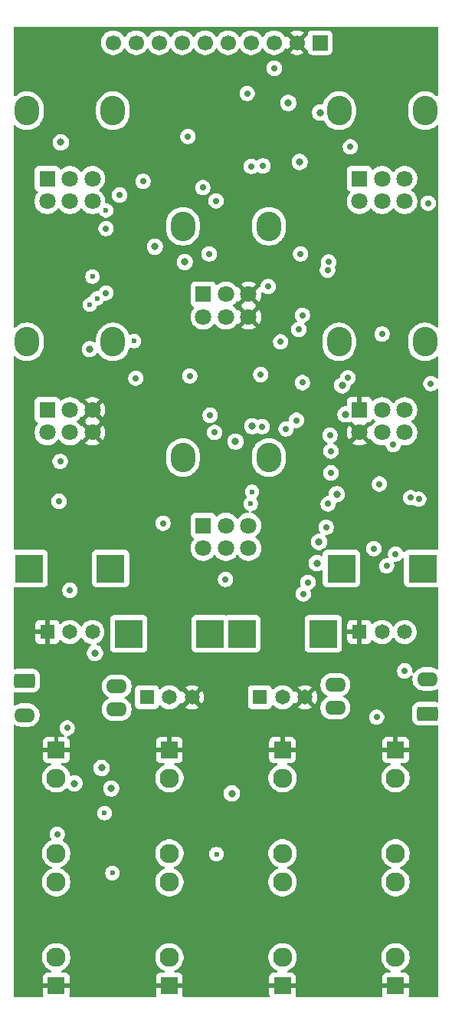
<source format=gbr>
%TF.GenerationSoftware,KiCad,Pcbnew,9.0.6*%
%TF.CreationDate,2025-12-17T11:16:15-05:00*%
%TF.ProjectId,lichen-crustose-control-board,6c696368-656e-42d6-9372-7573746f7365,1.0*%
%TF.SameCoordinates,Original*%
%TF.FileFunction,Copper,L2,Inr*%
%TF.FilePolarity,Positive*%
%FSLAX46Y46*%
G04 Gerber Fmt 4.6, Leading zero omitted, Abs format (unit mm)*
G04 Created by KiCad (PCBNEW 9.0.6) date 2025-12-17 11:16:15*
%MOMM*%
%LPD*%
G01*
G04 APERTURE LIST*
G04 Aperture macros list*
%AMRoundRect*
0 Rectangle with rounded corners*
0 $1 Rounding radius*
0 $2 $3 $4 $5 $6 $7 $8 $9 X,Y pos of 4 corners*
0 Add a 4 corners polygon primitive as box body*
4,1,4,$2,$3,$4,$5,$6,$7,$8,$9,$2,$3,0*
0 Add four circle primitives for the rounded corners*
1,1,$1+$1,$2,$3*
1,1,$1+$1,$4,$5*
1,1,$1+$1,$6,$7*
1,1,$1+$1,$8,$9*
0 Add four rect primitives between the rounded corners*
20,1,$1+$1,$2,$3,$4,$5,0*
20,1,$1+$1,$4,$5,$6,$7,0*
20,1,$1+$1,$6,$7,$8,$9,0*
20,1,$1+$1,$8,$9,$2,$3,0*%
G04 Aperture macros list end*
%TA.AperFunction,ComponentPad*%
%ADD10R,1.650000X1.650000*%
%TD*%
%TA.AperFunction,ComponentPad*%
%ADD11C,1.650000*%
%TD*%
%TA.AperFunction,ComponentPad*%
%ADD12R,3.116000X3.116000*%
%TD*%
%TA.AperFunction,ComponentPad*%
%ADD13O,2.720000X3.240000*%
%TD*%
%TA.AperFunction,ComponentPad*%
%ADD14R,1.800000X1.800000*%
%TD*%
%TA.AperFunction,ComponentPad*%
%ADD15C,1.800000*%
%TD*%
%TA.AperFunction,ComponentPad*%
%ADD16R,1.930000X1.830000*%
%TD*%
%TA.AperFunction,ComponentPad*%
%ADD17C,2.130000*%
%TD*%
%TA.AperFunction,ComponentPad*%
%ADD18RoundRect,0.249630X0.895370X0.535370X-0.895370X0.535370X-0.895370X-0.535370X0.895370X-0.535370X0*%
%TD*%
%TA.AperFunction,ComponentPad*%
%ADD19O,2.290000X1.570000*%
%TD*%
%TA.AperFunction,ComponentPad*%
%ADD20RoundRect,0.249630X-0.895370X-0.535370X0.895370X-0.535370X0.895370X0.535370X-0.895370X0.535370X0*%
%TD*%
%TA.AperFunction,ComponentPad*%
%ADD21C,4.400000*%
%TD*%
%TA.AperFunction,ComponentPad*%
%ADD22R,1.700000X1.700000*%
%TD*%
%TA.AperFunction,ComponentPad*%
%ADD23C,1.700000*%
%TD*%
%TA.AperFunction,ViaPad*%
%ADD24C,0.800000*%
%TD*%
%TA.AperFunction,ViaPad*%
%ADD25C,0.600000*%
%TD*%
%TA.AperFunction,ViaPad*%
%ADD26C,0.700000*%
%TD*%
G04 APERTURE END LIST*
D10*
%TO.N,/Filters Sheet/CUTOFF_CV_ATTEN_L*%
%TO.C,RV5*%
X116500000Y-184700000D03*
D11*
X119000000Y-184700000D03*
%TO.N,GND*%
X121500000Y-184700000D03*
D12*
%TO.N,N/C*%
X114500000Y-177700000D03*
X123500000Y-177700000D03*
%TD*%
D13*
%TO.N,*%
%TO.C,RV8*%
X120500000Y-132750000D03*
X130000000Y-132750000D03*
D14*
%TO.N,Net-(C3-Pad2)*%
X122750000Y-140250000D03*
D15*
%TO.N,Net-(R25-Pad1)*%
X125250000Y-140250000D03*
%TO.N,GND*%
X127750000Y-140250000D03*
%TO.N,Net-(C4-Pad2)*%
X122750000Y-142750000D03*
%TO.N,Net-(R27-Pad1)*%
X125250000Y-142750000D03*
%TO.N,GND*%
X127750000Y-142750000D03*
%TD*%
D16*
%TO.N,GND*%
%TO.C,J8*%
X144000000Y-216480000D03*
D17*
%TO.N,/OUTPUT_FEEDBACK_R*%
X144000000Y-205080000D03*
%TO.N,unconnected-(J8-PadTN)*%
X144000000Y-213380000D03*
%TD*%
D16*
%TO.N,GND*%
%TO.C,J3*%
X106500000Y-216480000D03*
D17*
%TO.N,PROGRAM_UNBUFFERED_R*%
X106500000Y-205080000D03*
%TO.N,PROGRAM_UNBUFFERED_L*%
X106500000Y-213380000D03*
%TD*%
D13*
%TO.N,*%
%TO.C,RV4*%
X137750000Y-120000000D03*
X147250000Y-120000000D03*
D14*
%TO.N,/CARRER_CONNECTOR_L*%
X140000000Y-127500000D03*
D15*
%TO.N,/Amplifiers/CARRIER_AMPLIFICATION_L*%
X142500000Y-127500000D03*
%TO.N,/Amplifiers/CARRIER_UNAMPLIFIED_L*%
X145000000Y-127500000D03*
%TO.N,/PROGRAM_CONNECTOR_R*%
X140000000Y-130000000D03*
%TO.N,/Amplifiers/CARRER_AMPLIFICATION_R*%
X142500000Y-130000000D03*
%TO.N,/Amplifiers/CARRIER_UNAMPLIFIED_L*%
X145000000Y-130000000D03*
%TD*%
D10*
%TO.N,GND*%
%TO.C,RV2*%
X140000000Y-177500000D03*
D11*
%TO.N,Net-(R11-Pad1)*%
X142500000Y-177500000D03*
%TO.N,-2.5V*%
X145000000Y-177500000D03*
D12*
%TO.N,N/C*%
X138000000Y-170500000D03*
X147000000Y-170500000D03*
%TD*%
D13*
%TO.N,*%
%TO.C,RV10*%
X103250000Y-145500000D03*
X112750000Y-145500000D03*
D14*
%TO.N,/OUTPUT_FEEDBACK_L*%
X105500000Y-153000000D03*
D15*
%TO.N,/Amplifiers/FEEDBACK_MIX_L*%
X108000000Y-153000000D03*
%TO.N,GND*%
X110500000Y-153000000D03*
%TO.N,/OUTPUT_FEEDBACK_R*%
X105500000Y-155500000D03*
%TO.N,/Amplifiers/FEEDBACK_MIX_R*%
X108000000Y-155500000D03*
%TO.N,GND*%
X110500000Y-155500000D03*
%TD*%
D16*
%TO.N,GND*%
%TO.C,J2*%
X119000000Y-190520000D03*
D17*
%TO.N,CARRIER_UNBUFFERED_L*%
X119000000Y-201920000D03*
%TO.N,PROGRAM_UNBUFFERED_L*%
X119000000Y-193620000D03*
%TD*%
D13*
%TO.N,*%
%TO.C,RV6*%
X120500000Y-158250000D03*
X130000000Y-158250000D03*
D14*
%TO.N,/Crossfaders/FILTER_OUT_L*%
X122750000Y-165750000D03*
D15*
X125250000Y-165750000D03*
%TO.N,/CONNECTOR_RM_L*%
X127750000Y-165750000D03*
%TO.N,/Crossfaders/FILTER_OUT_R*%
X122750000Y-168250000D03*
X125250000Y-168250000D03*
%TO.N,/CONNECTOR_RM_R*%
X127750000Y-168250000D03*
%TD*%
D16*
%TO.N,GND*%
%TO.C,J1*%
X106500000Y-190520000D03*
D17*
%TO.N,PROGRAM_UNBUFFERED_L*%
X106500000Y-201920000D03*
%TO.N,unconnected-(J1-PadTN)*%
X106500000Y-193620000D03*
%TD*%
D16*
%TO.N,GND*%
%TO.C,J6*%
X131500000Y-216480000D03*
D17*
%TO.N,/Filters Sheet/CUTOFF_CV_R*%
X131500000Y-205080000D03*
%TO.N,/Filters Sheet/CUTOFF_CV_L*%
X131500000Y-213380000D03*
%TD*%
D13*
%TO.N,*%
%TO.C,RV3*%
X103250000Y-120000000D03*
X112750000Y-120000000D03*
D14*
%TO.N,/Amplifiers/PROGRAM_UNAMPLIFIED_L*%
X105500000Y-127500000D03*
D15*
%TO.N,/Amplifiers/PROGRAM_AMPLIFICATION_L*%
X108000000Y-127500000D03*
%TO.N,/Amplifiers/PROGRAM_AMPLIFIED_L*%
X110500000Y-127500000D03*
%TO.N,/Amplifiers/PROGRAM_UNAMPLIFIED_R*%
X105500000Y-130000000D03*
%TO.N,/Amplifiers/PROGRAM_AMPLIFICATION_R*%
X108000000Y-130000000D03*
%TO.N,/Amplifiers/PROGRAM_AMPLIFIED_R*%
X110500000Y-130000000D03*
%TD*%
D13*
%TO.N,*%
%TO.C,RV9*%
X137750000Y-145500000D03*
X147250000Y-145500000D03*
D14*
%TO.N,GND*%
X140000000Y-153000000D03*
D15*
%TO.N,/OutputAttenuators/XFADE_OUT_UNATTENUATED_R*%
X142500000Y-153000000D03*
%TO.N,/Crossfaders/XFADE_OUT_R*%
X145000000Y-153000000D03*
%TO.N,GND*%
X140000000Y-155500000D03*
%TO.N,/OutputAttenuators/XFADE_OUT_UNATTENUATED_L*%
X142500000Y-155500000D03*
%TO.N,/Crossfaders/XFADE_OUT_L*%
X145000000Y-155500000D03*
%TD*%
D16*
%TO.N,GND*%
%TO.C,J5*%
X131500000Y-190520000D03*
D17*
%TO.N,/Filters Sheet/CUTOFF_CV_L*%
X131500000Y-201920000D03*
%TO.N,unconnected-(J5-PadTN)*%
X131500000Y-193620000D03*
%TD*%
D16*
%TO.N,GND*%
%TO.C,J4*%
X119000000Y-216480000D03*
D17*
%TO.N,CARRIER_UNBUFFERED_R*%
X119000000Y-205080000D03*
%TO.N,CARRIER_UNBUFFERED_L*%
X119000000Y-213380000D03*
%TD*%
D10*
%TO.N,/Filters Sheet/CUTOFF_CV_ATTEN_R*%
%TO.C,RV7*%
X129000000Y-184700000D03*
D11*
X131500000Y-184700000D03*
%TO.N,GND*%
X134000000Y-184700000D03*
D12*
%TO.N,N/C*%
X127000000Y-177700000D03*
X136000000Y-177700000D03*
%TD*%
D16*
%TO.N,GND*%
%TO.C,J7*%
X144000000Y-190520000D03*
D17*
%TO.N,/OUTPUT_FEEDBACK_L*%
X144000000Y-201920000D03*
%TO.N,unconnected-(J7-PadTN)*%
X144000000Y-193620000D03*
%TD*%
D10*
%TO.N,GND*%
%TO.C,RV1*%
X105500000Y-177500000D03*
D11*
%TO.N,Net-(R12-Pad1)*%
X108000000Y-177500000D03*
%TO.N,-2.5V*%
X110500000Y-177500000D03*
D12*
%TO.N,N/C*%
X103500000Y-170500000D03*
X112500000Y-170500000D03*
%TD*%
D18*
%TO.N,Net-(U1--)*%
%TO.C,U1*%
X147500000Y-186500000D03*
D19*
%TO.N,/Filters Sheet/CUTOFF_CV_L*%
X147500000Y-182690000D03*
%TO.N,/Crossfaders/FILTER_OUT_L*%
X137340000Y-183330000D03*
%TO.N,/CONNECTOR_RM_L*%
X137340000Y-185860000D03*
%TD*%
D20*
%TO.N,Net-(U2--)*%
%TO.C,U2*%
X103020000Y-182860000D03*
D19*
%TO.N,/Filters Sheet/CUTOFF_CV_R*%
X103020000Y-186670000D03*
%TO.N,/Crossfaders/FILTER_OUT_R*%
X113180000Y-186030000D03*
%TO.N,/CONNECTOR_RM_R*%
X113180000Y-183500000D03*
%TD*%
D21*
%TO.N,GND*%
%TO.C,H2*%
X137750000Y-210000000D03*
%TD*%
%TO.N,GND*%
%TO.C,H1*%
X112750000Y-210000000D03*
%TD*%
D22*
%TO.N,+12V*%
%TO.C,CONN1*%
X135650000Y-112500000D03*
D23*
%TO.N,GND*%
X133110000Y-112500000D03*
%TO.N,/CONNECTOR_RM_L*%
X130570000Y-112500000D03*
%TO.N,/CONNECTOR_RM_R*%
X128030000Y-112500000D03*
%TO.N,-2.5V*%
X125490000Y-112500000D03*
%TO.N,-12V*%
X122950000Y-112500000D03*
%TO.N,/PROGRAM_CONNECTOR_L*%
X120410000Y-112500000D03*
%TO.N,/CARRER_CONNECTOR_L*%
X117870000Y-112500000D03*
%TO.N,/CARRIER_CONNECTOR_R*%
X115330000Y-112500000D03*
%TO.N,/PROGRAM_CONNECTOR_R*%
X112790000Y-112500000D03*
%TD*%
D24*
%TO.N,GND*%
X111250000Y-215150000D03*
X106200000Y-183500000D03*
X102650000Y-138100000D03*
X111150000Y-161600000D03*
D25*
X126400000Y-151070000D03*
D24*
X111550000Y-116000000D03*
X106850000Y-121000000D03*
X103450000Y-166650000D03*
X128350000Y-193900000D03*
D25*
X123500000Y-148500000D03*
D24*
X148200000Y-189950000D03*
X141000000Y-150600000D03*
X107800000Y-115600000D03*
X109100000Y-165150000D03*
X147050000Y-206400000D03*
X121750000Y-197250000D03*
X119300000Y-126700000D03*
X141900000Y-181700000D03*
X127850000Y-200800000D03*
D26*
X124250000Y-126200000D03*
D24*
X105600000Y-149050000D03*
X112200000Y-158800000D03*
X140350000Y-112500000D03*
X136450000Y-216500000D03*
X136400000Y-152700000D03*
D25*
X140300000Y-165700000D03*
D24*
X103950000Y-193000000D03*
X142450000Y-116400000D03*
X104300000Y-199950000D03*
X142700000Y-114100000D03*
X128250000Y-172650000D03*
D25*
X117700000Y-150500000D03*
D24*
X135400000Y-202800000D03*
X146000000Y-114250000D03*
D26*
X124294975Y-117935025D03*
D24*
X116600000Y-173350000D03*
X130150000Y-170050000D03*
X129350000Y-188800000D03*
X127050000Y-213750000D03*
D25*
X140300000Y-160600000D03*
X108800000Y-197900000D03*
D24*
X125250000Y-173000000D03*
X127300000Y-190250000D03*
X146450000Y-137850000D03*
X114500000Y-157050000D03*
X117800000Y-156900000D03*
X118300000Y-141350000D03*
X144000000Y-136350000D03*
X123150000Y-207600000D03*
X114400000Y-215000000D03*
X115100000Y-188000000D03*
X113950000Y-160800000D03*
X128500000Y-198100000D03*
X126700000Y-207500000D03*
X132000000Y-181900000D03*
X137350000Y-199400000D03*
D25*
X116300000Y-198400000D03*
D24*
X108300000Y-167450000D03*
X108050000Y-112000000D03*
D25*
X132800000Y-161900000D03*
D24*
X139500000Y-215150000D03*
X143300000Y-184200000D03*
X117200000Y-119950000D03*
X138700000Y-194500000D03*
X102550000Y-153100000D03*
X131500000Y-138750000D03*
X102750000Y-208700000D03*
D26*
X126800000Y-123550000D03*
D24*
X124150000Y-190850000D03*
X145700000Y-123550000D03*
X111900000Y-149400000D03*
X109950000Y-185450000D03*
X108950000Y-119250000D03*
X120100000Y-179050000D03*
X136650000Y-132450000D03*
X103000000Y-124100000D03*
X107600000Y-140150000D03*
X115350000Y-206250000D03*
X140750000Y-207050000D03*
X122150000Y-192800000D03*
X103400000Y-162300000D03*
X125150000Y-182300000D03*
X141350000Y-174900000D03*
X147650000Y-195650000D03*
X105300000Y-113950000D03*
X123200000Y-212850000D03*
X117300000Y-117250000D03*
X141300000Y-137600000D03*
X103300000Y-212900000D03*
X102900000Y-133100000D03*
X124850000Y-209550000D03*
X140200000Y-199400000D03*
D26*
X126800000Y-121450000D03*
D24*
X136550000Y-195400000D03*
X136050000Y-213850000D03*
X147550000Y-201050000D03*
X102950000Y-174300000D03*
X126500000Y-132250000D03*
X127400000Y-204150000D03*
X121700000Y-171700000D03*
D25*
X108869620Y-200469620D03*
D24*
X120500000Y-162100000D03*
X133000000Y-164400000D03*
X146950000Y-111650000D03*
X125350000Y-159400000D03*
X135650000Y-116100000D03*
D26*
X116200000Y-200500000D03*
D24*
X141350000Y-197600000D03*
X143500000Y-163400000D03*
X119800000Y-187250000D03*
X114600000Y-139600000D03*
X128050000Y-209500000D03*
X147550000Y-155050000D03*
X132600000Y-207550000D03*
X143200000Y-119850000D03*
X122550000Y-189000000D03*
X106650000Y-142200000D03*
X140250000Y-191850000D03*
X136650000Y-190200000D03*
X102650000Y-149500000D03*
X113350000Y-190100000D03*
X142700000Y-123150000D03*
X102800000Y-128300000D03*
X114850000Y-123300000D03*
X123450000Y-215350000D03*
X144550000Y-140550000D03*
X140050000Y-134000000D03*
X138900000Y-204300000D03*
X118100000Y-175100000D03*
X148050000Y-177400000D03*
%TO.N,-2.5V*%
X132138126Y-119150000D03*
X135650000Y-120200000D03*
X110775000Y-179825000D03*
D26*
%TO.N,-12V*%
X133500000Y-135800000D03*
X123400000Y-135800000D03*
D24*
X135526000Y-167574000D03*
D26*
X121249999Y-149254612D03*
D24*
X112569669Y-194769669D03*
X133400000Y-125650000D03*
%TO.N,+12V*%
X135300000Y-169900000D03*
X138450000Y-153500000D03*
X125900000Y-195300000D03*
X137500000Y-162298159D03*
X111500000Y-192500000D03*
X126300000Y-156500000D03*
X138100000Y-150300000D03*
D26*
%TO.N,/Crossfaders/FILTER_OUT_L*%
X133800000Y-173300000D03*
D25*
X128000000Y-163355000D03*
D26*
X133700000Y-150000000D03*
%TO.N,/Crossfaders/FILTER_OUT_R*%
X125200000Y-171700000D03*
D25*
%TO.N,Net-(OP3C--)*%
X110200000Y-141400000D03*
D24*
X110200000Y-146300000D03*
D26*
%TO.N,/Crossfaders/XFADE_OUT_R*%
X133299999Y-144137950D03*
X133700000Y-142558051D03*
%TO.N,/OUTPUT_FEEDBACK_L*%
X145000000Y-181800000D03*
X106930818Y-158700000D03*
X142223538Y-161180000D03*
X141599000Y-168300000D03*
%TO.N,Net-(C3-Pad2)*%
X129919669Y-139400000D03*
X131300000Y-145500000D03*
%TO.N,/OUTPUT_FEEDBACK_R*%
X144000000Y-168900000D03*
D25*
%TO.N,Net-(OP1D--)*%
X111837120Y-197482120D03*
X112700000Y-204100000D03*
D26*
%TO.N,/CONNECTOR_RM_L*%
X130580025Y-115319975D03*
X134316640Y-172027682D03*
%TO.N,Net-(C4-Pad2)*%
X123500000Y-153600000D03*
D24*
%TO.N,/CARRIER_CONNECTOR_R*%
X128155808Y-154804910D03*
D26*
%TO.N,/CARRER_CONNECTOR_L*%
X139000000Y-124000000D03*
X127590687Y-118100000D03*
%TO.N,/PROGRAM_CONNECTOR_R*%
X121050000Y-122850000D03*
D24*
%TO.N,/Amplifiers/CARRIER_IN_R*%
X117400000Y-135000000D03*
X108500000Y-194200000D03*
D26*
%TO.N,/Amplifiers/CARRIER_IN_L*%
X147600000Y-130200000D03*
X136550000Y-163375813D03*
X136325999Y-165939370D03*
D25*
X124200000Y-202000000D03*
D26*
%TO.N,/Filters Sheet/CUTOFF_CV_L*%
X141900000Y-186900000D03*
%TO.N,/PROGRAM_L_XFADE*%
X136600000Y-136700000D03*
X106794975Y-163094975D03*
X107700000Y-188100000D03*
X138724852Y-149468630D03*
D24*
X120700000Y-136700000D03*
X107000000Y-123500000D03*
D26*
%TO.N,Net-(OP3C-+)*%
X124000000Y-155500000D03*
X118300000Y-165500000D03*
%TO.N,Net-(OP3A-+)*%
X131900000Y-155100000D03*
X133050000Y-154150000D03*
X129255025Y-154855025D03*
X129100000Y-149112348D03*
D25*
%TO.N,/PROGRAM_R_XFADE*%
X111000000Y-140700000D03*
D26*
X115300000Y-149500000D03*
X106600000Y-199800000D03*
D25*
X115100000Y-145400000D03*
D26*
%TO.N,Net-(OP4D--)*%
X136750000Y-155800000D03*
X136850000Y-157550000D03*
X136850000Y-159950000D03*
X136479334Y-137591877D03*
%TO.N,/Amplifiers/CARRIER_AMPLIFICATION_L*%
X116100000Y-127800000D03*
X108000000Y-172900000D03*
%TO.N,/Amplifiers/CARRER_AMPLIFICATION_R*%
X147900000Y-150100000D03*
X142500000Y-144650000D03*
X143000000Y-170225314D03*
%TO.N,/Amplifiers/PROGRAM_AMPLIFICATION_R*%
X113500000Y-129300000D03*
X122699999Y-128489949D03*
X128050000Y-126150000D03*
D25*
%TO.N,/Amplifiers/FEEDBACK_MIX_R*%
X110500000Y-138300000D03*
%TO.N,/Amplifiers/PROGRAM_AMPLIFIED_L*%
X112000000Y-131000000D03*
D26*
X112000000Y-140100000D03*
X112000000Y-133000000D03*
%TO.N,/Amplifiers/PROGRAM_AMPLIFIED_R*%
X129350000Y-126100000D03*
X124155025Y-129944975D03*
%TO.N,/OutputAttenuators/XFADE_OUT_UNATTENUATED_L*%
X145656265Y-162693735D03*
%TO.N,/OutputAttenuators/XFADE_OUT_UNATTENUATED_R*%
X143750000Y-156850000D03*
X146555025Y-162855025D03*
D25*
%TO.N,/PROGRAM_CONNECTOR_L*%
X128139673Y-162039673D03*
%TD*%
%TA.AperFunction,Conductor*%
%TO.N,GND*%
G36*
X141496613Y-154016671D02*
G01*
X141524069Y-154019162D01*
X141532003Y-154024369D01*
X141537952Y-154025663D01*
X141554717Y-154036665D01*
X141560778Y-154041385D01*
X141587635Y-154068242D01*
X141701376Y-154150879D01*
X141703031Y-154152168D01*
X141722268Y-154178913D01*
X141742393Y-154205011D01*
X141742576Y-154207147D01*
X141743829Y-154208889D01*
X141745553Y-154241807D01*
X141748372Y-154274625D01*
X141747371Y-154276520D01*
X141747484Y-154278663D01*
X141731141Y-154307280D01*
X141715767Y-154336420D01*
X141713262Y-154338589D01*
X141712836Y-154339337D01*
X141711741Y-154339907D01*
X141699727Y-154350318D01*
X141587641Y-154431752D01*
X141587636Y-154431756D01*
X141431756Y-154587636D01*
X141350008Y-154700153D01*
X141294678Y-154742818D01*
X141225064Y-154748797D01*
X141163269Y-154716191D01*
X141151416Y-154702513D01*
X141151065Y-154702485D01*
X140482962Y-155370589D01*
X140465925Y-155307007D01*
X140400099Y-155192993D01*
X140307007Y-155099901D01*
X140192993Y-155034075D01*
X140129408Y-155017037D01*
X140817415Y-154329031D01*
X140878738Y-154295546D01*
X140948430Y-154300530D01*
X140992777Y-154329031D01*
X141043769Y-154380023D01*
X141142090Y-154343352D01*
X141142091Y-154343351D01*
X141257187Y-154257190D01*
X141257190Y-154257187D01*
X141343350Y-154142093D01*
X141343353Y-154142088D01*
X141362345Y-154091166D01*
X141378863Y-154069098D01*
X141392534Y-154045160D01*
X141399504Y-154041524D01*
X141404215Y-154035232D01*
X141430041Y-154025598D01*
X141454485Y-154012850D01*
X141462314Y-154013560D01*
X141469679Y-154010813D01*
X141496613Y-154016671D01*
G37*
%TD.AperFunction*%
%TA.AperFunction,Conductor*%
G36*
X110034075Y-153192993D02*
G01*
X110099901Y-153307007D01*
X110192993Y-153400099D01*
X110307007Y-153465925D01*
X110370590Y-153482962D01*
X109717959Y-154135591D01*
X109744188Y-154207518D01*
X109746343Y-154241106D01*
X109749222Y-154274624D01*
X109748572Y-154275854D01*
X109748662Y-154277244D01*
X109732326Y-154306645D01*
X109716617Y-154336419D01*
X109715011Y-154337810D01*
X109714728Y-154338320D01*
X109713926Y-154338749D01*
X109702508Y-154348643D01*
X109702485Y-154348932D01*
X110370590Y-155017037D01*
X110307007Y-155034075D01*
X110192993Y-155099901D01*
X110099901Y-155192993D01*
X110034075Y-155307007D01*
X110017037Y-155370590D01*
X109348932Y-154702485D01*
X109347448Y-154702602D01*
X109295296Y-154742817D01*
X109225682Y-154748796D01*
X109163887Y-154716190D01*
X109149990Y-154700151D01*
X109068247Y-154587641D01*
X109068243Y-154587636D01*
X108912365Y-154431758D01*
X108908941Y-154429270D01*
X108800270Y-154350317D01*
X108785157Y-154330717D01*
X108766931Y-154313970D01*
X108764194Y-154303532D01*
X108757606Y-154294989D01*
X108755487Y-154270327D01*
X108749210Y-154246385D01*
X108752550Y-154236125D01*
X108751627Y-154225376D01*
X108763176Y-154203485D01*
X108770840Y-154179948D01*
X108781237Y-154169255D01*
X108784232Y-154163580D01*
X108794721Y-154153959D01*
X108797428Y-154151747D01*
X108912365Y-154068242D01*
X109068242Y-153912365D01*
X109149991Y-153799845D01*
X109205320Y-153757180D01*
X109274933Y-153751201D01*
X109336728Y-153783806D01*
X109348582Y-153797485D01*
X109348932Y-153797513D01*
X110017037Y-153129408D01*
X110034075Y-153192993D01*
G37*
%TD.AperFunction*%
%TA.AperFunction,Conductor*%
G36*
X127284075Y-140442993D02*
G01*
X127349901Y-140557007D01*
X127442993Y-140650099D01*
X127557007Y-140715925D01*
X127620590Y-140732962D01*
X126952485Y-141401065D01*
X126952581Y-141402279D01*
X126993243Y-141455011D01*
X126999222Y-141524624D01*
X126966617Y-141586419D01*
X126952508Y-141598643D01*
X126952485Y-141598932D01*
X127620590Y-142267037D01*
X127557007Y-142284075D01*
X127442993Y-142349901D01*
X127349901Y-142442993D01*
X127284075Y-142557007D01*
X127267037Y-142620590D01*
X126598932Y-141952485D01*
X126597448Y-141952602D01*
X126545296Y-141992817D01*
X126475682Y-141998796D01*
X126413887Y-141966190D01*
X126399990Y-141950151D01*
X126318247Y-141837641D01*
X126318243Y-141837636D01*
X126162365Y-141681758D01*
X126158941Y-141679270D01*
X126050270Y-141600317D01*
X126035157Y-141580717D01*
X126016931Y-141563970D01*
X126014194Y-141553532D01*
X126007606Y-141544989D01*
X126005487Y-141520327D01*
X125999210Y-141496385D01*
X126002550Y-141486125D01*
X126001627Y-141475376D01*
X126013176Y-141453485D01*
X126020840Y-141429948D01*
X126031237Y-141419255D01*
X126034232Y-141413580D01*
X126044721Y-141403959D01*
X126047428Y-141401747D01*
X126162365Y-141318242D01*
X126318242Y-141162365D01*
X126399991Y-141049845D01*
X126455320Y-141007180D01*
X126524933Y-141001201D01*
X126586728Y-141033806D01*
X126598582Y-141047485D01*
X126598932Y-141047513D01*
X127267037Y-140379408D01*
X127284075Y-140442993D01*
G37*
%TD.AperFunction*%
%TA.AperFunction,Conductor*%
G36*
X148672539Y-110770185D02*
G01*
X148718294Y-110822989D01*
X148729500Y-110874500D01*
X148729500Y-118288993D01*
X148709815Y-118356032D01*
X148657011Y-118401787D01*
X148587853Y-118411731D01*
X148524297Y-118382706D01*
X148517819Y-118376674D01*
X148479350Y-118338205D01*
X148479343Y-118338199D01*
X148285864Y-118189738D01*
X148285862Y-118189736D01*
X148285856Y-118189732D01*
X148285851Y-118189729D01*
X148285848Y-118189727D01*
X148074651Y-118067791D01*
X148074640Y-118067786D01*
X147849330Y-117974459D01*
X147849323Y-117974457D01*
X147849321Y-117974456D01*
X147613744Y-117911334D01*
X147573333Y-117906013D01*
X147371951Y-117879500D01*
X147371944Y-117879500D01*
X147128056Y-117879500D01*
X147128048Y-117879500D01*
X146897896Y-117909801D01*
X146886256Y-117911334D01*
X146650679Y-117974456D01*
X146650669Y-117974459D01*
X146425359Y-118067786D01*
X146425348Y-118067791D01*
X146214151Y-118189727D01*
X146214135Y-118189738D01*
X146020656Y-118338199D01*
X146020649Y-118338205D01*
X145848205Y-118510649D01*
X145848199Y-118510656D01*
X145699738Y-118704135D01*
X145699727Y-118704151D01*
X145577791Y-118915348D01*
X145577786Y-118915359D01*
X145484459Y-119140669D01*
X145484456Y-119140678D01*
X145484456Y-119140679D01*
X145441901Y-119299500D01*
X145421335Y-119376253D01*
X145421333Y-119376264D01*
X145389500Y-119618048D01*
X145389500Y-120381951D01*
X145416013Y-120583333D01*
X145421334Y-120623744D01*
X145422087Y-120626553D01*
X145484456Y-120859320D01*
X145484459Y-120859330D01*
X145577786Y-121084640D01*
X145577791Y-121084651D01*
X145699727Y-121295848D01*
X145699731Y-121295855D01*
X145699738Y-121295864D01*
X145848199Y-121489343D01*
X145848205Y-121489350D01*
X146020649Y-121661794D01*
X146020655Y-121661799D01*
X146214144Y-121810268D01*
X146214151Y-121810272D01*
X146425348Y-121932208D01*
X146425353Y-121932210D01*
X146425356Y-121932212D01*
X146650679Y-122025544D01*
X146886256Y-122088666D01*
X147128056Y-122120500D01*
X147128063Y-122120500D01*
X147371937Y-122120500D01*
X147371944Y-122120500D01*
X147613744Y-122088666D01*
X147849321Y-122025544D01*
X148074644Y-121932212D01*
X148285856Y-121810268D01*
X148479345Y-121661799D01*
X148497176Y-121643968D01*
X148517819Y-121623326D01*
X148579142Y-121589841D01*
X148648834Y-121594825D01*
X148704767Y-121636697D01*
X148729184Y-121702161D01*
X148729500Y-121711007D01*
X148729500Y-143788993D01*
X148709815Y-143856032D01*
X148657011Y-143901787D01*
X148587853Y-143911731D01*
X148524297Y-143882706D01*
X148517819Y-143876674D01*
X148479350Y-143838205D01*
X148479343Y-143838199D01*
X148285864Y-143689738D01*
X148285862Y-143689736D01*
X148285856Y-143689732D01*
X148285851Y-143689729D01*
X148285848Y-143689727D01*
X148074651Y-143567791D01*
X148074640Y-143567786D01*
X147849330Y-143474459D01*
X147849323Y-143474457D01*
X147849321Y-143474456D01*
X147613744Y-143411334D01*
X147573333Y-143406013D01*
X147371951Y-143379500D01*
X147371944Y-143379500D01*
X147128056Y-143379500D01*
X147128048Y-143379500D01*
X146897896Y-143409801D01*
X146886256Y-143411334D01*
X146791159Y-143436815D01*
X146650679Y-143474456D01*
X146650669Y-143474459D01*
X146425359Y-143567786D01*
X146425348Y-143567791D01*
X146214151Y-143689727D01*
X146214135Y-143689738D01*
X146020656Y-143838199D01*
X146020649Y-143838205D01*
X145848205Y-144010649D01*
X145848199Y-144010656D01*
X145699738Y-144204135D01*
X145699727Y-144204151D01*
X145577791Y-144415348D01*
X145577786Y-144415359D01*
X145484459Y-144640669D01*
X145484456Y-144640679D01*
X145431217Y-144839374D01*
X145421335Y-144876253D01*
X145421333Y-144876264D01*
X145389500Y-145118048D01*
X145389500Y-145881951D01*
X145410593Y-146042162D01*
X145421334Y-146123744D01*
X145484456Y-146359320D01*
X145484459Y-146359330D01*
X145577786Y-146584640D01*
X145577791Y-146584651D01*
X145699727Y-146795848D01*
X145699738Y-146795864D01*
X145848199Y-146989343D01*
X145848205Y-146989350D01*
X146020649Y-147161794D01*
X146020656Y-147161800D01*
X146025994Y-147165896D01*
X146214144Y-147310268D01*
X146214151Y-147310272D01*
X146425348Y-147432208D01*
X146425353Y-147432210D01*
X146425356Y-147432212D01*
X146650679Y-147525544D01*
X146886256Y-147588666D01*
X147128056Y-147620500D01*
X147128063Y-147620500D01*
X147371937Y-147620500D01*
X147371944Y-147620500D01*
X147613744Y-147588666D01*
X147849321Y-147525544D01*
X148074644Y-147432212D01*
X148285856Y-147310268D01*
X148479345Y-147161799D01*
X148497176Y-147143968D01*
X148517819Y-147123326D01*
X148579142Y-147089841D01*
X148648834Y-147094825D01*
X148704767Y-147136697D01*
X148729184Y-147202161D01*
X148729500Y-147211007D01*
X148729500Y-149427349D01*
X148709815Y-149494388D01*
X148657011Y-149540143D01*
X148587853Y-149550087D01*
X148524297Y-149521062D01*
X148517819Y-149515030D01*
X148442162Y-149439373D01*
X148302860Y-149346295D01*
X148148082Y-149282184D01*
X148148074Y-149282182D01*
X147983771Y-149249500D01*
X147983767Y-149249500D01*
X147816233Y-149249500D01*
X147816228Y-149249500D01*
X147651925Y-149282182D01*
X147651917Y-149282184D01*
X147497139Y-149346295D01*
X147357837Y-149439373D01*
X147239373Y-149557837D01*
X147146295Y-149697139D01*
X147082184Y-149851917D01*
X147082182Y-149851925D01*
X147049500Y-150016228D01*
X147049500Y-150183771D01*
X147082182Y-150348074D01*
X147082184Y-150348082D01*
X147146295Y-150502860D01*
X147239373Y-150642162D01*
X147357837Y-150760626D01*
X147443430Y-150817817D01*
X147497137Y-150853703D01*
X147651918Y-150917816D01*
X147816228Y-150950499D01*
X147816232Y-150950500D01*
X147816233Y-150950500D01*
X147983768Y-150950500D01*
X147983769Y-150950499D01*
X148148082Y-150917816D01*
X148302863Y-150853703D01*
X148442162Y-150760626D01*
X148476248Y-150726540D01*
X148517819Y-150684970D01*
X148579142Y-150651485D01*
X148648834Y-150656469D01*
X148704767Y-150698341D01*
X148729184Y-150763805D01*
X148729500Y-150772651D01*
X148729500Y-168317500D01*
X148709815Y-168384539D01*
X148657011Y-168430294D01*
X148605500Y-168441500D01*
X145394129Y-168441500D01*
X145394123Y-168441501D01*
X145334516Y-168447908D01*
X145199671Y-168498202D01*
X145199664Y-168498206D01*
X145084455Y-168584452D01*
X145025302Y-168663470D01*
X144969368Y-168705340D01*
X144899676Y-168710324D01*
X144838354Y-168676838D01*
X144811476Y-168636613D01*
X144754146Y-168498206D01*
X144753704Y-168497138D01*
X144660626Y-168357837D01*
X144542162Y-168239373D01*
X144402860Y-168146295D01*
X144248082Y-168082184D01*
X144248074Y-168082182D01*
X144083771Y-168049500D01*
X144083767Y-168049500D01*
X143916233Y-168049500D01*
X143916228Y-168049500D01*
X143751925Y-168082182D01*
X143751917Y-168082184D01*
X143597139Y-168146295D01*
X143457837Y-168239373D01*
X143339373Y-168357837D01*
X143246295Y-168497139D01*
X143182184Y-168651917D01*
X143182182Y-168651925D01*
X143149500Y-168816228D01*
X143149500Y-168983771D01*
X143182182Y-169148074D01*
X143182185Y-169148086D01*
X143205109Y-169203429D01*
X143212578Y-169272898D01*
X143181303Y-169335377D01*
X143121214Y-169371029D01*
X143089859Y-169373432D01*
X143089859Y-169374814D01*
X142916228Y-169374814D01*
X142751925Y-169407496D01*
X142751917Y-169407498D01*
X142597139Y-169471609D01*
X142457837Y-169564687D01*
X142339373Y-169683151D01*
X142246295Y-169822453D01*
X142182184Y-169977231D01*
X142182182Y-169977239D01*
X142149500Y-170141542D01*
X142149500Y-170309085D01*
X142182182Y-170473388D01*
X142182184Y-170473396D01*
X142246295Y-170628174D01*
X142339373Y-170767476D01*
X142457837Y-170885940D01*
X142548165Y-170946295D01*
X142597137Y-170979017D01*
X142751918Y-171043130D01*
X142916228Y-171075813D01*
X142916232Y-171075814D01*
X142916233Y-171075814D01*
X143083768Y-171075814D01*
X143083769Y-171075813D01*
X143248082Y-171043130D01*
X143402863Y-170979017D01*
X143542162Y-170885940D01*
X143660626Y-170767476D01*
X143753703Y-170628177D01*
X143817816Y-170473396D01*
X143850500Y-170309081D01*
X143850500Y-170141547D01*
X143817816Y-169977232D01*
X143794889Y-169921884D01*
X143787421Y-169852416D01*
X143818696Y-169789937D01*
X143878784Y-169754284D01*
X143910141Y-169751901D01*
X143910141Y-169750500D01*
X144083768Y-169750500D01*
X144083769Y-169750499D01*
X144248082Y-169717816D01*
X144402863Y-169653703D01*
X144542162Y-169560626D01*
X144660626Y-169442162D01*
X144714399Y-169361685D01*
X144768009Y-169316881D01*
X144837334Y-169308174D01*
X144900362Y-169338328D01*
X144937082Y-169397771D01*
X144941500Y-169430577D01*
X144941500Y-172105870D01*
X144941501Y-172105876D01*
X144947908Y-172165483D01*
X144998202Y-172300328D01*
X144998206Y-172300335D01*
X145084452Y-172415544D01*
X145084455Y-172415547D01*
X145199664Y-172501793D01*
X145199671Y-172501797D01*
X145334517Y-172552091D01*
X145334516Y-172552091D01*
X145341444Y-172552835D01*
X145394127Y-172558500D01*
X148605500Y-172558499D01*
X148672539Y-172578184D01*
X148718294Y-172630988D01*
X148729500Y-172682499D01*
X148729500Y-181489399D01*
X148709815Y-181556438D01*
X148657011Y-181602193D01*
X148587853Y-181612137D01*
X148538504Y-181592110D01*
X148537905Y-181593088D01*
X148533757Y-181590546D01*
X148353463Y-181498681D01*
X148353462Y-181498680D01*
X148353461Y-181498680D01*
X148296016Y-181480015D01*
X148161022Y-181436152D01*
X147961176Y-181404500D01*
X147961171Y-181404500D01*
X147038829Y-181404500D01*
X147038824Y-181404500D01*
X146838977Y-181436152D01*
X146646536Y-181498681D01*
X146466250Y-181590542D01*
X146397966Y-181640154D01*
X146302553Y-181709476D01*
X146302551Y-181709478D01*
X146302550Y-181709478D01*
X146159478Y-181852550D01*
X146159471Y-181852559D01*
X146074095Y-181970067D01*
X146018765Y-182012733D01*
X145949152Y-182018711D01*
X145887357Y-181986105D01*
X145853000Y-181925265D01*
X145850692Y-181889859D01*
X145850500Y-181889859D01*
X145850500Y-181886915D01*
X145850376Y-181885013D01*
X145850497Y-181883778D01*
X145850500Y-181883767D01*
X145850500Y-181716233D01*
X145817816Y-181551918D01*
X145753703Y-181397137D01*
X145722537Y-181350494D01*
X145660626Y-181257837D01*
X145542162Y-181139373D01*
X145402860Y-181046295D01*
X145248082Y-180982184D01*
X145248074Y-180982182D01*
X145083771Y-180949500D01*
X145083767Y-180949500D01*
X144916233Y-180949500D01*
X144916228Y-180949500D01*
X144751925Y-180982182D01*
X144751917Y-180982184D01*
X144597139Y-181046295D01*
X144457837Y-181139373D01*
X144339373Y-181257837D01*
X144246295Y-181397139D01*
X144182184Y-181551917D01*
X144182182Y-181551925D01*
X144149500Y-181716228D01*
X144149500Y-181883771D01*
X144182182Y-182048074D01*
X144182184Y-182048082D01*
X144246295Y-182202860D01*
X144339373Y-182342162D01*
X144457837Y-182460626D01*
X144545913Y-182519476D01*
X144597137Y-182553703D01*
X144751918Y-182617816D01*
X144916228Y-182650499D01*
X144916232Y-182650500D01*
X144916233Y-182650500D01*
X145083768Y-182650500D01*
X145083769Y-182650499D01*
X145248082Y-182617816D01*
X145402863Y-182553703D01*
X145542162Y-182460626D01*
X145602246Y-182400542D01*
X145664934Y-182337855D01*
X145666117Y-182339038D01*
X145717202Y-182304222D01*
X145787046Y-182302331D01*
X145846825Y-182338502D01*
X145877558Y-182401249D01*
X145877816Y-182441607D01*
X145854500Y-182588822D01*
X145854500Y-182791176D01*
X145886152Y-182991022D01*
X145932464Y-183133553D01*
X145948680Y-183183461D01*
X146040542Y-183363749D01*
X146159476Y-183527447D01*
X146302553Y-183670524D01*
X146466251Y-183789458D01*
X146646539Y-183881320D01*
X146792665Y-183928799D01*
X146838977Y-183943847D01*
X147038824Y-183975500D01*
X147038829Y-183975500D01*
X147961176Y-183975500D01*
X148161022Y-183943847D01*
X148353461Y-183881320D01*
X148533749Y-183789458D01*
X148533753Y-183789454D01*
X148533757Y-183789453D01*
X148537905Y-183786912D01*
X148538652Y-183788131D01*
X148598404Y-183766803D01*
X148666460Y-183782619D01*
X148715162Y-183832718D01*
X148729500Y-183890600D01*
X148729500Y-185113388D01*
X148709815Y-185180427D01*
X148657011Y-185226182D01*
X148587853Y-185236126D01*
X148566497Y-185231094D01*
X148548094Y-185224996D01*
X148445357Y-185214500D01*
X146554650Y-185214500D01*
X146554634Y-185214501D01*
X146451906Y-185224996D01*
X146285455Y-185280152D01*
X146285450Y-185280154D01*
X146136203Y-185372211D01*
X146012211Y-185496203D01*
X145920154Y-185645450D01*
X145920152Y-185645455D01*
X145864996Y-185811907D01*
X145854500Y-185914635D01*
X145854500Y-187085349D01*
X145854501Y-187085365D01*
X145864996Y-187188093D01*
X145896726Y-187283847D01*
X145920153Y-187354547D01*
X146012210Y-187503795D01*
X146136205Y-187627790D01*
X146285453Y-187719847D01*
X146451908Y-187775004D01*
X146554643Y-187785500D01*
X148445356Y-187785499D01*
X148548092Y-187775004D01*
X148566494Y-187768905D01*
X148636321Y-187766502D01*
X148696364Y-187802232D01*
X148727558Y-187864752D01*
X148729500Y-187886611D01*
X148729500Y-217625500D01*
X148709815Y-217692539D01*
X148657011Y-217738294D01*
X148605500Y-217749500D01*
X145545020Y-217749500D01*
X145477981Y-217729815D01*
X145432226Y-217677011D01*
X145422282Y-217607853D01*
X145428838Y-217582167D01*
X145458596Y-217502379D01*
X145458598Y-217502372D01*
X145464999Y-217442844D01*
X145465000Y-217442827D01*
X145465000Y-216730000D01*
X144556706Y-216730000D01*
X144586558Y-216657931D01*
X144610000Y-216540080D01*
X144610000Y-216419920D01*
X144586558Y-216302069D01*
X144556706Y-216230000D01*
X145465000Y-216230000D01*
X145465000Y-215517172D01*
X145464999Y-215517155D01*
X145458598Y-215457627D01*
X145458596Y-215457620D01*
X145408354Y-215322913D01*
X145408350Y-215322906D01*
X145322190Y-215207812D01*
X145322187Y-215207809D01*
X145207093Y-215121649D01*
X145207086Y-215121645D01*
X145072379Y-215071403D01*
X145072372Y-215071401D01*
X145012844Y-215065000D01*
X144657809Y-215065000D01*
X144590770Y-215045315D01*
X144545015Y-214992511D01*
X144535071Y-214923353D01*
X144564096Y-214859797D01*
X144601514Y-214830515D01*
X144820501Y-214718936D01*
X145019855Y-214574097D01*
X145194097Y-214399855D01*
X145338936Y-214200501D01*
X145450806Y-213980943D01*
X145526952Y-213746589D01*
X145565500Y-213503208D01*
X145565500Y-213256792D01*
X145526952Y-213013411D01*
X145526951Y-213013407D01*
X145526951Y-213013406D01*
X145450807Y-212779059D01*
X145338935Y-212559498D01*
X145194097Y-212360145D01*
X145019855Y-212185903D01*
X144820501Y-212041064D01*
X144600940Y-211929192D01*
X144366592Y-211853048D01*
X144184053Y-211824137D01*
X144123208Y-211814500D01*
X143876792Y-211814500D01*
X143795665Y-211827349D01*
X143633409Y-211853048D01*
X143633406Y-211853048D01*
X143399059Y-211929192D01*
X143179498Y-212041064D01*
X142980142Y-212185905D01*
X142805905Y-212360142D01*
X142661064Y-212559498D01*
X142549192Y-212779059D01*
X142473048Y-213013406D01*
X142473048Y-213013409D01*
X142434500Y-213256792D01*
X142434500Y-213503207D01*
X142473048Y-213746590D01*
X142473048Y-213746593D01*
X142549192Y-213980940D01*
X142549194Y-213980943D01*
X142661064Y-214200501D01*
X142805903Y-214399855D01*
X142980145Y-214574097D01*
X143179499Y-214718936D01*
X143398486Y-214830515D01*
X143449282Y-214878489D01*
X143466077Y-214946310D01*
X143443540Y-215012445D01*
X143388825Y-215055897D01*
X143342191Y-215065000D01*
X142987155Y-215065000D01*
X142927627Y-215071401D01*
X142927620Y-215071403D01*
X142792913Y-215121645D01*
X142792906Y-215121649D01*
X142677812Y-215207809D01*
X142677809Y-215207812D01*
X142591649Y-215322906D01*
X142591645Y-215322913D01*
X142541403Y-215457620D01*
X142541401Y-215457627D01*
X142535000Y-215517155D01*
X142535000Y-216230000D01*
X143443294Y-216230000D01*
X143413442Y-216302069D01*
X143390000Y-216419920D01*
X143390000Y-216540080D01*
X143413442Y-216657931D01*
X143443294Y-216730000D01*
X142535000Y-216730000D01*
X142535000Y-217442844D01*
X142541401Y-217502372D01*
X142541403Y-217502379D01*
X142571162Y-217582167D01*
X142576146Y-217651858D01*
X142542661Y-217713182D01*
X142481338Y-217746666D01*
X142454980Y-217749500D01*
X133045020Y-217749500D01*
X132977981Y-217729815D01*
X132932226Y-217677011D01*
X132922282Y-217607853D01*
X132928838Y-217582167D01*
X132958596Y-217502379D01*
X132958598Y-217502372D01*
X132964999Y-217442844D01*
X132965000Y-217442827D01*
X132965000Y-216730000D01*
X132056706Y-216730000D01*
X132086558Y-216657931D01*
X132110000Y-216540080D01*
X132110000Y-216419920D01*
X132086558Y-216302069D01*
X132056706Y-216230000D01*
X132965000Y-216230000D01*
X132965000Y-215517172D01*
X132964999Y-215517155D01*
X132958598Y-215457627D01*
X132958596Y-215457620D01*
X132908354Y-215322913D01*
X132908350Y-215322906D01*
X132822190Y-215207812D01*
X132822187Y-215207809D01*
X132707093Y-215121649D01*
X132707086Y-215121645D01*
X132572379Y-215071403D01*
X132572372Y-215071401D01*
X132512844Y-215065000D01*
X132157809Y-215065000D01*
X132090770Y-215045315D01*
X132045015Y-214992511D01*
X132035071Y-214923353D01*
X132064096Y-214859797D01*
X132101514Y-214830515D01*
X132320501Y-214718936D01*
X132519855Y-214574097D01*
X132694097Y-214399855D01*
X132838936Y-214200501D01*
X132950806Y-213980943D01*
X133026952Y-213746589D01*
X133065500Y-213503208D01*
X133065500Y-213256792D01*
X133026952Y-213013411D01*
X133026951Y-213013407D01*
X133026951Y-213013406D01*
X132950807Y-212779059D01*
X132838935Y-212559498D01*
X132694097Y-212360145D01*
X132519855Y-212185903D01*
X132320501Y-212041064D01*
X132100940Y-211929192D01*
X131866592Y-211853048D01*
X131684053Y-211824137D01*
X131623208Y-211814500D01*
X131376792Y-211814500D01*
X131295665Y-211827349D01*
X131133409Y-211853048D01*
X131133406Y-211853048D01*
X130899059Y-211929192D01*
X130679498Y-212041064D01*
X130480142Y-212185905D01*
X130305905Y-212360142D01*
X130161064Y-212559498D01*
X130049192Y-212779059D01*
X129973048Y-213013406D01*
X129973048Y-213013409D01*
X129934500Y-213256792D01*
X129934500Y-213503207D01*
X129973048Y-213746590D01*
X129973048Y-213746593D01*
X130049192Y-213980940D01*
X130049194Y-213980943D01*
X130161064Y-214200501D01*
X130305903Y-214399855D01*
X130480145Y-214574097D01*
X130679499Y-214718936D01*
X130898486Y-214830515D01*
X130949282Y-214878489D01*
X130966077Y-214946310D01*
X130943540Y-215012445D01*
X130888825Y-215055897D01*
X130842191Y-215065000D01*
X130487155Y-215065000D01*
X130427627Y-215071401D01*
X130427620Y-215071403D01*
X130292913Y-215121645D01*
X130292906Y-215121649D01*
X130177812Y-215207809D01*
X130177809Y-215207812D01*
X130091649Y-215322906D01*
X130091645Y-215322913D01*
X130041403Y-215457620D01*
X130041401Y-215457627D01*
X130035000Y-215517155D01*
X130035000Y-216230000D01*
X130943294Y-216230000D01*
X130913442Y-216302069D01*
X130890000Y-216419920D01*
X130890000Y-216540080D01*
X130913442Y-216657931D01*
X130943294Y-216730000D01*
X130035000Y-216730000D01*
X130035000Y-217442844D01*
X130041401Y-217502372D01*
X130041403Y-217502379D01*
X130071162Y-217582167D01*
X130076146Y-217651858D01*
X130042661Y-217713182D01*
X129981338Y-217746666D01*
X129954980Y-217749500D01*
X120545020Y-217749500D01*
X120477981Y-217729815D01*
X120432226Y-217677011D01*
X120422282Y-217607853D01*
X120428838Y-217582167D01*
X120458596Y-217502379D01*
X120458598Y-217502372D01*
X120464999Y-217442844D01*
X120465000Y-217442827D01*
X120465000Y-216730000D01*
X119556706Y-216730000D01*
X119586558Y-216657931D01*
X119610000Y-216540080D01*
X119610000Y-216419920D01*
X119586558Y-216302069D01*
X119556706Y-216230000D01*
X120465000Y-216230000D01*
X120465000Y-215517172D01*
X120464999Y-215517155D01*
X120458598Y-215457627D01*
X120458596Y-215457620D01*
X120408354Y-215322913D01*
X120408350Y-215322906D01*
X120322190Y-215207812D01*
X120322187Y-215207809D01*
X120207093Y-215121649D01*
X120207086Y-215121645D01*
X120072379Y-215071403D01*
X120072372Y-215071401D01*
X120012844Y-215065000D01*
X119657809Y-215065000D01*
X119590770Y-215045315D01*
X119545015Y-214992511D01*
X119535071Y-214923353D01*
X119564096Y-214859797D01*
X119601514Y-214830515D01*
X119820501Y-214718936D01*
X120019855Y-214574097D01*
X120194097Y-214399855D01*
X120338936Y-214200501D01*
X120450806Y-213980943D01*
X120526952Y-213746589D01*
X120565500Y-213503208D01*
X120565500Y-213256792D01*
X120526952Y-213013411D01*
X120526951Y-213013407D01*
X120526951Y-213013406D01*
X120450807Y-212779059D01*
X120338935Y-212559498D01*
X120194097Y-212360145D01*
X120019855Y-212185903D01*
X119820501Y-212041064D01*
X119600940Y-211929192D01*
X119366592Y-211853048D01*
X119184053Y-211824137D01*
X119123208Y-211814500D01*
X118876792Y-211814500D01*
X118795665Y-211827349D01*
X118633409Y-211853048D01*
X118633406Y-211853048D01*
X118399059Y-211929192D01*
X118179498Y-212041064D01*
X117980142Y-212185905D01*
X117805905Y-212360142D01*
X117661064Y-212559498D01*
X117549192Y-212779059D01*
X117473048Y-213013406D01*
X117473048Y-213013409D01*
X117434500Y-213256792D01*
X117434500Y-213503207D01*
X117473048Y-213746590D01*
X117473048Y-213746593D01*
X117549192Y-213980940D01*
X117549194Y-213980943D01*
X117661064Y-214200501D01*
X117805903Y-214399855D01*
X117980145Y-214574097D01*
X118179499Y-214718936D01*
X118398486Y-214830515D01*
X118449282Y-214878489D01*
X118466077Y-214946310D01*
X118443540Y-215012445D01*
X118388825Y-215055897D01*
X118342191Y-215065000D01*
X117987155Y-215065000D01*
X117927627Y-215071401D01*
X117927620Y-215071403D01*
X117792913Y-215121645D01*
X117792906Y-215121649D01*
X117677812Y-215207809D01*
X117677809Y-215207812D01*
X117591649Y-215322906D01*
X117591645Y-215322913D01*
X117541403Y-215457620D01*
X117541401Y-215457627D01*
X117535000Y-215517155D01*
X117535000Y-216230000D01*
X118443294Y-216230000D01*
X118413442Y-216302069D01*
X118390000Y-216419920D01*
X118390000Y-216540080D01*
X118413442Y-216657931D01*
X118443294Y-216730000D01*
X117535000Y-216730000D01*
X117535000Y-217442844D01*
X117541401Y-217502372D01*
X117541403Y-217502379D01*
X117571162Y-217582167D01*
X117576146Y-217651858D01*
X117542661Y-217713182D01*
X117481338Y-217746666D01*
X117454980Y-217749500D01*
X108045020Y-217749500D01*
X107977981Y-217729815D01*
X107932226Y-217677011D01*
X107922282Y-217607853D01*
X107928838Y-217582167D01*
X107958596Y-217502379D01*
X107958598Y-217502372D01*
X107964999Y-217442844D01*
X107965000Y-217442827D01*
X107965000Y-216730000D01*
X107056706Y-216730000D01*
X107086558Y-216657931D01*
X107110000Y-216540080D01*
X107110000Y-216419920D01*
X107086558Y-216302069D01*
X107056706Y-216230000D01*
X107965000Y-216230000D01*
X107965000Y-215517172D01*
X107964999Y-215517155D01*
X107958598Y-215457627D01*
X107958596Y-215457620D01*
X107908354Y-215322913D01*
X107908350Y-215322906D01*
X107822190Y-215207812D01*
X107822187Y-215207809D01*
X107707093Y-215121649D01*
X107707086Y-215121645D01*
X107572379Y-215071403D01*
X107572372Y-215071401D01*
X107512844Y-215065000D01*
X107157809Y-215065000D01*
X107090770Y-215045315D01*
X107045015Y-214992511D01*
X107035071Y-214923353D01*
X107064096Y-214859797D01*
X107101514Y-214830515D01*
X107320501Y-214718936D01*
X107519855Y-214574097D01*
X107694097Y-214399855D01*
X107838936Y-214200501D01*
X107950806Y-213980943D01*
X108026952Y-213746589D01*
X108065500Y-213503208D01*
X108065500Y-213256792D01*
X108026952Y-213013411D01*
X108026951Y-213013407D01*
X108026951Y-213013406D01*
X107950807Y-212779059D01*
X107838935Y-212559498D01*
X107694097Y-212360145D01*
X107519855Y-212185903D01*
X107320501Y-212041064D01*
X107100940Y-211929192D01*
X106866592Y-211853048D01*
X106684053Y-211824137D01*
X106623208Y-211814500D01*
X106376792Y-211814500D01*
X106295665Y-211827349D01*
X106133409Y-211853048D01*
X106133406Y-211853048D01*
X105899059Y-211929192D01*
X105679498Y-212041064D01*
X105480142Y-212185905D01*
X105305905Y-212360142D01*
X105161064Y-212559498D01*
X105049192Y-212779059D01*
X104973048Y-213013406D01*
X104973048Y-213013409D01*
X104934500Y-213256792D01*
X104934500Y-213503207D01*
X104973048Y-213746590D01*
X104973048Y-213746593D01*
X105049192Y-213980940D01*
X105049194Y-213980943D01*
X105161064Y-214200501D01*
X105305903Y-214399855D01*
X105480145Y-214574097D01*
X105679499Y-214718936D01*
X105898486Y-214830515D01*
X105949282Y-214878489D01*
X105966077Y-214946310D01*
X105943540Y-215012445D01*
X105888825Y-215055897D01*
X105842191Y-215065000D01*
X105487155Y-215065000D01*
X105427627Y-215071401D01*
X105427620Y-215071403D01*
X105292913Y-215121645D01*
X105292906Y-215121649D01*
X105177812Y-215207809D01*
X105177809Y-215207812D01*
X105091649Y-215322906D01*
X105091645Y-215322913D01*
X105041403Y-215457620D01*
X105041401Y-215457627D01*
X105035000Y-215517155D01*
X105035000Y-216230000D01*
X105943294Y-216230000D01*
X105913442Y-216302069D01*
X105890000Y-216419920D01*
X105890000Y-216540080D01*
X105913442Y-216657931D01*
X105943294Y-216730000D01*
X105035000Y-216730000D01*
X105035000Y-217442844D01*
X105041401Y-217502372D01*
X105041403Y-217502379D01*
X105071162Y-217582167D01*
X105076146Y-217651858D01*
X105042661Y-217713182D01*
X104981338Y-217746666D01*
X104954980Y-217749500D01*
X101894500Y-217749500D01*
X101827461Y-217729815D01*
X101781706Y-217677011D01*
X101770500Y-217625500D01*
X101770500Y-201796792D01*
X104934500Y-201796792D01*
X104934500Y-202043207D01*
X104973048Y-202286590D01*
X104973048Y-202286593D01*
X105049192Y-202520940D01*
X105049194Y-202520943D01*
X105161064Y-202740501D01*
X105305903Y-202939855D01*
X105480145Y-203114097D01*
X105679499Y-203258936D01*
X105899057Y-203370806D01*
X105910405Y-203374493D01*
X105933719Y-203382069D01*
X105991394Y-203421507D01*
X106018592Y-203485866D01*
X106006677Y-203554712D01*
X105959433Y-203606188D01*
X105933719Y-203617931D01*
X105899058Y-203629193D01*
X105679498Y-203741064D01*
X105480142Y-203885905D01*
X105305905Y-204060142D01*
X105161064Y-204259498D01*
X105049192Y-204479059D01*
X104973048Y-204713406D01*
X104973048Y-204713409D01*
X104934500Y-204956792D01*
X104934500Y-205203207D01*
X104973048Y-205446590D01*
X104973048Y-205446593D01*
X105049192Y-205680940D01*
X105049194Y-205680943D01*
X105161064Y-205900501D01*
X105305903Y-206099855D01*
X105480145Y-206274097D01*
X105679499Y-206418936D01*
X105899057Y-206530806D01*
X105899059Y-206530807D01*
X106133407Y-206606951D01*
X106133408Y-206606951D01*
X106133411Y-206606952D01*
X106376792Y-206645500D01*
X106376793Y-206645500D01*
X106623207Y-206645500D01*
X106623208Y-206645500D01*
X106866589Y-206606952D01*
X106866592Y-206606951D01*
X106866593Y-206606951D01*
X107100940Y-206530807D01*
X107100940Y-206530806D01*
X107100943Y-206530806D01*
X107320501Y-206418936D01*
X107519855Y-206274097D01*
X107694097Y-206099855D01*
X107838936Y-205900501D01*
X107950806Y-205680943D01*
X108026952Y-205446589D01*
X108065500Y-205203208D01*
X108065500Y-204956792D01*
X108026952Y-204713411D01*
X108026951Y-204713407D01*
X108026951Y-204713406D01*
X107950807Y-204479059D01*
X107950806Y-204479057D01*
X107838936Y-204259499D01*
X107694097Y-204060145D01*
X107655105Y-204021153D01*
X111899500Y-204021153D01*
X111899500Y-204178846D01*
X111930261Y-204333489D01*
X111930264Y-204333501D01*
X111990602Y-204479172D01*
X111990609Y-204479185D01*
X112078210Y-204610288D01*
X112078213Y-204610292D01*
X112189707Y-204721786D01*
X112189711Y-204721789D01*
X112320814Y-204809390D01*
X112320827Y-204809397D01*
X112466498Y-204869735D01*
X112466503Y-204869737D01*
X112621153Y-204900499D01*
X112621156Y-204900500D01*
X112621158Y-204900500D01*
X112778844Y-204900500D01*
X112778845Y-204900499D01*
X112933497Y-204869737D01*
X113079179Y-204809394D01*
X113210289Y-204721789D01*
X113321789Y-204610289D01*
X113409394Y-204479179D01*
X113469737Y-204333497D01*
X113500500Y-204178842D01*
X113500500Y-204021158D01*
X113500500Y-204021155D01*
X113500499Y-204021153D01*
X113469738Y-203866510D01*
X113469737Y-203866503D01*
X113417779Y-203741064D01*
X113409397Y-203720827D01*
X113409390Y-203720814D01*
X113321789Y-203589711D01*
X113321786Y-203589707D01*
X113210292Y-203478213D01*
X113210288Y-203478210D01*
X113079185Y-203390609D01*
X113079172Y-203390602D01*
X112933501Y-203330264D01*
X112933489Y-203330261D01*
X112778845Y-203299500D01*
X112778842Y-203299500D01*
X112621158Y-203299500D01*
X112621155Y-203299500D01*
X112466510Y-203330261D01*
X112466498Y-203330264D01*
X112320827Y-203390602D01*
X112320814Y-203390609D01*
X112189711Y-203478210D01*
X112189707Y-203478213D01*
X112078213Y-203589707D01*
X112078210Y-203589711D01*
X111990609Y-203720814D01*
X111990602Y-203720827D01*
X111930264Y-203866498D01*
X111930261Y-203866510D01*
X111899500Y-204021153D01*
X107655105Y-204021153D01*
X107519855Y-203885903D01*
X107320501Y-203741064D01*
X107280758Y-203720814D01*
X107100940Y-203629192D01*
X107066281Y-203617931D01*
X107008606Y-203578494D01*
X106981407Y-203514135D01*
X106993322Y-203445289D01*
X107040566Y-203393813D01*
X107066281Y-203382069D01*
X107100940Y-203370807D01*
X107100940Y-203370806D01*
X107100943Y-203370806D01*
X107320501Y-203258936D01*
X107519855Y-203114097D01*
X107694097Y-202939855D01*
X107838936Y-202740501D01*
X107950806Y-202520943D01*
X108026952Y-202286589D01*
X108065500Y-202043208D01*
X108065500Y-201796792D01*
X117434500Y-201796792D01*
X117434500Y-202043207D01*
X117473048Y-202286590D01*
X117473048Y-202286593D01*
X117549192Y-202520940D01*
X117549194Y-202520943D01*
X117661064Y-202740501D01*
X117805903Y-202939855D01*
X117980145Y-203114097D01*
X118179499Y-203258936D01*
X118399057Y-203370806D01*
X118410405Y-203374493D01*
X118433719Y-203382069D01*
X118491394Y-203421507D01*
X118518592Y-203485866D01*
X118506677Y-203554712D01*
X118459433Y-203606188D01*
X118433719Y-203617931D01*
X118399058Y-203629193D01*
X118179498Y-203741064D01*
X117980142Y-203885905D01*
X117805905Y-204060142D01*
X117661064Y-204259498D01*
X117549192Y-204479059D01*
X117473048Y-204713406D01*
X117473048Y-204713409D01*
X117434500Y-204956792D01*
X117434500Y-205203207D01*
X117473048Y-205446590D01*
X117473048Y-205446593D01*
X117549192Y-205680940D01*
X117549194Y-205680943D01*
X117661064Y-205900501D01*
X117805903Y-206099855D01*
X117980145Y-206274097D01*
X118179499Y-206418936D01*
X118399057Y-206530806D01*
X118399059Y-206530807D01*
X118633407Y-206606951D01*
X118633408Y-206606951D01*
X118633411Y-206606952D01*
X118876792Y-206645500D01*
X118876793Y-206645500D01*
X119123207Y-206645500D01*
X119123208Y-206645500D01*
X119366589Y-206606952D01*
X119366592Y-206606951D01*
X119366593Y-206606951D01*
X119600940Y-206530807D01*
X119600940Y-206530806D01*
X119600943Y-206530806D01*
X119820501Y-206418936D01*
X120019855Y-206274097D01*
X120194097Y-206099855D01*
X120338936Y-205900501D01*
X120450806Y-205680943D01*
X120526952Y-205446589D01*
X120565500Y-205203208D01*
X120565500Y-204956792D01*
X120526952Y-204713411D01*
X120526951Y-204713407D01*
X120526951Y-204713406D01*
X120450807Y-204479059D01*
X120450806Y-204479057D01*
X120338936Y-204259499D01*
X120194097Y-204060145D01*
X120019855Y-203885903D01*
X119820501Y-203741064D01*
X119780758Y-203720814D01*
X119600940Y-203629192D01*
X119566281Y-203617931D01*
X119508606Y-203578494D01*
X119481407Y-203514135D01*
X119493322Y-203445289D01*
X119540566Y-203393813D01*
X119566281Y-203382069D01*
X119600940Y-203370807D01*
X119600940Y-203370806D01*
X119600943Y-203370806D01*
X119820501Y-203258936D01*
X120019855Y-203114097D01*
X120194097Y-202939855D01*
X120338936Y-202740501D01*
X120450806Y-202520943D01*
X120526952Y-202286589D01*
X120565500Y-202043208D01*
X120565500Y-201921153D01*
X123399500Y-201921153D01*
X123399500Y-202078846D01*
X123430261Y-202233489D01*
X123430264Y-202233501D01*
X123490602Y-202379172D01*
X123490609Y-202379185D01*
X123578210Y-202510288D01*
X123578213Y-202510292D01*
X123689707Y-202621786D01*
X123689711Y-202621789D01*
X123820814Y-202709390D01*
X123820827Y-202709397D01*
X123966498Y-202769735D01*
X123966503Y-202769737D01*
X124121153Y-202800499D01*
X124121156Y-202800500D01*
X124121158Y-202800500D01*
X124278844Y-202800500D01*
X124278845Y-202800499D01*
X124433497Y-202769737D01*
X124579179Y-202709394D01*
X124710289Y-202621789D01*
X124821789Y-202510289D01*
X124909394Y-202379179D01*
X124969737Y-202233497D01*
X125000500Y-202078842D01*
X125000500Y-201921158D01*
X125000500Y-201921155D01*
X124979605Y-201816112D01*
X124979605Y-201816111D01*
X124975762Y-201796792D01*
X129934500Y-201796792D01*
X129934500Y-202043207D01*
X129973048Y-202286590D01*
X129973048Y-202286593D01*
X130049192Y-202520940D01*
X130049194Y-202520943D01*
X130161064Y-202740501D01*
X130305903Y-202939855D01*
X130480145Y-203114097D01*
X130679499Y-203258936D01*
X130899057Y-203370806D01*
X130910405Y-203374493D01*
X130933719Y-203382069D01*
X130991394Y-203421507D01*
X131018592Y-203485866D01*
X131006677Y-203554712D01*
X130959433Y-203606188D01*
X130933719Y-203617931D01*
X130899058Y-203629193D01*
X130679498Y-203741064D01*
X130480142Y-203885905D01*
X130305905Y-204060142D01*
X130161064Y-204259498D01*
X130049192Y-204479059D01*
X129973048Y-204713406D01*
X129973048Y-204713409D01*
X129934500Y-204956792D01*
X129934500Y-205203207D01*
X129973048Y-205446590D01*
X129973048Y-205446593D01*
X130049192Y-205680940D01*
X130049194Y-205680943D01*
X130161064Y-205900501D01*
X130305903Y-206099855D01*
X130480145Y-206274097D01*
X130679499Y-206418936D01*
X130899057Y-206530806D01*
X130899059Y-206530807D01*
X131133407Y-206606951D01*
X131133408Y-206606951D01*
X131133411Y-206606952D01*
X131376792Y-206645500D01*
X131376793Y-206645500D01*
X131623207Y-206645500D01*
X131623208Y-206645500D01*
X131866589Y-206606952D01*
X131866592Y-206606951D01*
X131866593Y-206606951D01*
X132100940Y-206530807D01*
X132100940Y-206530806D01*
X132100943Y-206530806D01*
X132320501Y-206418936D01*
X132519855Y-206274097D01*
X132694097Y-206099855D01*
X132838936Y-205900501D01*
X132950806Y-205680943D01*
X133026952Y-205446589D01*
X133065500Y-205203208D01*
X133065500Y-204956792D01*
X133026952Y-204713411D01*
X133026951Y-204713407D01*
X133026951Y-204713406D01*
X132950807Y-204479059D01*
X132950806Y-204479057D01*
X132838936Y-204259499D01*
X132694097Y-204060145D01*
X132519855Y-203885903D01*
X132320501Y-203741064D01*
X132280758Y-203720814D01*
X132100940Y-203629192D01*
X132066281Y-203617931D01*
X132008606Y-203578494D01*
X131981407Y-203514135D01*
X131993322Y-203445289D01*
X132040566Y-203393813D01*
X132066281Y-203382069D01*
X132100940Y-203370807D01*
X132100940Y-203370806D01*
X132100943Y-203370806D01*
X132320501Y-203258936D01*
X132519855Y-203114097D01*
X132694097Y-202939855D01*
X132838936Y-202740501D01*
X132950806Y-202520943D01*
X133026952Y-202286589D01*
X133065500Y-202043208D01*
X133065500Y-201796792D01*
X142434500Y-201796792D01*
X142434500Y-202043207D01*
X142473048Y-202286590D01*
X142473048Y-202286593D01*
X142549192Y-202520940D01*
X142549194Y-202520943D01*
X142661064Y-202740501D01*
X142805903Y-202939855D01*
X142980145Y-203114097D01*
X143179499Y-203258936D01*
X143399057Y-203370806D01*
X143410405Y-203374493D01*
X143433719Y-203382069D01*
X143491394Y-203421507D01*
X143518592Y-203485866D01*
X143506677Y-203554712D01*
X143459433Y-203606188D01*
X143433719Y-203617931D01*
X143399058Y-203629193D01*
X143179498Y-203741064D01*
X142980142Y-203885905D01*
X142805905Y-204060142D01*
X142661064Y-204259498D01*
X142549192Y-204479059D01*
X142473048Y-204713406D01*
X142473048Y-204713409D01*
X142434500Y-204956792D01*
X142434500Y-205203207D01*
X142473048Y-205446590D01*
X142473048Y-205446593D01*
X142549192Y-205680940D01*
X142549194Y-205680943D01*
X142661064Y-205900501D01*
X142805903Y-206099855D01*
X142980145Y-206274097D01*
X143179499Y-206418936D01*
X143399057Y-206530806D01*
X143399059Y-206530807D01*
X143633407Y-206606951D01*
X143633408Y-206606951D01*
X143633411Y-206606952D01*
X143876792Y-206645500D01*
X143876793Y-206645500D01*
X144123207Y-206645500D01*
X144123208Y-206645500D01*
X144366589Y-206606952D01*
X144366592Y-206606951D01*
X144366593Y-206606951D01*
X144600940Y-206530807D01*
X144600940Y-206530806D01*
X144600943Y-206530806D01*
X144820501Y-206418936D01*
X145019855Y-206274097D01*
X145194097Y-206099855D01*
X145338936Y-205900501D01*
X145450806Y-205680943D01*
X145526952Y-205446589D01*
X145565500Y-205203208D01*
X145565500Y-204956792D01*
X145526952Y-204713411D01*
X145526951Y-204713407D01*
X145526951Y-204713406D01*
X145450807Y-204479059D01*
X145450806Y-204479057D01*
X145338936Y-204259499D01*
X145194097Y-204060145D01*
X145019855Y-203885903D01*
X144820501Y-203741064D01*
X144780758Y-203720814D01*
X144600940Y-203629192D01*
X144566281Y-203617931D01*
X144508606Y-203578494D01*
X144481407Y-203514135D01*
X144493322Y-203445289D01*
X144540566Y-203393813D01*
X144566281Y-203382069D01*
X144600940Y-203370807D01*
X144600940Y-203370806D01*
X144600943Y-203370806D01*
X144820501Y-203258936D01*
X145019855Y-203114097D01*
X145194097Y-202939855D01*
X145338936Y-202740501D01*
X145450806Y-202520943D01*
X145526952Y-202286589D01*
X145565500Y-202043208D01*
X145565500Y-201796792D01*
X145526952Y-201553411D01*
X145526951Y-201553407D01*
X145526951Y-201553406D01*
X145450807Y-201319059D01*
X145436311Y-201290609D01*
X145338936Y-201099499D01*
X145194097Y-200900145D01*
X145019855Y-200725903D01*
X144820501Y-200581064D01*
X144600940Y-200469192D01*
X144366592Y-200393048D01*
X144184053Y-200364137D01*
X144123208Y-200354500D01*
X143876792Y-200354500D01*
X143795665Y-200367349D01*
X143633409Y-200393048D01*
X143633406Y-200393048D01*
X143399059Y-200469192D01*
X143179498Y-200581064D01*
X142980142Y-200725905D01*
X142805905Y-200900142D01*
X142661064Y-201099498D01*
X142549192Y-201319059D01*
X142473048Y-201553406D01*
X142473048Y-201553409D01*
X142434500Y-201796792D01*
X133065500Y-201796792D01*
X133026952Y-201553411D01*
X133026951Y-201553407D01*
X133026951Y-201553406D01*
X132950807Y-201319059D01*
X132936311Y-201290609D01*
X132838936Y-201099499D01*
X132694097Y-200900145D01*
X132519855Y-200725903D01*
X132320501Y-200581064D01*
X132100940Y-200469192D01*
X131866592Y-200393048D01*
X131684053Y-200364137D01*
X131623208Y-200354500D01*
X131376792Y-200354500D01*
X131295665Y-200367349D01*
X131133409Y-200393048D01*
X131133406Y-200393048D01*
X130899059Y-200469192D01*
X130679498Y-200581064D01*
X130480142Y-200725905D01*
X130305905Y-200900142D01*
X130161064Y-201099498D01*
X130049192Y-201319059D01*
X129973048Y-201553406D01*
X129973048Y-201553409D01*
X129934500Y-201796792D01*
X124975762Y-201796792D01*
X124969738Y-201766510D01*
X124969737Y-201766503D01*
X124969735Y-201766498D01*
X124909397Y-201620827D01*
X124909390Y-201620814D01*
X124821789Y-201489711D01*
X124821786Y-201489707D01*
X124710292Y-201378213D01*
X124710288Y-201378210D01*
X124579185Y-201290609D01*
X124579172Y-201290602D01*
X124433501Y-201230264D01*
X124433489Y-201230261D01*
X124278845Y-201199500D01*
X124278842Y-201199500D01*
X124121158Y-201199500D01*
X124121155Y-201199500D01*
X123966510Y-201230261D01*
X123966498Y-201230264D01*
X123820827Y-201290602D01*
X123820814Y-201290609D01*
X123689711Y-201378210D01*
X123689707Y-201378213D01*
X123578213Y-201489707D01*
X123578210Y-201489711D01*
X123490609Y-201620814D01*
X123490602Y-201620827D01*
X123430264Y-201766498D01*
X123430261Y-201766510D01*
X123399500Y-201921153D01*
X120565500Y-201921153D01*
X120565500Y-201796792D01*
X120526952Y-201553411D01*
X120526951Y-201553407D01*
X120526951Y-201553406D01*
X120450807Y-201319059D01*
X120436311Y-201290609D01*
X120338936Y-201099499D01*
X120194097Y-200900145D01*
X120019855Y-200725903D01*
X119820501Y-200581064D01*
X119600940Y-200469192D01*
X119366592Y-200393048D01*
X119184053Y-200364137D01*
X119123208Y-200354500D01*
X118876792Y-200354500D01*
X118795665Y-200367349D01*
X118633409Y-200393048D01*
X118633406Y-200393048D01*
X118399059Y-200469192D01*
X118179498Y-200581064D01*
X117980142Y-200725905D01*
X117805905Y-200900142D01*
X117661064Y-201099498D01*
X117549192Y-201319059D01*
X117473048Y-201553406D01*
X117473048Y-201553409D01*
X117434500Y-201796792D01*
X108065500Y-201796792D01*
X108026952Y-201553411D01*
X108026951Y-201553407D01*
X108026951Y-201553406D01*
X107950807Y-201319059D01*
X107936311Y-201290609D01*
X107838936Y-201099499D01*
X107694097Y-200900145D01*
X107519855Y-200725903D01*
X107320501Y-200581064D01*
X107274641Y-200557697D01*
X107223846Y-200509724D01*
X107207051Y-200441903D01*
X107229588Y-200375768D01*
X107243258Y-200359530D01*
X107260626Y-200342162D01*
X107285070Y-200305579D01*
X107353703Y-200202863D01*
X107417816Y-200048082D01*
X107450500Y-199883767D01*
X107450500Y-199716233D01*
X107417816Y-199551918D01*
X107353703Y-199397137D01*
X107322537Y-199350494D01*
X107260626Y-199257837D01*
X107142162Y-199139373D01*
X107002860Y-199046295D01*
X106848082Y-198982184D01*
X106848074Y-198982182D01*
X106683771Y-198949500D01*
X106683767Y-198949500D01*
X106516233Y-198949500D01*
X106516228Y-198949500D01*
X106351925Y-198982182D01*
X106351917Y-198982184D01*
X106197139Y-199046295D01*
X106057837Y-199139373D01*
X105939373Y-199257837D01*
X105846295Y-199397139D01*
X105782184Y-199551917D01*
X105782182Y-199551925D01*
X105749500Y-199716228D01*
X105749500Y-199883771D01*
X105782182Y-200048074D01*
X105782184Y-200048082D01*
X105846295Y-200202860D01*
X105914930Y-200305579D01*
X105935808Y-200372257D01*
X105917323Y-200439637D01*
X105868123Y-200484955D01*
X105679498Y-200581064D01*
X105480142Y-200725905D01*
X105305905Y-200900142D01*
X105161064Y-201099498D01*
X105049192Y-201319059D01*
X104973048Y-201553406D01*
X104973048Y-201553409D01*
X104934500Y-201796792D01*
X101770500Y-201796792D01*
X101770500Y-197403273D01*
X111036620Y-197403273D01*
X111036620Y-197560966D01*
X111067381Y-197715609D01*
X111067384Y-197715621D01*
X111127722Y-197861292D01*
X111127729Y-197861305D01*
X111215330Y-197992408D01*
X111215333Y-197992412D01*
X111326827Y-198103906D01*
X111326831Y-198103909D01*
X111457934Y-198191510D01*
X111457947Y-198191517D01*
X111603618Y-198251855D01*
X111603623Y-198251857D01*
X111758273Y-198282619D01*
X111758276Y-198282620D01*
X111758278Y-198282620D01*
X111915964Y-198282620D01*
X111915965Y-198282619D01*
X112070617Y-198251857D01*
X112216299Y-198191514D01*
X112347409Y-198103909D01*
X112458909Y-197992409D01*
X112546514Y-197861299D01*
X112606857Y-197715617D01*
X112637620Y-197560962D01*
X112637620Y-197403278D01*
X112637620Y-197403275D01*
X112637619Y-197403273D01*
X112606858Y-197248630D01*
X112606857Y-197248623D01*
X112606855Y-197248618D01*
X112546517Y-197102947D01*
X112546510Y-197102934D01*
X112458909Y-196971831D01*
X112458906Y-196971827D01*
X112347412Y-196860333D01*
X112347408Y-196860330D01*
X112216305Y-196772729D01*
X112216292Y-196772722D01*
X112070621Y-196712384D01*
X112070609Y-196712381D01*
X111915965Y-196681620D01*
X111915962Y-196681620D01*
X111758278Y-196681620D01*
X111758275Y-196681620D01*
X111603630Y-196712381D01*
X111603618Y-196712384D01*
X111457947Y-196772722D01*
X111457934Y-196772729D01*
X111326831Y-196860330D01*
X111326827Y-196860333D01*
X111215333Y-196971827D01*
X111215330Y-196971831D01*
X111127729Y-197102934D01*
X111127722Y-197102947D01*
X111067384Y-197248618D01*
X111067381Y-197248630D01*
X111036620Y-197403273D01*
X101770500Y-197403273D01*
X101770500Y-193496792D01*
X104934500Y-193496792D01*
X104934500Y-193743207D01*
X104973048Y-193986590D01*
X104973048Y-193986593D01*
X105049192Y-194220940D01*
X105111447Y-194343122D01*
X105161064Y-194440501D01*
X105305903Y-194639855D01*
X105480145Y-194814097D01*
X105679499Y-194958936D01*
X105833378Y-195037341D01*
X105899059Y-195070807D01*
X106133407Y-195146951D01*
X106133408Y-195146951D01*
X106133411Y-195146952D01*
X106376792Y-195185500D01*
X106376793Y-195185500D01*
X106623207Y-195185500D01*
X106623208Y-195185500D01*
X106866589Y-195146952D01*
X106866592Y-195146951D01*
X106866593Y-195146951D01*
X107100940Y-195070807D01*
X107100940Y-195070806D01*
X107100943Y-195070806D01*
X107320501Y-194958936D01*
X107519855Y-194814097D01*
X107597320Y-194736631D01*
X107658639Y-194703149D01*
X107728331Y-194708133D01*
X107784265Y-194750004D01*
X107788100Y-194755424D01*
X107800535Y-194774034D01*
X107800538Y-194774038D01*
X107925961Y-194899461D01*
X107925965Y-194899464D01*
X108073446Y-194998009D01*
X108073459Y-194998016D01*
X108156317Y-195032336D01*
X108237334Y-195065894D01*
X108237336Y-195065894D01*
X108237341Y-195065896D01*
X108411304Y-195100499D01*
X108411307Y-195100500D01*
X108411309Y-195100500D01*
X108588693Y-195100500D01*
X108588694Y-195100499D01*
X108655122Y-195087286D01*
X108762658Y-195065896D01*
X108762661Y-195065894D01*
X108762666Y-195065894D01*
X108926547Y-194998013D01*
X109074035Y-194899464D01*
X109199464Y-194774035D01*
X109261646Y-194680973D01*
X111669169Y-194680973D01*
X111669169Y-194858364D01*
X111703772Y-195032327D01*
X111703775Y-195032336D01*
X111771652Y-195196209D01*
X111771659Y-195196222D01*
X111870204Y-195343703D01*
X111870207Y-195343707D01*
X111995630Y-195469130D01*
X111995634Y-195469133D01*
X112143115Y-195567678D01*
X112143128Y-195567685D01*
X112266032Y-195618592D01*
X112307003Y-195635563D01*
X112307005Y-195635563D01*
X112307010Y-195635565D01*
X112480973Y-195670168D01*
X112480976Y-195670169D01*
X112480978Y-195670169D01*
X112658362Y-195670169D01*
X112658363Y-195670168D01*
X112716351Y-195658633D01*
X112832327Y-195635565D01*
X112832330Y-195635563D01*
X112832335Y-195635563D01*
X112996216Y-195567682D01*
X113143704Y-195469133D01*
X113269133Y-195343704D01*
X113357600Y-195211304D01*
X124999500Y-195211304D01*
X124999500Y-195388695D01*
X125034103Y-195562658D01*
X125034106Y-195562667D01*
X125101983Y-195726540D01*
X125101990Y-195726553D01*
X125200535Y-195874034D01*
X125200538Y-195874038D01*
X125325961Y-195999461D01*
X125325965Y-195999464D01*
X125473446Y-196098009D01*
X125473459Y-196098016D01*
X125596363Y-196148923D01*
X125637334Y-196165894D01*
X125637336Y-196165894D01*
X125637341Y-196165896D01*
X125811304Y-196200499D01*
X125811307Y-196200500D01*
X125811309Y-196200500D01*
X125988693Y-196200500D01*
X125988694Y-196200499D01*
X126046682Y-196188964D01*
X126162658Y-196165896D01*
X126162661Y-196165894D01*
X126162666Y-196165894D01*
X126326547Y-196098013D01*
X126474035Y-195999464D01*
X126599464Y-195874035D01*
X126698013Y-195726547D01*
X126765894Y-195562666D01*
X126800500Y-195388691D01*
X126800500Y-195211309D01*
X126800500Y-195211306D01*
X126800499Y-195211304D01*
X126765896Y-195037341D01*
X126765893Y-195037332D01*
X126698016Y-194873459D01*
X126698009Y-194873446D01*
X126599464Y-194725965D01*
X126599461Y-194725961D01*
X126474038Y-194600538D01*
X126474034Y-194600535D01*
X126326553Y-194501990D01*
X126326540Y-194501983D01*
X126162667Y-194434106D01*
X126162658Y-194434103D01*
X125988694Y-194399500D01*
X125988691Y-194399500D01*
X125811309Y-194399500D01*
X125811306Y-194399500D01*
X125637341Y-194434103D01*
X125637332Y-194434106D01*
X125473459Y-194501983D01*
X125473446Y-194501990D01*
X125325965Y-194600535D01*
X125325961Y-194600538D01*
X125200538Y-194725961D01*
X125200535Y-194725965D01*
X125101990Y-194873446D01*
X125101983Y-194873459D01*
X125034106Y-195037332D01*
X125034103Y-195037341D01*
X124999500Y-195211304D01*
X113357600Y-195211304D01*
X113367682Y-195196216D01*
X113435563Y-195032335D01*
X113470169Y-194858360D01*
X113470169Y-194680978D01*
X113470169Y-194680975D01*
X113470168Y-194680973D01*
X113435565Y-194507010D01*
X113435562Y-194507001D01*
X113433486Y-194501990D01*
X113408017Y-194440501D01*
X113367685Y-194343128D01*
X113367678Y-194343115D01*
X113269133Y-194195634D01*
X113269130Y-194195630D01*
X113143707Y-194070207D01*
X113143703Y-194070204D01*
X112996222Y-193971659D01*
X112996209Y-193971652D01*
X112832336Y-193903775D01*
X112832327Y-193903772D01*
X112658363Y-193869169D01*
X112658360Y-193869169D01*
X112480978Y-193869169D01*
X112480975Y-193869169D01*
X112307010Y-193903772D01*
X112307001Y-193903775D01*
X112143128Y-193971652D01*
X112143115Y-193971659D01*
X111995634Y-194070204D01*
X111995630Y-194070207D01*
X111870207Y-194195630D01*
X111870204Y-194195634D01*
X111771659Y-194343115D01*
X111771652Y-194343128D01*
X111703775Y-194507001D01*
X111703772Y-194507010D01*
X111669169Y-194680973D01*
X109261646Y-194680973D01*
X109298013Y-194626547D01*
X109365894Y-194462666D01*
X109400500Y-194288691D01*
X109400500Y-194111309D01*
X109400500Y-194111306D01*
X109400499Y-194111304D01*
X109365896Y-193937341D01*
X109365893Y-193937332D01*
X109298016Y-193773459D01*
X109298009Y-193773446D01*
X109199464Y-193625965D01*
X109199461Y-193625961D01*
X109074038Y-193500538D01*
X109074034Y-193500535D01*
X109068432Y-193496792D01*
X117434500Y-193496792D01*
X117434500Y-193743207D01*
X117473048Y-193986590D01*
X117473048Y-193986593D01*
X117549192Y-194220940D01*
X117611447Y-194343122D01*
X117661064Y-194440501D01*
X117805903Y-194639855D01*
X117980145Y-194814097D01*
X118179499Y-194958936D01*
X118333378Y-195037341D01*
X118399059Y-195070807D01*
X118633407Y-195146951D01*
X118633408Y-195146951D01*
X118633411Y-195146952D01*
X118876792Y-195185500D01*
X118876793Y-195185500D01*
X119123207Y-195185500D01*
X119123208Y-195185500D01*
X119366589Y-195146952D01*
X119366592Y-195146951D01*
X119366593Y-195146951D01*
X119550225Y-195087286D01*
X119600940Y-195070807D01*
X119600940Y-195070806D01*
X119600943Y-195070806D01*
X119820501Y-194958936D01*
X120019855Y-194814097D01*
X120194097Y-194639855D01*
X120338936Y-194440501D01*
X120450806Y-194220943D01*
X120526952Y-193986589D01*
X120565500Y-193743208D01*
X120565500Y-193496792D01*
X129934500Y-193496792D01*
X129934500Y-193743207D01*
X129973048Y-193986590D01*
X129973048Y-193986593D01*
X130049192Y-194220940D01*
X130111447Y-194343122D01*
X130161064Y-194440501D01*
X130305903Y-194639855D01*
X130480145Y-194814097D01*
X130679499Y-194958936D01*
X130833378Y-195037341D01*
X130899059Y-195070807D01*
X131133407Y-195146951D01*
X131133408Y-195146951D01*
X131133411Y-195146952D01*
X131376792Y-195185500D01*
X131376793Y-195185500D01*
X131623207Y-195185500D01*
X131623208Y-195185500D01*
X131866589Y-195146952D01*
X131866592Y-195146951D01*
X131866593Y-195146951D01*
X132100940Y-195070807D01*
X132100940Y-195070806D01*
X132100943Y-195070806D01*
X132320501Y-194958936D01*
X132519855Y-194814097D01*
X132694097Y-194639855D01*
X132838936Y-194440501D01*
X132950806Y-194220943D01*
X133026952Y-193986589D01*
X133065500Y-193743208D01*
X133065500Y-193496792D01*
X142434500Y-193496792D01*
X142434500Y-193743207D01*
X142473048Y-193986590D01*
X142473048Y-193986593D01*
X142549192Y-194220940D01*
X142611447Y-194343122D01*
X142661064Y-194440501D01*
X142805903Y-194639855D01*
X142980145Y-194814097D01*
X143179499Y-194958936D01*
X143333378Y-195037341D01*
X143399059Y-195070807D01*
X143633407Y-195146951D01*
X143633408Y-195146951D01*
X143633411Y-195146952D01*
X143876792Y-195185500D01*
X143876793Y-195185500D01*
X144123207Y-195185500D01*
X144123208Y-195185500D01*
X144366589Y-195146952D01*
X144366592Y-195146951D01*
X144366593Y-195146951D01*
X144600940Y-195070807D01*
X144600940Y-195070806D01*
X144600943Y-195070806D01*
X144820501Y-194958936D01*
X145019855Y-194814097D01*
X145194097Y-194639855D01*
X145338936Y-194440501D01*
X145450806Y-194220943D01*
X145526952Y-193986589D01*
X145565500Y-193743208D01*
X145565500Y-193496792D01*
X145526952Y-193253411D01*
X145526951Y-193253407D01*
X145526951Y-193253406D01*
X145450807Y-193019059D01*
X145338935Y-192799498D01*
X145312169Y-192762658D01*
X145194097Y-192600145D01*
X145019855Y-192425903D01*
X144820501Y-192281064D01*
X144601513Y-192169484D01*
X144550718Y-192121511D01*
X144533923Y-192053690D01*
X144556460Y-191987555D01*
X144611175Y-191944103D01*
X144657809Y-191935000D01*
X145012828Y-191935000D01*
X145012844Y-191934999D01*
X145072372Y-191928598D01*
X145072379Y-191928596D01*
X145207086Y-191878354D01*
X145207093Y-191878350D01*
X145322187Y-191792190D01*
X145322190Y-191792187D01*
X145408350Y-191677093D01*
X145408354Y-191677086D01*
X145458596Y-191542379D01*
X145458598Y-191542372D01*
X145464999Y-191482844D01*
X145465000Y-191482827D01*
X145465000Y-190770000D01*
X144556706Y-190770000D01*
X144586558Y-190697931D01*
X144610000Y-190580080D01*
X144610000Y-190459920D01*
X144586558Y-190342069D01*
X144556706Y-190270000D01*
X145465000Y-190270000D01*
X145465000Y-189557172D01*
X145464999Y-189557155D01*
X145458598Y-189497627D01*
X145458596Y-189497620D01*
X145408354Y-189362913D01*
X145408350Y-189362906D01*
X145322190Y-189247812D01*
X145322187Y-189247809D01*
X145207093Y-189161649D01*
X145207086Y-189161645D01*
X145072379Y-189111403D01*
X145072372Y-189111401D01*
X145012844Y-189105000D01*
X144250000Y-189105000D01*
X144250000Y-189963293D01*
X144177931Y-189933442D01*
X144060080Y-189910000D01*
X143939920Y-189910000D01*
X143822069Y-189933442D01*
X143750000Y-189963293D01*
X143750000Y-189105000D01*
X142987155Y-189105000D01*
X142927627Y-189111401D01*
X142927620Y-189111403D01*
X142792913Y-189161645D01*
X142792906Y-189161649D01*
X142677812Y-189247809D01*
X142677809Y-189247812D01*
X142591649Y-189362906D01*
X142591645Y-189362913D01*
X142541403Y-189497620D01*
X142541401Y-189497627D01*
X142535000Y-189557155D01*
X142535000Y-190270000D01*
X143443294Y-190270000D01*
X143413442Y-190342069D01*
X143390000Y-190459920D01*
X143390000Y-190580080D01*
X143413442Y-190697931D01*
X143443294Y-190770000D01*
X142535000Y-190770000D01*
X142535000Y-191482844D01*
X142541401Y-191542372D01*
X142541403Y-191542379D01*
X142591645Y-191677086D01*
X142591649Y-191677093D01*
X142677809Y-191792187D01*
X142677812Y-191792190D01*
X142792906Y-191878350D01*
X142792913Y-191878354D01*
X142927620Y-191928596D01*
X142927627Y-191928598D01*
X142987155Y-191934999D01*
X142987172Y-191935000D01*
X143342191Y-191935000D01*
X143409230Y-191954685D01*
X143454985Y-192007489D01*
X143464929Y-192076647D01*
X143435904Y-192140203D01*
X143398486Y-192169485D01*
X143179498Y-192281064D01*
X142980142Y-192425905D01*
X142805905Y-192600142D01*
X142661064Y-192799498D01*
X142549192Y-193019059D01*
X142473048Y-193253406D01*
X142473048Y-193253409D01*
X142434500Y-193496792D01*
X133065500Y-193496792D01*
X133026952Y-193253411D01*
X133026951Y-193253407D01*
X133026951Y-193253406D01*
X132950807Y-193019059D01*
X132838935Y-192799498D01*
X132812169Y-192762658D01*
X132694097Y-192600145D01*
X132519855Y-192425903D01*
X132320501Y-192281064D01*
X132101513Y-192169484D01*
X132050718Y-192121511D01*
X132033923Y-192053690D01*
X132056460Y-191987555D01*
X132111175Y-191944103D01*
X132157809Y-191935000D01*
X132512828Y-191935000D01*
X132512844Y-191934999D01*
X132572372Y-191928598D01*
X132572379Y-191928596D01*
X132707086Y-191878354D01*
X132707093Y-191878350D01*
X132822187Y-191792190D01*
X132822190Y-191792187D01*
X132908350Y-191677093D01*
X132908354Y-191677086D01*
X132958596Y-191542379D01*
X132958598Y-191542372D01*
X132964999Y-191482844D01*
X132965000Y-191482827D01*
X132965000Y-190770000D01*
X132056706Y-190770000D01*
X132086558Y-190697931D01*
X132110000Y-190580080D01*
X132110000Y-190459920D01*
X132086558Y-190342069D01*
X132056706Y-190270000D01*
X132965000Y-190270000D01*
X132965000Y-189557172D01*
X132964999Y-189557155D01*
X132958598Y-189497627D01*
X132958596Y-189497620D01*
X132908354Y-189362913D01*
X132908350Y-189362906D01*
X132822190Y-189247812D01*
X132822187Y-189247809D01*
X132707093Y-189161649D01*
X132707086Y-189161645D01*
X132572379Y-189111403D01*
X132572372Y-189111401D01*
X132512844Y-189105000D01*
X131750000Y-189105000D01*
X131750000Y-189963293D01*
X131677931Y-189933442D01*
X131560080Y-189910000D01*
X131439920Y-189910000D01*
X131322069Y-189933442D01*
X131250000Y-189963293D01*
X131250000Y-189105000D01*
X130487155Y-189105000D01*
X130427627Y-189111401D01*
X130427620Y-189111403D01*
X130292913Y-189161645D01*
X130292906Y-189161649D01*
X130177812Y-189247809D01*
X130177809Y-189247812D01*
X130091649Y-189362906D01*
X130091645Y-189362913D01*
X130041403Y-189497620D01*
X130041401Y-189497627D01*
X130035000Y-189557155D01*
X130035000Y-190270000D01*
X130943294Y-190270000D01*
X130913442Y-190342069D01*
X130890000Y-190459920D01*
X130890000Y-190580080D01*
X130913442Y-190697931D01*
X130943294Y-190770000D01*
X130035000Y-190770000D01*
X130035000Y-191482844D01*
X130041401Y-191542372D01*
X130041403Y-191542379D01*
X130091645Y-191677086D01*
X130091649Y-191677093D01*
X130177809Y-191792187D01*
X130177812Y-191792190D01*
X130292906Y-191878350D01*
X130292913Y-191878354D01*
X130427620Y-191928596D01*
X130427627Y-191928598D01*
X130487155Y-191934999D01*
X130487172Y-191935000D01*
X130842191Y-191935000D01*
X130909230Y-191954685D01*
X130954985Y-192007489D01*
X130964929Y-192076647D01*
X130935904Y-192140203D01*
X130898486Y-192169485D01*
X130679498Y-192281064D01*
X130480142Y-192425905D01*
X130305905Y-192600142D01*
X130161064Y-192799498D01*
X130049192Y-193019059D01*
X129973048Y-193253406D01*
X129973048Y-193253409D01*
X129934500Y-193496792D01*
X120565500Y-193496792D01*
X120526952Y-193253411D01*
X120526951Y-193253407D01*
X120526951Y-193253406D01*
X120450807Y-193019059D01*
X120338935Y-192799498D01*
X120312169Y-192762658D01*
X120194097Y-192600145D01*
X120019855Y-192425903D01*
X119820501Y-192281064D01*
X119601513Y-192169484D01*
X119550718Y-192121511D01*
X119533923Y-192053690D01*
X119556460Y-191987555D01*
X119611175Y-191944103D01*
X119657809Y-191935000D01*
X120012828Y-191935000D01*
X120012844Y-191934999D01*
X120072372Y-191928598D01*
X120072379Y-191928596D01*
X120207086Y-191878354D01*
X120207093Y-191878350D01*
X120322187Y-191792190D01*
X120322190Y-191792187D01*
X120408350Y-191677093D01*
X120408354Y-191677086D01*
X120458596Y-191542379D01*
X120458598Y-191542372D01*
X120464999Y-191482844D01*
X120465000Y-191482827D01*
X120465000Y-190770000D01*
X119556706Y-190770000D01*
X119586558Y-190697931D01*
X119610000Y-190580080D01*
X119610000Y-190459920D01*
X119586558Y-190342069D01*
X119556706Y-190270000D01*
X120465000Y-190270000D01*
X120465000Y-189557172D01*
X120464999Y-189557155D01*
X120458598Y-189497627D01*
X120458596Y-189497620D01*
X120408354Y-189362913D01*
X120408350Y-189362906D01*
X120322190Y-189247812D01*
X120322187Y-189247809D01*
X120207093Y-189161649D01*
X120207086Y-189161645D01*
X120072379Y-189111403D01*
X120072372Y-189111401D01*
X120012844Y-189105000D01*
X119250000Y-189105000D01*
X119250000Y-189963293D01*
X119177931Y-189933442D01*
X119060080Y-189910000D01*
X118939920Y-189910000D01*
X118822069Y-189933442D01*
X118750000Y-189963293D01*
X118750000Y-189105000D01*
X117987155Y-189105000D01*
X117927627Y-189111401D01*
X117927620Y-189111403D01*
X117792913Y-189161645D01*
X117792906Y-189161649D01*
X117677812Y-189247809D01*
X117677809Y-189247812D01*
X117591649Y-189362906D01*
X117591645Y-189362913D01*
X117541403Y-189497620D01*
X117541401Y-189497627D01*
X117535000Y-189557155D01*
X117535000Y-190270000D01*
X118443294Y-190270000D01*
X118413442Y-190342069D01*
X118390000Y-190459920D01*
X118390000Y-190580080D01*
X118413442Y-190697931D01*
X118443294Y-190770000D01*
X117535000Y-190770000D01*
X117535000Y-191482844D01*
X117541401Y-191542372D01*
X117541403Y-191542379D01*
X117591645Y-191677086D01*
X117591649Y-191677093D01*
X117677809Y-191792187D01*
X117677812Y-191792190D01*
X117792906Y-191878350D01*
X117792913Y-191878354D01*
X117927620Y-191928596D01*
X117927627Y-191928598D01*
X117987155Y-191934999D01*
X117987172Y-191935000D01*
X118342191Y-191935000D01*
X118409230Y-191954685D01*
X118454985Y-192007489D01*
X118464929Y-192076647D01*
X118435904Y-192140203D01*
X118398486Y-192169485D01*
X118179498Y-192281064D01*
X117980142Y-192425905D01*
X117805905Y-192600142D01*
X117661064Y-192799498D01*
X117549192Y-193019059D01*
X117473048Y-193253406D01*
X117473048Y-193253409D01*
X117434500Y-193496792D01*
X109068432Y-193496792D01*
X108926553Y-193401990D01*
X108926540Y-193401983D01*
X108762667Y-193334106D01*
X108762658Y-193334103D01*
X108588694Y-193299500D01*
X108588691Y-193299500D01*
X108411309Y-193299500D01*
X108411306Y-193299500D01*
X108237341Y-193334103D01*
X108237333Y-193334106D01*
X108197215Y-193350723D01*
X108127746Y-193358190D01*
X108065267Y-193326914D01*
X108029616Y-193266824D01*
X108027291Y-193255553D01*
X108026952Y-193253411D01*
X108009423Y-193199461D01*
X107950807Y-193019059D01*
X107838935Y-192799498D01*
X107812169Y-192762658D01*
X107694097Y-192600145D01*
X107519855Y-192425903D01*
X107499761Y-192411304D01*
X110599500Y-192411304D01*
X110599500Y-192588695D01*
X110634103Y-192762658D01*
X110634106Y-192762667D01*
X110701983Y-192926540D01*
X110701990Y-192926553D01*
X110800535Y-193074034D01*
X110800538Y-193074038D01*
X110925961Y-193199461D01*
X110925965Y-193199464D01*
X111073446Y-193298009D01*
X111073459Y-193298016D01*
X111160583Y-193334103D01*
X111237334Y-193365894D01*
X111237336Y-193365894D01*
X111237341Y-193365896D01*
X111411304Y-193400499D01*
X111411307Y-193400500D01*
X111411309Y-193400500D01*
X111588693Y-193400500D01*
X111740502Y-193370303D01*
X111740502Y-193370302D01*
X111752938Y-193367828D01*
X111762658Y-193365896D01*
X111762661Y-193365894D01*
X111762666Y-193365894D01*
X111926547Y-193298013D01*
X112074035Y-193199464D01*
X112199464Y-193074035D01*
X112298013Y-192926547D01*
X112365894Y-192762666D01*
X112400500Y-192588691D01*
X112400500Y-192411309D01*
X112400500Y-192411306D01*
X112400499Y-192411304D01*
X112365896Y-192237341D01*
X112365893Y-192237332D01*
X112298016Y-192073459D01*
X112298009Y-192073446D01*
X112199464Y-191925965D01*
X112199461Y-191925961D01*
X112074038Y-191800538D01*
X112074034Y-191800535D01*
X111926553Y-191701990D01*
X111926540Y-191701983D01*
X111762667Y-191634106D01*
X111762658Y-191634103D01*
X111588694Y-191599500D01*
X111588691Y-191599500D01*
X111411309Y-191599500D01*
X111411306Y-191599500D01*
X111237341Y-191634103D01*
X111237332Y-191634106D01*
X111073459Y-191701983D01*
X111073446Y-191701990D01*
X110925965Y-191800535D01*
X110925961Y-191800538D01*
X110800538Y-191925961D01*
X110800535Y-191925965D01*
X110701990Y-192073446D01*
X110701983Y-192073459D01*
X110634106Y-192237332D01*
X110634103Y-192237341D01*
X110599500Y-192411304D01*
X107499761Y-192411304D01*
X107320501Y-192281064D01*
X107101513Y-192169484D01*
X107050718Y-192121511D01*
X107033923Y-192053690D01*
X107056460Y-191987555D01*
X107111175Y-191944103D01*
X107157809Y-191935000D01*
X107512828Y-191935000D01*
X107512844Y-191934999D01*
X107572372Y-191928598D01*
X107572379Y-191928596D01*
X107707086Y-191878354D01*
X107707093Y-191878350D01*
X107822187Y-191792190D01*
X107822190Y-191792187D01*
X107908350Y-191677093D01*
X107908354Y-191677086D01*
X107958596Y-191542379D01*
X107958598Y-191542372D01*
X107964999Y-191482844D01*
X107965000Y-191482827D01*
X107965000Y-190770000D01*
X107056706Y-190770000D01*
X107086558Y-190697931D01*
X107110000Y-190580080D01*
X107110000Y-190459920D01*
X107086558Y-190342069D01*
X107056706Y-190270000D01*
X107965000Y-190270000D01*
X107965000Y-189557172D01*
X107964999Y-189557155D01*
X107958598Y-189497627D01*
X107958596Y-189497620D01*
X107908354Y-189362913D01*
X107908350Y-189362906D01*
X107822190Y-189247812D01*
X107822187Y-189247809D01*
X107722380Y-189173093D01*
X107680509Y-189117159D01*
X107675525Y-189047468D01*
X107709011Y-188986145D01*
X107770334Y-188952661D01*
X107782669Y-188950718D01*
X107783765Y-188950500D01*
X107783767Y-188950500D01*
X107948082Y-188917816D01*
X108102863Y-188853703D01*
X108242162Y-188760626D01*
X108360626Y-188642162D01*
X108453703Y-188502863D01*
X108517816Y-188348082D01*
X108550500Y-188183767D01*
X108550500Y-188016233D01*
X108517816Y-187851918D01*
X108453703Y-187697137D01*
X108407365Y-187627788D01*
X108360626Y-187557837D01*
X108242162Y-187439373D01*
X108102860Y-187346295D01*
X107948082Y-187282184D01*
X107948074Y-187282182D01*
X107783771Y-187249500D01*
X107783767Y-187249500D01*
X107616233Y-187249500D01*
X107616228Y-187249500D01*
X107451925Y-187282182D01*
X107451917Y-187282184D01*
X107297139Y-187346295D01*
X107157837Y-187439373D01*
X107039373Y-187557837D01*
X106946295Y-187697139D01*
X106882184Y-187851917D01*
X106882182Y-187851925D01*
X106849500Y-188016228D01*
X106849500Y-188183771D01*
X106882182Y-188348074D01*
X106882184Y-188348082D01*
X106946295Y-188502860D01*
X107039373Y-188642162D01*
X107157837Y-188760626D01*
X107297138Y-188853704D01*
X107327884Y-188866439D01*
X107382287Y-188910280D01*
X107404352Y-188976574D01*
X107387073Y-189044273D01*
X107335936Y-189091884D01*
X107280431Y-189105000D01*
X106750000Y-189105000D01*
X106750000Y-189963293D01*
X106677931Y-189933442D01*
X106560080Y-189910000D01*
X106439920Y-189910000D01*
X106322069Y-189933442D01*
X106250000Y-189963293D01*
X106250000Y-189105000D01*
X105487155Y-189105000D01*
X105427627Y-189111401D01*
X105427620Y-189111403D01*
X105292913Y-189161645D01*
X105292906Y-189161649D01*
X105177812Y-189247809D01*
X105177809Y-189247812D01*
X105091649Y-189362906D01*
X105091645Y-189362913D01*
X105041403Y-189497620D01*
X105041401Y-189497627D01*
X105035000Y-189557155D01*
X105035000Y-190270000D01*
X105943294Y-190270000D01*
X105913442Y-190342069D01*
X105890000Y-190459920D01*
X105890000Y-190580080D01*
X105913442Y-190697931D01*
X105943294Y-190770000D01*
X105035000Y-190770000D01*
X105035000Y-191482844D01*
X105041401Y-191542372D01*
X105041403Y-191542379D01*
X105091645Y-191677086D01*
X105091649Y-191677093D01*
X105177809Y-191792187D01*
X105177812Y-191792190D01*
X105292906Y-191878350D01*
X105292913Y-191878354D01*
X105427620Y-191928596D01*
X105427627Y-191928598D01*
X105487155Y-191934999D01*
X105487172Y-191935000D01*
X105842191Y-191935000D01*
X105909230Y-191954685D01*
X105954985Y-192007489D01*
X105964929Y-192076647D01*
X105935904Y-192140203D01*
X105898486Y-192169485D01*
X105679498Y-192281064D01*
X105480142Y-192425905D01*
X105305905Y-192600142D01*
X105161064Y-192799498D01*
X105049192Y-193019059D01*
X104973048Y-193253406D01*
X104973048Y-193253409D01*
X104934500Y-193496792D01*
X101770500Y-193496792D01*
X101770500Y-187856069D01*
X101790185Y-187789030D01*
X101842989Y-187743275D01*
X101912147Y-187733331D01*
X101967384Y-187755750D01*
X101986251Y-187769458D01*
X102166539Y-187861320D01*
X102312665Y-187908799D01*
X102358977Y-187923847D01*
X102558824Y-187955500D01*
X102558829Y-187955500D01*
X103481176Y-187955500D01*
X103681022Y-187923847D01*
X103873461Y-187861320D01*
X104053749Y-187769458D01*
X104217447Y-187650524D01*
X104360524Y-187507447D01*
X104479458Y-187343749D01*
X104571320Y-187163461D01*
X104633847Y-186971022D01*
X104635679Y-186959457D01*
X104665500Y-186771176D01*
X104665500Y-186568823D01*
X104633847Y-186368977D01*
X104591736Y-186239374D01*
X104571320Y-186176539D01*
X104479458Y-185996251D01*
X104360524Y-185832553D01*
X104217447Y-185689476D01*
X104053749Y-185570542D01*
X103987009Y-185536536D01*
X103873463Y-185478681D01*
X103873462Y-185478680D01*
X103873461Y-185478680D01*
X103823553Y-185462464D01*
X103681022Y-185416152D01*
X103481176Y-185384500D01*
X103481171Y-185384500D01*
X102558829Y-185384500D01*
X102558824Y-185384500D01*
X102358977Y-185416152D01*
X102166536Y-185478681D01*
X101986251Y-185570541D01*
X101967385Y-185584249D01*
X101901578Y-185607728D01*
X101833524Y-185591902D01*
X101784830Y-185541796D01*
X101770500Y-185483930D01*
X101770500Y-184239984D01*
X101790185Y-184172945D01*
X101842989Y-184127190D01*
X101912147Y-184117246D01*
X101933497Y-184122276D01*
X101971908Y-184135004D01*
X102074643Y-184145500D01*
X103965356Y-184145499D01*
X104068092Y-184135004D01*
X104234547Y-184079847D01*
X104383795Y-183987790D01*
X104507790Y-183863795D01*
X104599847Y-183714547D01*
X104655004Y-183548092D01*
X104665500Y-183445357D01*
X104665500Y-183398823D01*
X111534500Y-183398823D01*
X111534500Y-183601176D01*
X111566152Y-183801022D01*
X111612464Y-183943553D01*
X111628680Y-183993461D01*
X111720542Y-184173749D01*
X111839476Y-184337447D01*
X111982553Y-184480524D01*
X112054078Y-184532490D01*
X112146252Y-184599459D01*
X112254306Y-184654516D01*
X112305101Y-184702490D01*
X112321896Y-184770311D01*
X112299358Y-184836446D01*
X112254306Y-184875484D01*
X112146252Y-184930540D01*
X112036512Y-185010272D01*
X111982553Y-185049476D01*
X111982551Y-185049478D01*
X111982550Y-185049478D01*
X111839478Y-185192550D01*
X111839478Y-185192551D01*
X111839476Y-185192553D01*
X111824971Y-185212518D01*
X111720542Y-185356250D01*
X111628681Y-185536536D01*
X111566152Y-185728977D01*
X111534500Y-185928823D01*
X111534500Y-186131176D01*
X111566152Y-186331022D01*
X111612464Y-186473553D01*
X111628680Y-186523461D01*
X111720542Y-186703749D01*
X111839476Y-186867447D01*
X111982553Y-187010524D01*
X112146251Y-187129458D01*
X112326539Y-187221320D01*
X112472665Y-187268799D01*
X112518977Y-187283847D01*
X112718824Y-187315500D01*
X112718829Y-187315500D01*
X113641176Y-187315500D01*
X113841022Y-187283847D01*
X113846146Y-187282182D01*
X114033461Y-187221320D01*
X114213749Y-187129458D01*
X114377447Y-187010524D01*
X114520524Y-186867447D01*
X114639458Y-186703749D01*
X114731320Y-186523461D01*
X114793847Y-186331022D01*
X114825500Y-186131176D01*
X114825500Y-185928823D01*
X114793847Y-185728977D01*
X114762494Y-185632483D01*
X114731320Y-185536539D01*
X114639458Y-185356251D01*
X114520524Y-185192553D01*
X114377447Y-185049476D01*
X114213749Y-184930542D01*
X114105693Y-184875484D01*
X114054898Y-184827510D01*
X114038103Y-184759689D01*
X114060641Y-184693554D01*
X114105694Y-184654515D01*
X114213749Y-184599458D01*
X114377447Y-184480524D01*
X114520524Y-184337447D01*
X114639458Y-184173749D01*
X114731320Y-183993461D01*
X114785362Y-183827135D01*
X115174500Y-183827135D01*
X115174500Y-185572870D01*
X115174501Y-185572876D01*
X115180908Y-185632483D01*
X115231202Y-185767328D01*
X115231206Y-185767335D01*
X115317452Y-185882544D01*
X115317455Y-185882547D01*
X115432664Y-185968793D01*
X115432671Y-185968797D01*
X115567517Y-186019091D01*
X115567516Y-186019091D01*
X115574444Y-186019835D01*
X115627127Y-186025500D01*
X117372872Y-186025499D01*
X117432483Y-186019091D01*
X117567331Y-185968796D01*
X117682546Y-185882546D01*
X117768796Y-185767331D01*
X117816548Y-185639298D01*
X117858418Y-185583366D01*
X117923882Y-185558948D01*
X117992156Y-185573799D01*
X118020411Y-185594951D01*
X118136495Y-185711035D01*
X118305286Y-185833670D01*
X118393116Y-185878421D01*
X118491179Y-185928387D01*
X118491181Y-185928387D01*
X118491184Y-185928389D01*
X118592076Y-185961171D01*
X118689610Y-185992862D01*
X118895676Y-186025500D01*
X118895681Y-186025500D01*
X119104324Y-186025500D01*
X119310389Y-185992862D01*
X119311894Y-185992373D01*
X119508816Y-185928389D01*
X119694714Y-185833670D01*
X119863505Y-185711035D01*
X120011035Y-185563505D01*
X120133670Y-185394714D01*
X120139794Y-185382692D01*
X120187766Y-185331896D01*
X120255586Y-185315098D01*
X120321722Y-185337632D01*
X120360765Y-185382689D01*
X120366755Y-185394446D01*
X120402627Y-185443818D01*
X120402627Y-185443819D01*
X120976212Y-184870234D01*
X120987482Y-184912292D01*
X121059890Y-185037708D01*
X121162292Y-185140110D01*
X121287708Y-185212518D01*
X121329765Y-185223787D01*
X120756179Y-185797371D01*
X120756180Y-185797372D01*
X120805543Y-185833236D01*
X120805556Y-185833244D01*
X120991372Y-185927924D01*
X121189727Y-185992373D01*
X121395721Y-186025000D01*
X121604279Y-186025000D01*
X121810272Y-185992373D01*
X122008627Y-185927924D01*
X122194451Y-185833240D01*
X122243818Y-185797372D01*
X122243818Y-185797371D01*
X121670234Y-185223787D01*
X121712292Y-185212518D01*
X121837708Y-185140110D01*
X121940110Y-185037708D01*
X122012518Y-184912292D01*
X122023787Y-184870234D01*
X122597371Y-185443818D01*
X122597372Y-185443818D01*
X122633240Y-185394451D01*
X122727924Y-185208627D01*
X122792373Y-185010272D01*
X122825000Y-184804279D01*
X122825000Y-184595720D01*
X122792373Y-184389727D01*
X122727924Y-184191372D01*
X122633244Y-184005556D01*
X122633236Y-184005543D01*
X122597372Y-183956180D01*
X122597371Y-183956179D01*
X122023787Y-184529764D01*
X122012518Y-184487708D01*
X121940110Y-184362292D01*
X121837708Y-184259890D01*
X121712292Y-184187482D01*
X121670233Y-184176212D01*
X122019312Y-183827135D01*
X127674500Y-183827135D01*
X127674500Y-185572870D01*
X127674501Y-185572876D01*
X127680908Y-185632483D01*
X127731202Y-185767328D01*
X127731206Y-185767335D01*
X127817452Y-185882544D01*
X127817455Y-185882547D01*
X127932664Y-185968793D01*
X127932671Y-185968797D01*
X128067517Y-186019091D01*
X128067516Y-186019091D01*
X128074444Y-186019835D01*
X128127127Y-186025500D01*
X129872872Y-186025499D01*
X129932483Y-186019091D01*
X130067331Y-185968796D01*
X130182546Y-185882546D01*
X130268796Y-185767331D01*
X130316548Y-185639298D01*
X130358418Y-185583366D01*
X130423882Y-185558948D01*
X130492156Y-185573799D01*
X130520411Y-185594951D01*
X130636495Y-185711035D01*
X130805286Y-185833670D01*
X130893116Y-185878421D01*
X130991179Y-185928387D01*
X130991181Y-185928387D01*
X130991184Y-185928389D01*
X131092076Y-185961171D01*
X131189610Y-185992862D01*
X131395676Y-186025500D01*
X131395681Y-186025500D01*
X131604324Y-186025500D01*
X131810389Y-185992862D01*
X131811894Y-185992373D01*
X132008816Y-185928389D01*
X132194714Y-185833670D01*
X132363505Y-185711035D01*
X132511035Y-185563505D01*
X132633670Y-185394714D01*
X132639794Y-185382692D01*
X132687766Y-185331896D01*
X132755586Y-185315098D01*
X132821722Y-185337632D01*
X132860765Y-185382689D01*
X132866755Y-185394446D01*
X132902627Y-185443818D01*
X132902627Y-185443819D01*
X133476212Y-184870234D01*
X133487482Y-184912292D01*
X133559890Y-185037708D01*
X133662292Y-185140110D01*
X133787708Y-185212518D01*
X133829765Y-185223787D01*
X133256179Y-185797371D01*
X133256180Y-185797372D01*
X133305543Y-185833236D01*
X133305556Y-185833244D01*
X133491372Y-185927924D01*
X133689727Y-185992373D01*
X133895721Y-186025000D01*
X134104279Y-186025000D01*
X134310272Y-185992373D01*
X134508627Y-185927924D01*
X134694451Y-185833240D01*
X134743818Y-185797372D01*
X134743818Y-185797371D01*
X134170234Y-185223787D01*
X134212292Y-185212518D01*
X134337708Y-185140110D01*
X134440110Y-185037708D01*
X134512518Y-184912292D01*
X134523787Y-184870234D01*
X135097371Y-185443818D01*
X135097372Y-185443818D01*
X135133240Y-185394451D01*
X135227924Y-185208627D01*
X135292373Y-185010272D01*
X135325000Y-184804279D01*
X135325000Y-184595720D01*
X135292373Y-184389727D01*
X135227924Y-184191372D01*
X135133244Y-184005556D01*
X135133236Y-184005543D01*
X135097372Y-183956180D01*
X135097371Y-183956179D01*
X134523787Y-184529764D01*
X134512518Y-184487708D01*
X134440110Y-184362292D01*
X134337708Y-184259890D01*
X134212292Y-184187482D01*
X134170233Y-184176212D01*
X134743819Y-183602627D01*
X134694451Y-183566759D01*
X134508627Y-183472075D01*
X134310272Y-183407626D01*
X134104279Y-183375000D01*
X133895721Y-183375000D01*
X133689727Y-183407626D01*
X133491372Y-183472075D01*
X133305552Y-183566757D01*
X133256180Y-183602627D01*
X133829766Y-184176212D01*
X133787708Y-184187482D01*
X133662292Y-184259890D01*
X133559890Y-184362292D01*
X133487482Y-184487708D01*
X133476212Y-184529765D01*
X132902627Y-183956180D01*
X132866755Y-184005555D01*
X132866754Y-184005556D01*
X132860764Y-184017313D01*
X132812788Y-184068108D01*
X132744967Y-184084901D01*
X132678832Y-184062361D01*
X132639795Y-184017308D01*
X132633670Y-184005286D01*
X132511035Y-183836495D01*
X132363505Y-183688965D01*
X132194714Y-183566330D01*
X132158920Y-183548092D01*
X132008820Y-183471612D01*
X131810389Y-183407137D01*
X131604324Y-183374500D01*
X131604319Y-183374500D01*
X131395681Y-183374500D01*
X131395676Y-183374500D01*
X131189610Y-183407137D01*
X130991179Y-183471612D01*
X130805285Y-183566330D01*
X130636496Y-183688964D01*
X130520411Y-183805049D01*
X130459088Y-183838533D01*
X130389396Y-183833549D01*
X130333463Y-183791677D01*
X130316548Y-183760699D01*
X130268798Y-183632673D01*
X130268793Y-183632664D01*
X130182547Y-183517455D01*
X130182544Y-183517452D01*
X130067335Y-183431206D01*
X130067328Y-183431202D01*
X129932482Y-183380908D01*
X129932483Y-183380908D01*
X129872883Y-183374501D01*
X129872881Y-183374500D01*
X129872873Y-183374500D01*
X129872864Y-183374500D01*
X128127129Y-183374500D01*
X128127123Y-183374501D01*
X128067516Y-183380908D01*
X127932671Y-183431202D01*
X127932664Y-183431206D01*
X127817455Y-183517452D01*
X127817452Y-183517455D01*
X127731206Y-183632664D01*
X127731202Y-183632671D01*
X127680908Y-183767517D01*
X127674501Y-183827116D01*
X127674500Y-183827135D01*
X122019312Y-183827135D01*
X122110322Y-183736125D01*
X122243819Y-183602627D01*
X122194451Y-183566759D01*
X122008627Y-183472075D01*
X121810272Y-183407626D01*
X121604279Y-183375000D01*
X121395721Y-183375000D01*
X121189727Y-183407626D01*
X120991372Y-183472075D01*
X120805552Y-183566757D01*
X120756180Y-183602627D01*
X121329766Y-184176212D01*
X121287708Y-184187482D01*
X121162292Y-184259890D01*
X121059890Y-184362292D01*
X120987482Y-184487708D01*
X120976212Y-184529765D01*
X120402627Y-183956180D01*
X120366755Y-184005555D01*
X120366754Y-184005556D01*
X120360764Y-184017313D01*
X120312788Y-184068108D01*
X120244967Y-184084901D01*
X120178832Y-184062361D01*
X120139795Y-184017308D01*
X120133670Y-184005286D01*
X120011035Y-183836495D01*
X119863505Y-183688965D01*
X119694714Y-183566330D01*
X119658920Y-183548092D01*
X119508820Y-183471612D01*
X119310389Y-183407137D01*
X119104324Y-183374500D01*
X119104319Y-183374500D01*
X118895681Y-183374500D01*
X118895676Y-183374500D01*
X118689610Y-183407137D01*
X118491179Y-183471612D01*
X118305285Y-183566330D01*
X118136496Y-183688964D01*
X118020411Y-183805049D01*
X117959088Y-183838533D01*
X117889396Y-183833549D01*
X117833463Y-183791677D01*
X117816548Y-183760699D01*
X117768798Y-183632673D01*
X117768793Y-183632664D01*
X117682547Y-183517455D01*
X117682544Y-183517452D01*
X117567335Y-183431206D01*
X117567328Y-183431202D01*
X117432482Y-183380908D01*
X117432483Y-183380908D01*
X117372883Y-183374501D01*
X117372881Y-183374500D01*
X117372873Y-183374500D01*
X117372864Y-183374500D01*
X115627129Y-183374500D01*
X115627123Y-183374501D01*
X115567516Y-183380908D01*
X115432671Y-183431202D01*
X115432664Y-183431206D01*
X115317455Y-183517452D01*
X115317452Y-183517455D01*
X115231206Y-183632664D01*
X115231202Y-183632671D01*
X115180908Y-183767517D01*
X115174501Y-183827116D01*
X115174500Y-183827135D01*
X114785362Y-183827135D01*
X114793847Y-183801022D01*
X114799267Y-183766803D01*
X114825500Y-183601176D01*
X114825500Y-183398823D01*
X114800876Y-183243355D01*
X114798574Y-183228823D01*
X135694500Y-183228823D01*
X135694500Y-183431176D01*
X135726152Y-183631022D01*
X135753292Y-183714549D01*
X135788680Y-183823461D01*
X135880542Y-184003749D01*
X135999476Y-184167447D01*
X136142553Y-184310524D01*
X136251407Y-184389611D01*
X136306252Y-184429459D01*
X136414306Y-184484516D01*
X136465101Y-184532490D01*
X136481896Y-184600311D01*
X136459358Y-184666446D01*
X136414306Y-184705484D01*
X136306252Y-184760540D01*
X136201778Y-184836446D01*
X136142553Y-184879476D01*
X136142551Y-184879478D01*
X136142550Y-184879478D01*
X135999478Y-185022550D01*
X135999478Y-185022551D01*
X135999476Y-185022553D01*
X135979914Y-185049478D01*
X135880542Y-185186250D01*
X135788681Y-185366536D01*
X135726152Y-185558977D01*
X135694500Y-185758823D01*
X135694500Y-185961176D01*
X135726152Y-186161022D01*
X135751611Y-186239374D01*
X135788680Y-186353461D01*
X135880542Y-186533749D01*
X135999476Y-186697447D01*
X136142553Y-186840524D01*
X136306251Y-186959458D01*
X136486539Y-187051320D01*
X136632665Y-187098799D01*
X136678977Y-187113847D01*
X136878824Y-187145500D01*
X136878829Y-187145500D01*
X137801176Y-187145500D01*
X138001022Y-187113847D01*
X138193461Y-187051320D01*
X138373749Y-186959458D01*
X138537447Y-186840524D01*
X138561743Y-186816228D01*
X141049500Y-186816228D01*
X141049500Y-186983771D01*
X141082182Y-187148074D01*
X141082184Y-187148082D01*
X141146295Y-187302860D01*
X141239373Y-187442162D01*
X141357837Y-187560626D01*
X141450494Y-187622537D01*
X141497137Y-187653703D01*
X141651918Y-187717816D01*
X141816228Y-187750499D01*
X141816232Y-187750500D01*
X141816233Y-187750500D01*
X141983768Y-187750500D01*
X141983769Y-187750499D01*
X142148082Y-187717816D01*
X142302863Y-187653703D01*
X142442162Y-187560626D01*
X142560626Y-187442162D01*
X142653703Y-187302863D01*
X142717816Y-187148082D01*
X142750500Y-186983767D01*
X142750500Y-186816233D01*
X142717816Y-186651918D01*
X142653703Y-186497137D01*
X142568069Y-186368977D01*
X142560626Y-186357837D01*
X142442162Y-186239373D01*
X142302860Y-186146295D01*
X142148082Y-186082184D01*
X142148074Y-186082182D01*
X141983771Y-186049500D01*
X141983767Y-186049500D01*
X141816233Y-186049500D01*
X141816228Y-186049500D01*
X141651925Y-186082182D01*
X141651917Y-186082184D01*
X141497139Y-186146295D01*
X141357837Y-186239373D01*
X141239373Y-186357837D01*
X141146295Y-186497139D01*
X141082184Y-186651917D01*
X141082182Y-186651925D01*
X141049500Y-186816228D01*
X138561743Y-186816228D01*
X138680524Y-186697447D01*
X138799458Y-186533749D01*
X138891320Y-186353461D01*
X138953847Y-186161022D01*
X138966334Y-186082182D01*
X138985500Y-185961176D01*
X138985500Y-185758823D01*
X138953847Y-185558977D01*
X138933450Y-185496203D01*
X138891320Y-185366539D01*
X138799458Y-185186251D01*
X138680524Y-185022553D01*
X138537447Y-184879476D01*
X138373749Y-184760542D01*
X138265693Y-184705484D01*
X138214898Y-184657510D01*
X138198103Y-184589689D01*
X138220641Y-184523554D01*
X138265694Y-184484515D01*
X138273527Y-184480524D01*
X138373749Y-184429458D01*
X138537447Y-184310524D01*
X138680524Y-184167447D01*
X138799458Y-184003749D01*
X138891320Y-183823461D01*
X138953847Y-183631022D01*
X138964025Y-183566759D01*
X138985500Y-183431176D01*
X138985500Y-183228823D01*
X138953847Y-183028977D01*
X138938799Y-182982665D01*
X138891320Y-182836539D01*
X138799458Y-182656251D01*
X138680524Y-182492553D01*
X138537447Y-182349476D01*
X138373749Y-182230542D01*
X138193461Y-182138680D01*
X138143553Y-182122464D01*
X138001022Y-182076152D01*
X137801176Y-182044500D01*
X137801171Y-182044500D01*
X136878829Y-182044500D01*
X136878824Y-182044500D01*
X136678977Y-182076152D01*
X136486536Y-182138681D01*
X136306250Y-182230542D01*
X136212854Y-182298398D01*
X136142553Y-182349476D01*
X136142551Y-182349478D01*
X136142550Y-182349478D01*
X135999478Y-182492550D01*
X135999478Y-182492551D01*
X135999476Y-182492553D01*
X135979914Y-182519478D01*
X135880542Y-182656250D01*
X135788681Y-182836536D01*
X135726152Y-183028977D01*
X135694500Y-183228823D01*
X114798574Y-183228823D01*
X114793847Y-183198977D01*
X114778799Y-183152665D01*
X114731320Y-183006539D01*
X114639458Y-182826251D01*
X114520524Y-182662553D01*
X114377447Y-182519476D01*
X114213749Y-182400542D01*
X114099173Y-182342162D01*
X114033463Y-182308681D01*
X114033462Y-182308680D01*
X114033461Y-182308680D01*
X113983553Y-182292464D01*
X113841022Y-182246152D01*
X113641176Y-182214500D01*
X113641171Y-182214500D01*
X112718829Y-182214500D01*
X112718824Y-182214500D01*
X112518977Y-182246152D01*
X112326536Y-182308681D01*
X112146250Y-182400542D01*
X112089730Y-182441607D01*
X111982553Y-182519476D01*
X111982551Y-182519478D01*
X111982550Y-182519478D01*
X111839478Y-182662550D01*
X111839478Y-182662551D01*
X111839476Y-182662553D01*
X111788398Y-182732854D01*
X111720542Y-182826250D01*
X111628681Y-183006536D01*
X111566152Y-183198977D01*
X111534500Y-183398823D01*
X104665500Y-183398823D01*
X104665499Y-182836539D01*
X104665499Y-182274650D01*
X104665498Y-182274634D01*
X104665221Y-182271925D01*
X104655004Y-182171908D01*
X104599847Y-182005453D01*
X104507790Y-181856205D01*
X104383795Y-181732210D01*
X104234547Y-181640153D01*
X104068092Y-181584996D01*
X103965357Y-181574500D01*
X102074650Y-181574500D01*
X102074634Y-181574501D01*
X101971904Y-181584996D01*
X101933503Y-181597721D01*
X101863674Y-181600122D01*
X101803633Y-181564390D01*
X101772441Y-181501869D01*
X101770500Y-181480015D01*
X101770500Y-176627155D01*
X104175000Y-176627155D01*
X104175000Y-177250000D01*
X105009252Y-177250000D01*
X104987482Y-177287708D01*
X104950000Y-177427591D01*
X104950000Y-177572409D01*
X104987482Y-177712292D01*
X105009252Y-177750000D01*
X104175000Y-177750000D01*
X104175000Y-178372844D01*
X104181401Y-178432372D01*
X104181403Y-178432379D01*
X104231645Y-178567086D01*
X104231649Y-178567093D01*
X104317809Y-178682187D01*
X104317812Y-178682190D01*
X104432906Y-178768350D01*
X104432913Y-178768354D01*
X104567620Y-178818596D01*
X104567627Y-178818598D01*
X104627155Y-178824999D01*
X104627172Y-178825000D01*
X105250000Y-178825000D01*
X105250000Y-177990747D01*
X105287708Y-178012518D01*
X105427591Y-178050000D01*
X105572409Y-178050000D01*
X105712292Y-178012518D01*
X105750000Y-177990747D01*
X105750000Y-178825000D01*
X106372828Y-178825000D01*
X106372844Y-178824999D01*
X106432372Y-178818598D01*
X106432379Y-178818596D01*
X106567086Y-178768354D01*
X106567093Y-178768350D01*
X106682187Y-178682190D01*
X106682190Y-178682187D01*
X106768350Y-178567093D01*
X106768354Y-178567086D01*
X106816160Y-178438911D01*
X106858031Y-178382978D01*
X106923495Y-178358560D01*
X106991768Y-178373411D01*
X107020023Y-178394563D01*
X107136495Y-178511035D01*
X107305286Y-178633670D01*
X107393116Y-178678421D01*
X107491179Y-178728387D01*
X107491181Y-178728387D01*
X107491184Y-178728389D01*
X107597545Y-178762948D01*
X107689610Y-178792862D01*
X107895676Y-178825500D01*
X107895681Y-178825500D01*
X108104324Y-178825500D01*
X108310389Y-178792862D01*
X108508816Y-178728389D01*
X108694714Y-178633670D01*
X108863505Y-178511035D01*
X109011035Y-178363505D01*
X109133670Y-178194714D01*
X109139515Y-178183243D01*
X109187489Y-178132447D01*
X109255310Y-178115651D01*
X109321445Y-178138188D01*
X109360485Y-178183243D01*
X109366328Y-178194712D01*
X109448086Y-178307241D01*
X109488965Y-178363505D01*
X109636495Y-178511035D01*
X109805286Y-178633670D01*
X109893116Y-178678421D01*
X109991179Y-178728387D01*
X109991181Y-178728387D01*
X109991184Y-178728389D01*
X110097545Y-178762948D01*
X110189610Y-178792862D01*
X110288349Y-178808501D01*
X110351484Y-178838430D01*
X110388415Y-178897742D01*
X110387417Y-178967605D01*
X110348807Y-179025837D01*
X110337842Y-179034076D01*
X110200965Y-179125535D01*
X110200961Y-179125538D01*
X110075538Y-179250961D01*
X110075535Y-179250965D01*
X109976990Y-179398446D01*
X109976983Y-179398459D01*
X109909106Y-179562332D01*
X109909103Y-179562341D01*
X109874500Y-179736304D01*
X109874500Y-179913695D01*
X109909103Y-180087658D01*
X109909106Y-180087667D01*
X109976983Y-180251540D01*
X109976990Y-180251553D01*
X110075535Y-180399034D01*
X110075538Y-180399038D01*
X110200961Y-180524461D01*
X110200965Y-180524464D01*
X110348446Y-180623009D01*
X110348459Y-180623016D01*
X110471363Y-180673923D01*
X110512334Y-180690894D01*
X110512336Y-180690894D01*
X110512341Y-180690896D01*
X110686304Y-180725499D01*
X110686307Y-180725500D01*
X110686309Y-180725500D01*
X110863693Y-180725500D01*
X110863694Y-180725499D01*
X110921682Y-180713964D01*
X111037658Y-180690896D01*
X111037661Y-180690894D01*
X111037666Y-180690894D01*
X111201547Y-180623013D01*
X111349035Y-180524464D01*
X111474464Y-180399035D01*
X111573013Y-180251547D01*
X111640894Y-180087666D01*
X111675500Y-179913691D01*
X111675500Y-179736309D01*
X111675500Y-179736306D01*
X111675499Y-179736304D01*
X111640896Y-179562341D01*
X111640893Y-179562332D01*
X111573016Y-179398459D01*
X111573009Y-179398446D01*
X111474464Y-179250965D01*
X111474461Y-179250961D01*
X111349038Y-179125538D01*
X111349034Y-179125535D01*
X111201553Y-179026990D01*
X111201540Y-179026983D01*
X111037667Y-178959106D01*
X111031831Y-178957336D01*
X111032531Y-178955027D01*
X110980049Y-178927574D01*
X110945476Y-178866858D01*
X110949217Y-178797088D01*
X110990084Y-178740417D01*
X111009858Y-178727858D01*
X111194714Y-178633670D01*
X111363505Y-178511035D01*
X111511035Y-178363505D01*
X111633670Y-178194714D01*
X111728389Y-178008816D01*
X111792862Y-177810389D01*
X111808399Y-177712292D01*
X111825500Y-177604324D01*
X111825500Y-177395675D01*
X111792862Y-177189610D01*
X111728387Y-176991179D01*
X111662470Y-176861809D01*
X111633670Y-176805286D01*
X111511035Y-176636495D01*
X111363505Y-176488965D01*
X111194714Y-176366330D01*
X111008820Y-176271612D01*
X110815311Y-176208737D01*
X110810389Y-176207137D01*
X110604324Y-176174500D01*
X110604319Y-176174500D01*
X110395681Y-176174500D01*
X110395676Y-176174500D01*
X110189610Y-176207137D01*
X109991179Y-176271612D01*
X109805285Y-176366330D01*
X109636493Y-176488966D01*
X109488966Y-176636493D01*
X109366330Y-176805286D01*
X109360484Y-176816759D01*
X109312508Y-176867554D01*
X109244687Y-176884348D01*
X109178553Y-176861809D01*
X109139516Y-176816759D01*
X109138303Y-176814380D01*
X109133670Y-176805286D01*
X109011035Y-176636495D01*
X108863505Y-176488965D01*
X108694714Y-176366330D01*
X108508820Y-176271612D01*
X108310389Y-176207137D01*
X108104324Y-176174500D01*
X108104319Y-176174500D01*
X107895681Y-176174500D01*
X107895676Y-176174500D01*
X107689610Y-176207137D01*
X107491179Y-176271612D01*
X107305285Y-176366330D01*
X107136496Y-176488964D01*
X107020023Y-176605437D01*
X106958700Y-176638921D01*
X106889008Y-176633937D01*
X106833075Y-176592065D01*
X106816160Y-176561088D01*
X106768354Y-176432913D01*
X106768350Y-176432906D01*
X106682190Y-176317812D01*
X106682187Y-176317809D01*
X106567093Y-176231649D01*
X106567086Y-176231645D01*
X106432379Y-176181403D01*
X106432372Y-176181401D01*
X106372844Y-176175000D01*
X105750000Y-176175000D01*
X105750000Y-177009252D01*
X105712292Y-176987482D01*
X105572409Y-176950000D01*
X105427591Y-176950000D01*
X105287708Y-176987482D01*
X105250000Y-177009252D01*
X105250000Y-176175000D01*
X104627155Y-176175000D01*
X104567627Y-176181401D01*
X104567620Y-176181403D01*
X104432913Y-176231645D01*
X104432906Y-176231649D01*
X104317812Y-176317809D01*
X104317809Y-176317812D01*
X104231649Y-176432906D01*
X104231645Y-176432913D01*
X104181403Y-176567620D01*
X104181401Y-176567627D01*
X104175000Y-176627155D01*
X101770500Y-176627155D01*
X101770500Y-176094135D01*
X112441500Y-176094135D01*
X112441500Y-179305870D01*
X112441501Y-179305876D01*
X112447908Y-179365483D01*
X112498202Y-179500328D01*
X112498206Y-179500335D01*
X112584452Y-179615544D01*
X112584455Y-179615547D01*
X112699664Y-179701793D01*
X112699671Y-179701797D01*
X112834517Y-179752091D01*
X112834516Y-179752091D01*
X112841444Y-179752835D01*
X112894127Y-179758500D01*
X116105872Y-179758499D01*
X116165483Y-179752091D01*
X116300331Y-179701796D01*
X116415546Y-179615546D01*
X116501796Y-179500331D01*
X116552091Y-179365483D01*
X116558500Y-179305873D01*
X116558499Y-176094135D01*
X121441500Y-176094135D01*
X121441500Y-179305870D01*
X121441501Y-179305876D01*
X121447908Y-179365483D01*
X121498202Y-179500328D01*
X121498206Y-179500335D01*
X121584452Y-179615544D01*
X121584455Y-179615547D01*
X121699664Y-179701793D01*
X121699671Y-179701797D01*
X121834517Y-179752091D01*
X121834516Y-179752091D01*
X121841444Y-179752835D01*
X121894127Y-179758500D01*
X125105872Y-179758499D01*
X125165483Y-179752091D01*
X125206665Y-179736730D01*
X125276356Y-179731745D01*
X125293329Y-179736729D01*
X125334517Y-179752091D01*
X125394127Y-179758500D01*
X128605872Y-179758499D01*
X128665483Y-179752091D01*
X128800331Y-179701796D01*
X128915546Y-179615546D01*
X129001796Y-179500331D01*
X129052091Y-179365483D01*
X129058500Y-179305873D01*
X129058499Y-176094135D01*
X133941500Y-176094135D01*
X133941500Y-179305870D01*
X133941501Y-179305876D01*
X133947908Y-179365483D01*
X133998202Y-179500328D01*
X133998206Y-179500335D01*
X134084452Y-179615544D01*
X134084455Y-179615547D01*
X134199664Y-179701793D01*
X134199671Y-179701797D01*
X134334517Y-179752091D01*
X134334516Y-179752091D01*
X134341444Y-179752835D01*
X134394127Y-179758500D01*
X137605872Y-179758499D01*
X137665483Y-179752091D01*
X137800331Y-179701796D01*
X137915546Y-179615546D01*
X138001796Y-179500331D01*
X138052091Y-179365483D01*
X138058500Y-179305873D01*
X138058499Y-176627155D01*
X138675000Y-176627155D01*
X138675000Y-177250000D01*
X139509252Y-177250000D01*
X139487482Y-177287708D01*
X139450000Y-177427591D01*
X139450000Y-177572409D01*
X139487482Y-177712292D01*
X139509252Y-177750000D01*
X138675000Y-177750000D01*
X138675000Y-178372844D01*
X138681401Y-178432372D01*
X138681403Y-178432379D01*
X138731645Y-178567086D01*
X138731649Y-178567093D01*
X138817809Y-178682187D01*
X138817812Y-178682190D01*
X138932906Y-178768350D01*
X138932913Y-178768354D01*
X139067620Y-178818596D01*
X139067627Y-178818598D01*
X139127155Y-178824999D01*
X139127172Y-178825000D01*
X139750000Y-178825000D01*
X139750000Y-177990747D01*
X139787708Y-178012518D01*
X139927591Y-178050000D01*
X140072409Y-178050000D01*
X140212292Y-178012518D01*
X140250000Y-177990747D01*
X140250000Y-178825000D01*
X140872828Y-178825000D01*
X140872844Y-178824999D01*
X140932372Y-178818598D01*
X140932379Y-178818596D01*
X141067086Y-178768354D01*
X141067093Y-178768350D01*
X141182187Y-178682190D01*
X141182190Y-178682187D01*
X141268350Y-178567093D01*
X141268354Y-178567086D01*
X141316160Y-178438911D01*
X141358031Y-178382978D01*
X141423495Y-178358560D01*
X141491768Y-178373411D01*
X141520023Y-178394563D01*
X141636495Y-178511035D01*
X141805286Y-178633670D01*
X141893116Y-178678421D01*
X141991179Y-178728387D01*
X141991181Y-178728387D01*
X141991184Y-178728389D01*
X142097545Y-178762948D01*
X142189610Y-178792862D01*
X142395676Y-178825500D01*
X142395681Y-178825500D01*
X142604324Y-178825500D01*
X142810389Y-178792862D01*
X143008816Y-178728389D01*
X143194714Y-178633670D01*
X143363505Y-178511035D01*
X143511035Y-178363505D01*
X143633670Y-178194714D01*
X143639515Y-178183243D01*
X143687489Y-178132447D01*
X143755310Y-178115651D01*
X143821445Y-178138188D01*
X143860485Y-178183243D01*
X143866328Y-178194712D01*
X143948086Y-178307241D01*
X143988965Y-178363505D01*
X144136495Y-178511035D01*
X144305286Y-178633670D01*
X144393116Y-178678421D01*
X144491179Y-178728387D01*
X144491181Y-178728387D01*
X144491184Y-178728389D01*
X144597545Y-178762948D01*
X144689610Y-178792862D01*
X144895676Y-178825500D01*
X144895681Y-178825500D01*
X145104324Y-178825500D01*
X145310389Y-178792862D01*
X145508816Y-178728389D01*
X145694714Y-178633670D01*
X145863505Y-178511035D01*
X146011035Y-178363505D01*
X146133670Y-178194714D01*
X146228389Y-178008816D01*
X146292862Y-177810389D01*
X146308399Y-177712292D01*
X146325500Y-177604324D01*
X146325500Y-177395675D01*
X146292862Y-177189610D01*
X146228387Y-176991179D01*
X146162470Y-176861809D01*
X146133670Y-176805286D01*
X146011035Y-176636495D01*
X145863505Y-176488965D01*
X145694714Y-176366330D01*
X145508820Y-176271612D01*
X145310389Y-176207137D01*
X145104324Y-176174500D01*
X145104319Y-176174500D01*
X144895681Y-176174500D01*
X144895676Y-176174500D01*
X144689610Y-176207137D01*
X144491179Y-176271612D01*
X144305285Y-176366330D01*
X144136493Y-176488966D01*
X143988966Y-176636493D01*
X143866330Y-176805286D01*
X143860484Y-176816759D01*
X143812508Y-176867554D01*
X143744687Y-176884348D01*
X143678553Y-176861809D01*
X143639516Y-176816759D01*
X143638303Y-176814380D01*
X143633670Y-176805286D01*
X143511035Y-176636495D01*
X143363505Y-176488965D01*
X143194714Y-176366330D01*
X143008820Y-176271612D01*
X142810389Y-176207137D01*
X142604324Y-176174500D01*
X142604319Y-176174500D01*
X142395681Y-176174500D01*
X142395676Y-176174500D01*
X142189610Y-176207137D01*
X141991179Y-176271612D01*
X141805285Y-176366330D01*
X141636496Y-176488964D01*
X141520023Y-176605437D01*
X141458700Y-176638921D01*
X141389008Y-176633937D01*
X141333075Y-176592065D01*
X141316160Y-176561088D01*
X141268354Y-176432913D01*
X141268350Y-176432906D01*
X141182190Y-176317812D01*
X141182187Y-176317809D01*
X141067093Y-176231649D01*
X141067086Y-176231645D01*
X140932379Y-176181403D01*
X140932372Y-176181401D01*
X140872844Y-176175000D01*
X140250000Y-176175000D01*
X140250000Y-177009252D01*
X140212292Y-176987482D01*
X140072409Y-176950000D01*
X139927591Y-176950000D01*
X139787708Y-176987482D01*
X139750000Y-177009252D01*
X139750000Y-176175000D01*
X139127155Y-176175000D01*
X139067627Y-176181401D01*
X139067620Y-176181403D01*
X138932913Y-176231645D01*
X138932906Y-176231649D01*
X138817812Y-176317809D01*
X138817809Y-176317812D01*
X138731649Y-176432906D01*
X138731645Y-176432913D01*
X138681403Y-176567620D01*
X138681401Y-176567627D01*
X138675000Y-176627155D01*
X138058499Y-176627155D01*
X138058499Y-176094128D01*
X138052091Y-176034517D01*
X138001796Y-175899669D01*
X138001795Y-175899668D01*
X138001793Y-175899664D01*
X137915547Y-175784455D01*
X137915544Y-175784452D01*
X137800335Y-175698206D01*
X137800328Y-175698202D01*
X137665482Y-175647908D01*
X137665483Y-175647908D01*
X137605883Y-175641501D01*
X137605881Y-175641500D01*
X137605873Y-175641500D01*
X137605864Y-175641500D01*
X134394129Y-175641500D01*
X134394123Y-175641501D01*
X134334516Y-175647908D01*
X134199671Y-175698202D01*
X134199664Y-175698206D01*
X134084455Y-175784452D01*
X134084452Y-175784455D01*
X133998206Y-175899664D01*
X133998202Y-175899671D01*
X133947908Y-176034517D01*
X133941501Y-176094116D01*
X133941501Y-176094123D01*
X133941500Y-176094135D01*
X129058499Y-176094135D01*
X129058499Y-176094128D01*
X129052091Y-176034517D01*
X129001796Y-175899669D01*
X129001795Y-175899668D01*
X129001793Y-175899664D01*
X128915547Y-175784455D01*
X128915544Y-175784452D01*
X128800335Y-175698206D01*
X128800328Y-175698202D01*
X128665482Y-175647908D01*
X128665483Y-175647908D01*
X128605883Y-175641501D01*
X128605881Y-175641500D01*
X128605873Y-175641500D01*
X128605864Y-175641500D01*
X125394129Y-175641500D01*
X125394123Y-175641501D01*
X125334518Y-175647908D01*
X125293331Y-175663270D01*
X125223640Y-175668253D01*
X125206668Y-175663269D01*
X125165485Y-175647909D01*
X125165483Y-175647908D01*
X125105883Y-175641501D01*
X125105881Y-175641500D01*
X125105873Y-175641500D01*
X125105864Y-175641500D01*
X121894129Y-175641500D01*
X121894123Y-175641501D01*
X121834516Y-175647908D01*
X121699671Y-175698202D01*
X121699664Y-175698206D01*
X121584455Y-175784452D01*
X121584452Y-175784455D01*
X121498206Y-175899664D01*
X121498202Y-175899671D01*
X121447908Y-176034517D01*
X121441501Y-176094116D01*
X121441501Y-176094123D01*
X121441500Y-176094135D01*
X116558499Y-176094135D01*
X116558499Y-176094128D01*
X116552091Y-176034517D01*
X116501796Y-175899669D01*
X116501795Y-175899668D01*
X116501793Y-175899664D01*
X116415547Y-175784455D01*
X116415544Y-175784452D01*
X116300335Y-175698206D01*
X116300328Y-175698202D01*
X116165482Y-175647908D01*
X116165483Y-175647908D01*
X116105883Y-175641501D01*
X116105881Y-175641500D01*
X116105873Y-175641500D01*
X116105864Y-175641500D01*
X112894129Y-175641500D01*
X112894123Y-175641501D01*
X112834516Y-175647908D01*
X112699671Y-175698202D01*
X112699664Y-175698206D01*
X112584455Y-175784452D01*
X112584452Y-175784455D01*
X112498206Y-175899664D01*
X112498202Y-175899671D01*
X112447908Y-176034517D01*
X112441501Y-176094116D01*
X112441501Y-176094123D01*
X112441500Y-176094135D01*
X101770500Y-176094135D01*
X101770500Y-172816228D01*
X107149500Y-172816228D01*
X107149500Y-172983771D01*
X107182182Y-173148074D01*
X107182184Y-173148082D01*
X107246295Y-173302860D01*
X107339373Y-173442162D01*
X107457837Y-173560626D01*
X107550494Y-173622537D01*
X107597137Y-173653703D01*
X107751918Y-173717816D01*
X107916228Y-173750499D01*
X107916232Y-173750500D01*
X107916233Y-173750500D01*
X108083768Y-173750500D01*
X108083769Y-173750499D01*
X108248082Y-173717816D01*
X108402863Y-173653703D01*
X108542162Y-173560626D01*
X108660626Y-173442162D01*
X108753703Y-173302863D01*
X108789589Y-173216228D01*
X132949500Y-173216228D01*
X132949500Y-173383771D01*
X132982182Y-173548074D01*
X132982184Y-173548082D01*
X133046295Y-173702860D01*
X133139373Y-173842162D01*
X133257837Y-173960626D01*
X133350494Y-174022537D01*
X133397137Y-174053703D01*
X133551918Y-174117816D01*
X133716228Y-174150499D01*
X133716232Y-174150500D01*
X133716233Y-174150500D01*
X133883768Y-174150500D01*
X133883769Y-174150499D01*
X134048082Y-174117816D01*
X134202863Y-174053703D01*
X134342162Y-173960626D01*
X134460626Y-173842162D01*
X134553703Y-173702863D01*
X134617816Y-173548082D01*
X134650500Y-173383767D01*
X134650500Y-173216233D01*
X134617816Y-173051918D01*
X134584511Y-172971515D01*
X134577043Y-172902047D01*
X134608318Y-172839567D01*
X134651616Y-172809504D01*
X134719503Y-172781385D01*
X134858802Y-172688308D01*
X134977266Y-172569844D01*
X135070343Y-172430545D01*
X135134456Y-172275764D01*
X135167140Y-172111449D01*
X135167140Y-171943915D01*
X135134456Y-171779600D01*
X135070343Y-171624819D01*
X135039177Y-171578176D01*
X134977266Y-171485519D01*
X134858802Y-171367055D01*
X134719500Y-171273977D01*
X134564722Y-171209866D01*
X134564714Y-171209864D01*
X134400411Y-171177182D01*
X134400407Y-171177182D01*
X134232873Y-171177182D01*
X134232868Y-171177182D01*
X134068565Y-171209864D01*
X134068557Y-171209866D01*
X133913779Y-171273977D01*
X133774477Y-171367055D01*
X133656013Y-171485519D01*
X133562935Y-171624821D01*
X133498824Y-171779599D01*
X133498822Y-171779607D01*
X133466140Y-171943910D01*
X133466140Y-172111453D01*
X133498822Y-172275756D01*
X133498824Y-172275764D01*
X133532127Y-172356164D01*
X133539596Y-172425634D01*
X133508321Y-172488113D01*
X133465020Y-172518177D01*
X133397143Y-172546293D01*
X133397139Y-172546295D01*
X133257837Y-172639373D01*
X133139373Y-172757837D01*
X133046295Y-172897139D01*
X132982184Y-173051917D01*
X132982182Y-173051925D01*
X132949500Y-173216228D01*
X108789589Y-173216228D01*
X108817816Y-173148082D01*
X108850500Y-172983767D01*
X108850500Y-172816233D01*
X108817816Y-172651918D01*
X108753703Y-172497137D01*
X108722537Y-172450494D01*
X108660626Y-172357837D01*
X108542162Y-172239373D01*
X108402860Y-172146295D01*
X108248082Y-172082184D01*
X108248074Y-172082182D01*
X108083771Y-172049500D01*
X108083767Y-172049500D01*
X107916233Y-172049500D01*
X107916228Y-172049500D01*
X107751925Y-172082182D01*
X107751917Y-172082184D01*
X107597139Y-172146295D01*
X107457837Y-172239373D01*
X107339373Y-172357837D01*
X107246295Y-172497139D01*
X107182184Y-172651917D01*
X107182182Y-172651925D01*
X107149500Y-172816228D01*
X101770500Y-172816228D01*
X101770500Y-172682499D01*
X101790185Y-172615460D01*
X101842989Y-172569705D01*
X101894495Y-172558499D01*
X105105872Y-172558499D01*
X105165483Y-172552091D01*
X105300331Y-172501796D01*
X105415546Y-172415546D01*
X105501796Y-172300331D01*
X105552091Y-172165483D01*
X105558500Y-172105873D01*
X105558499Y-168894135D01*
X110441500Y-168894135D01*
X110441500Y-172105870D01*
X110441501Y-172105876D01*
X110447908Y-172165483D01*
X110498202Y-172300328D01*
X110498206Y-172300335D01*
X110584452Y-172415544D01*
X110584455Y-172415547D01*
X110699664Y-172501793D01*
X110699671Y-172501797D01*
X110834517Y-172552091D01*
X110834516Y-172552091D01*
X110841444Y-172552835D01*
X110894127Y-172558500D01*
X114105872Y-172558499D01*
X114165483Y-172552091D01*
X114300331Y-172501796D01*
X114415546Y-172415546D01*
X114501796Y-172300331D01*
X114552091Y-172165483D01*
X114558500Y-172105873D01*
X114558500Y-171616228D01*
X124349500Y-171616228D01*
X124349500Y-171783771D01*
X124382182Y-171948074D01*
X124382184Y-171948082D01*
X124446295Y-172102860D01*
X124539373Y-172242162D01*
X124657837Y-172360626D01*
X124740028Y-172415544D01*
X124797137Y-172453703D01*
X124951918Y-172517816D01*
X125095083Y-172546293D01*
X125116228Y-172550499D01*
X125116232Y-172550500D01*
X125116233Y-172550500D01*
X125283768Y-172550500D01*
X125283769Y-172550499D01*
X125448082Y-172517816D01*
X125602863Y-172453703D01*
X125742162Y-172360626D01*
X125860626Y-172242162D01*
X125953703Y-172102863D01*
X126017816Y-171948082D01*
X126050500Y-171783767D01*
X126050500Y-171616233D01*
X126017816Y-171451918D01*
X125953703Y-171297137D01*
X125895389Y-171209864D01*
X125860626Y-171157837D01*
X125742162Y-171039373D01*
X125602860Y-170946295D01*
X125448082Y-170882184D01*
X125448074Y-170882182D01*
X125283771Y-170849500D01*
X125283767Y-170849500D01*
X125116233Y-170849500D01*
X125116228Y-170849500D01*
X124951925Y-170882182D01*
X124951917Y-170882184D01*
X124797139Y-170946295D01*
X124657837Y-171039373D01*
X124539373Y-171157837D01*
X124446295Y-171297139D01*
X124382184Y-171451917D01*
X124382182Y-171451925D01*
X124349500Y-171616228D01*
X114558500Y-171616228D01*
X114558499Y-169811304D01*
X134399500Y-169811304D01*
X134399500Y-169988695D01*
X134434103Y-170162658D01*
X134434106Y-170162667D01*
X134501983Y-170326540D01*
X134501990Y-170326553D01*
X134600535Y-170474034D01*
X134600538Y-170474038D01*
X134725961Y-170599461D01*
X134725965Y-170599464D01*
X134873446Y-170698009D01*
X134873459Y-170698016D01*
X134996363Y-170748923D01*
X135037334Y-170765894D01*
X135037336Y-170765894D01*
X135037341Y-170765896D01*
X135211304Y-170800499D01*
X135211307Y-170800500D01*
X135211309Y-170800500D01*
X135388693Y-170800500D01*
X135388694Y-170800499D01*
X135459707Y-170786374D01*
X135562658Y-170765896D01*
X135562661Y-170765894D01*
X135562666Y-170765894D01*
X135726547Y-170698013D01*
X135748608Y-170683271D01*
X135815286Y-170662394D01*
X135882666Y-170680878D01*
X135929357Y-170732857D01*
X135941500Y-170786374D01*
X135941500Y-172105870D01*
X135941501Y-172105876D01*
X135947908Y-172165483D01*
X135998202Y-172300328D01*
X135998206Y-172300335D01*
X136084452Y-172415544D01*
X136084455Y-172415547D01*
X136199664Y-172501793D01*
X136199671Y-172501797D01*
X136334517Y-172552091D01*
X136334516Y-172552091D01*
X136341444Y-172552835D01*
X136394127Y-172558500D01*
X139605872Y-172558499D01*
X139665483Y-172552091D01*
X139800331Y-172501796D01*
X139915546Y-172415546D01*
X140001796Y-172300331D01*
X140052091Y-172165483D01*
X140058500Y-172105873D01*
X140058499Y-168894128D01*
X140052091Y-168834517D01*
X140034594Y-168787606D01*
X140001797Y-168699671D01*
X140001793Y-168699664D01*
X139915547Y-168584455D01*
X139915544Y-168584452D01*
X139800335Y-168498206D01*
X139800328Y-168498202D01*
X139665482Y-168447908D01*
X139665483Y-168447908D01*
X139605883Y-168441501D01*
X139605881Y-168441500D01*
X139605873Y-168441500D01*
X139605864Y-168441500D01*
X136394129Y-168441500D01*
X136394123Y-168441501D01*
X136334515Y-168447909D01*
X136223227Y-168489415D01*
X136223218Y-168489420D01*
X136199669Y-168498204D01*
X136113213Y-168562924D01*
X136113189Y-168562941D01*
X136084454Y-168584453D01*
X136084452Y-168584455D01*
X135998206Y-168699664D01*
X135998202Y-168699671D01*
X135947908Y-168834517D01*
X135942846Y-168881604D01*
X135941501Y-168894123D01*
X135941500Y-168894135D01*
X135941500Y-169013625D01*
X135921815Y-169080664D01*
X135869011Y-169126419D01*
X135799853Y-169136363D01*
X135748611Y-169116728D01*
X135726556Y-169101992D01*
X135726540Y-169101983D01*
X135562667Y-169034106D01*
X135562658Y-169034103D01*
X135388694Y-168999500D01*
X135388691Y-168999500D01*
X135211309Y-168999500D01*
X135211306Y-168999500D01*
X135037341Y-169034103D01*
X135037332Y-169034106D01*
X134873459Y-169101983D01*
X134873446Y-169101990D01*
X134725965Y-169200535D01*
X134725961Y-169200538D01*
X134600538Y-169325961D01*
X134600535Y-169325965D01*
X134501990Y-169473446D01*
X134501983Y-169473459D01*
X134434106Y-169637332D01*
X134434103Y-169637341D01*
X134399500Y-169811304D01*
X114558499Y-169811304D01*
X114558499Y-168894128D01*
X114552091Y-168834517D01*
X114534594Y-168787606D01*
X114501797Y-168699671D01*
X114501793Y-168699664D01*
X114415547Y-168584455D01*
X114415544Y-168584452D01*
X114300335Y-168498206D01*
X114300328Y-168498202D01*
X114165482Y-168447908D01*
X114165483Y-168447908D01*
X114105883Y-168441501D01*
X114105881Y-168441500D01*
X114105873Y-168441500D01*
X114105864Y-168441500D01*
X110894129Y-168441500D01*
X110894123Y-168441501D01*
X110834516Y-168447908D01*
X110699671Y-168498202D01*
X110699664Y-168498206D01*
X110584455Y-168584452D01*
X110584452Y-168584455D01*
X110498206Y-168699664D01*
X110498202Y-168699671D01*
X110447908Y-168834517D01*
X110442846Y-168881604D01*
X110441501Y-168894123D01*
X110441500Y-168894135D01*
X105558499Y-168894135D01*
X105558499Y-168894128D01*
X105552091Y-168834517D01*
X105534594Y-168787606D01*
X105501797Y-168699671D01*
X105501793Y-168699664D01*
X105415547Y-168584455D01*
X105415544Y-168584452D01*
X105300335Y-168498206D01*
X105300328Y-168498202D01*
X105165482Y-168447908D01*
X105165483Y-168447908D01*
X105105883Y-168441501D01*
X105105881Y-168441500D01*
X105105873Y-168441500D01*
X105105865Y-168441500D01*
X101894500Y-168441500D01*
X101827461Y-168421815D01*
X101781706Y-168369011D01*
X101770500Y-168317500D01*
X101770500Y-165416228D01*
X117449500Y-165416228D01*
X117449500Y-165583771D01*
X117482182Y-165748074D01*
X117482184Y-165748082D01*
X117546295Y-165902860D01*
X117639373Y-166042162D01*
X117757837Y-166160626D01*
X117850494Y-166222537D01*
X117897137Y-166253703D01*
X118051918Y-166317816D01*
X118174657Y-166342230D01*
X118216228Y-166350499D01*
X118216232Y-166350500D01*
X118216233Y-166350500D01*
X118383768Y-166350500D01*
X118383769Y-166350499D01*
X118548082Y-166317816D01*
X118702863Y-166253703D01*
X118842162Y-166160626D01*
X118960626Y-166042162D01*
X119053703Y-165902863D01*
X119117816Y-165748082D01*
X119150500Y-165583767D01*
X119150500Y-165416233D01*
X119117816Y-165251918D01*
X119063816Y-165121552D01*
X119053704Y-165097139D01*
X118960626Y-164957837D01*
X118842162Y-164839373D01*
X118786431Y-164802135D01*
X121349500Y-164802135D01*
X121349500Y-166697870D01*
X121349501Y-166697876D01*
X121355908Y-166757483D01*
X121406202Y-166892328D01*
X121406206Y-166892335D01*
X121492452Y-167007544D01*
X121492455Y-167007547D01*
X121607664Y-167093793D01*
X121607671Y-167093797D01*
X121658446Y-167112735D01*
X121714380Y-167154606D01*
X121738797Y-167220070D01*
X121723945Y-167288343D01*
X121702796Y-167316596D01*
X121681757Y-167337635D01*
X121681752Y-167337641D01*
X121552187Y-167515974D01*
X121452104Y-167712393D01*
X121452103Y-167712396D01*
X121383985Y-167922047D01*
X121358622Y-168082182D01*
X121349500Y-168139778D01*
X121349500Y-168360222D01*
X121359255Y-168421815D01*
X121383985Y-168577952D01*
X121452103Y-168787603D01*
X121452104Y-168787606D01*
X121506381Y-168894127D01*
X121552057Y-168983771D01*
X121552187Y-168984025D01*
X121681752Y-169162358D01*
X121681756Y-169162363D01*
X121837636Y-169318243D01*
X121837641Y-169318247D01*
X121913598Y-169373432D01*
X122015978Y-169447815D01*
X122144375Y-169513237D01*
X122212393Y-169547895D01*
X122212396Y-169547896D01*
X122264075Y-169564687D01*
X122422049Y-169616015D01*
X122639778Y-169650500D01*
X122639779Y-169650500D01*
X122860221Y-169650500D01*
X122860222Y-169650500D01*
X123077951Y-169616015D01*
X123287606Y-169547895D01*
X123484022Y-169447815D01*
X123662365Y-169318242D01*
X123818242Y-169162365D01*
X123899682Y-169050270D01*
X123955011Y-169007606D01*
X124024624Y-169001627D01*
X124086420Y-169034232D01*
X124100313Y-169050265D01*
X124155642Y-169126419D01*
X124181758Y-169162365D01*
X124337636Y-169318243D01*
X124337641Y-169318247D01*
X124413598Y-169373432D01*
X124515978Y-169447815D01*
X124644375Y-169513237D01*
X124712393Y-169547895D01*
X124712396Y-169547896D01*
X124764075Y-169564687D01*
X124922049Y-169616015D01*
X125139778Y-169650500D01*
X125139779Y-169650500D01*
X125360221Y-169650500D01*
X125360222Y-169650500D01*
X125577951Y-169616015D01*
X125787606Y-169547895D01*
X125984022Y-169447815D01*
X126162365Y-169318242D01*
X126318242Y-169162365D01*
X126399682Y-169050270D01*
X126455011Y-169007606D01*
X126524624Y-169001627D01*
X126586420Y-169034232D01*
X126600313Y-169050265D01*
X126655642Y-169126419D01*
X126681758Y-169162365D01*
X126837636Y-169318243D01*
X126837641Y-169318247D01*
X126913598Y-169373432D01*
X127015978Y-169447815D01*
X127144375Y-169513237D01*
X127212393Y-169547895D01*
X127212396Y-169547896D01*
X127264075Y-169564687D01*
X127422049Y-169616015D01*
X127639778Y-169650500D01*
X127639779Y-169650500D01*
X127860221Y-169650500D01*
X127860222Y-169650500D01*
X128077951Y-169616015D01*
X128287606Y-169547895D01*
X128484022Y-169447815D01*
X128662365Y-169318242D01*
X128818242Y-169162365D01*
X128947815Y-168984022D01*
X129047895Y-168787606D01*
X129116015Y-168577951D01*
X129150500Y-168360222D01*
X129150500Y-168139778D01*
X129116015Y-167922049D01*
X129081955Y-167817221D01*
X129047896Y-167712396D01*
X129047895Y-167712393D01*
X129010689Y-167639373D01*
X128947815Y-167515978D01*
X128925529Y-167485304D01*
X134625500Y-167485304D01*
X134625500Y-167662695D01*
X134660103Y-167836658D01*
X134660106Y-167836667D01*
X134727983Y-168000540D01*
X134727990Y-168000553D01*
X134826535Y-168148034D01*
X134826538Y-168148038D01*
X134951961Y-168273461D01*
X134951965Y-168273464D01*
X135099446Y-168372009D01*
X135099459Y-168372016D01*
X135219687Y-168421815D01*
X135263334Y-168439894D01*
X135263336Y-168439894D01*
X135263341Y-168439896D01*
X135437304Y-168474499D01*
X135437307Y-168474500D01*
X135437309Y-168474500D01*
X135614693Y-168474500D01*
X135614694Y-168474499D01*
X135672682Y-168462964D01*
X135788658Y-168439896D01*
X135788661Y-168439894D01*
X135788666Y-168439894D01*
X135952547Y-168372013D01*
X136100035Y-168273464D01*
X136157271Y-168216228D01*
X140748500Y-168216228D01*
X140748500Y-168383771D01*
X140781182Y-168548074D01*
X140781184Y-168548082D01*
X140845295Y-168702860D01*
X140938373Y-168842162D01*
X141056837Y-168960626D01*
X141118200Y-169001627D01*
X141196137Y-169053703D01*
X141350918Y-169117816D01*
X141503037Y-169148074D01*
X141515228Y-169150499D01*
X141515232Y-169150500D01*
X141515233Y-169150500D01*
X141682768Y-169150500D01*
X141682769Y-169150499D01*
X141847082Y-169117816D01*
X142001863Y-169053703D01*
X142141162Y-168960626D01*
X142259626Y-168842162D01*
X142352703Y-168702863D01*
X142416816Y-168548082D01*
X142449500Y-168383767D01*
X142449500Y-168216233D01*
X142416816Y-168051918D01*
X142352703Y-167897137D01*
X142312298Y-167836667D01*
X142259626Y-167757837D01*
X142141162Y-167639373D01*
X142001860Y-167546295D01*
X141847082Y-167482184D01*
X141847074Y-167482182D01*
X141682771Y-167449500D01*
X141682767Y-167449500D01*
X141515233Y-167449500D01*
X141515228Y-167449500D01*
X141350925Y-167482182D01*
X141350917Y-167482184D01*
X141196139Y-167546295D01*
X141056837Y-167639373D01*
X140938373Y-167757837D01*
X140845295Y-167897139D01*
X140781184Y-168051917D01*
X140781182Y-168051925D01*
X140748500Y-168216228D01*
X136157271Y-168216228D01*
X136225464Y-168148035D01*
X136230982Y-168139778D01*
X136324009Y-168000553D01*
X136324009Y-168000552D01*
X136324013Y-168000547D01*
X136391894Y-167836666D01*
X136426500Y-167662691D01*
X136426500Y-167485309D01*
X136426500Y-167485306D01*
X136426499Y-167485304D01*
X136391896Y-167311341D01*
X136391893Y-167311332D01*
X136324016Y-167147459D01*
X136324009Y-167147446D01*
X136225464Y-166999965D01*
X136221599Y-166995255D01*
X136222989Y-166994113D01*
X136193566Y-166940228D01*
X136198550Y-166870536D01*
X136240422Y-166814603D01*
X136305886Y-166790186D01*
X136314732Y-166789870D01*
X136409767Y-166789870D01*
X136409768Y-166789869D01*
X136574081Y-166757186D01*
X136728862Y-166693073D01*
X136868161Y-166599996D01*
X136986625Y-166481532D01*
X137079702Y-166342233D01*
X137143815Y-166187452D01*
X137176499Y-166023137D01*
X137176499Y-165855603D01*
X137143815Y-165691288D01*
X137079702Y-165536507D01*
X137048536Y-165489864D01*
X136986625Y-165397207D01*
X136868161Y-165278743D01*
X136728859Y-165185665D01*
X136574081Y-165121554D01*
X136574073Y-165121552D01*
X136409770Y-165088870D01*
X136409766Y-165088870D01*
X136242232Y-165088870D01*
X136242227Y-165088870D01*
X136077924Y-165121552D01*
X136077916Y-165121554D01*
X135923138Y-165185665D01*
X135783836Y-165278743D01*
X135665372Y-165397207D01*
X135572294Y-165536509D01*
X135508183Y-165691287D01*
X135508181Y-165691295D01*
X135475499Y-165855598D01*
X135475499Y-166023141D01*
X135508181Y-166187444D01*
X135508183Y-166187452D01*
X135572294Y-166342230D01*
X135664756Y-166480609D01*
X135685634Y-166547287D01*
X135667149Y-166614667D01*
X135615170Y-166661357D01*
X135561654Y-166673500D01*
X135437306Y-166673500D01*
X135263341Y-166708103D01*
X135263332Y-166708106D01*
X135099459Y-166775983D01*
X135099446Y-166775990D01*
X134951965Y-166874535D01*
X134951961Y-166874538D01*
X134826538Y-166999961D01*
X134826535Y-166999965D01*
X134727990Y-167147446D01*
X134727983Y-167147459D01*
X134660106Y-167311332D01*
X134660103Y-167311341D01*
X134625500Y-167485304D01*
X128925529Y-167485304D01*
X128923261Y-167482182D01*
X128818247Y-167337641D01*
X128818243Y-167337636D01*
X128662365Y-167181758D01*
X128658941Y-167179270D01*
X128550270Y-167100317D01*
X128507606Y-167044989D01*
X128501627Y-166975376D01*
X128534232Y-166913580D01*
X128550265Y-166899686D01*
X128662365Y-166818242D01*
X128818242Y-166662365D01*
X128947815Y-166484022D01*
X129047895Y-166287606D01*
X129116015Y-166077951D01*
X129150500Y-165860222D01*
X129150500Y-165639778D01*
X129116015Y-165422049D01*
X129047895Y-165212394D01*
X129047895Y-165212393D01*
X129001608Y-165121552D01*
X128947815Y-165015978D01*
X128849501Y-164880659D01*
X128818247Y-164837641D01*
X128818243Y-164837636D01*
X128662363Y-164681756D01*
X128662358Y-164681752D01*
X128484025Y-164552187D01*
X128484024Y-164552186D01*
X128484022Y-164552185D01*
X128366791Y-164492452D01*
X128287606Y-164452104D01*
X128287603Y-164452103D01*
X128094046Y-164389214D01*
X128036371Y-164349777D01*
X128009172Y-164285418D01*
X128021086Y-164216572D01*
X128068330Y-164165096D01*
X128108173Y-164149666D01*
X128153757Y-164140598D01*
X128233497Y-164124737D01*
X128379179Y-164064394D01*
X128510289Y-163976789D01*
X128621789Y-163865289D01*
X128709394Y-163734179D01*
X128769737Y-163588497D01*
X128800500Y-163433842D01*
X128800500Y-163292041D01*
X135699500Y-163292041D01*
X135699500Y-163459584D01*
X135732182Y-163623887D01*
X135732184Y-163623895D01*
X135796295Y-163778673D01*
X135889373Y-163917975D01*
X136007837Y-164036439D01*
X136100494Y-164098350D01*
X136147137Y-164129516D01*
X136301918Y-164193629D01*
X136439890Y-164221073D01*
X136466228Y-164226312D01*
X136466232Y-164226313D01*
X136466233Y-164226313D01*
X136633768Y-164226313D01*
X136633769Y-164226312D01*
X136798082Y-164193629D01*
X136952863Y-164129516D01*
X137092162Y-164036439D01*
X137210626Y-163917975D01*
X137303703Y-163778676D01*
X137367816Y-163623895D01*
X137400500Y-163459580D01*
X137400500Y-163322659D01*
X137420185Y-163255620D01*
X137472989Y-163209865D01*
X137524500Y-163198659D01*
X137588693Y-163198659D01*
X137588694Y-163198658D01*
X137646682Y-163187123D01*
X137762658Y-163164055D01*
X137762661Y-163164053D01*
X137762666Y-163164053D01*
X137926547Y-163096172D01*
X138074035Y-162997623D01*
X138199464Y-162872194D01*
X138298013Y-162724706D01*
X138345541Y-162609963D01*
X144805765Y-162609963D01*
X144805765Y-162777506D01*
X144838447Y-162941809D01*
X144838449Y-162941817D01*
X144902560Y-163096595D01*
X144995638Y-163235897D01*
X145114102Y-163354361D01*
X145178196Y-163397187D01*
X145253402Y-163447438D01*
X145253403Y-163447438D01*
X145253404Y-163447439D01*
X145282725Y-163459584D01*
X145408183Y-163511551D01*
X145572493Y-163544234D01*
X145572497Y-163544235D01*
X145572498Y-163544235D01*
X145740033Y-163544235D01*
X145740034Y-163544234D01*
X145904347Y-163511551D01*
X145906310Y-163510737D01*
X145907421Y-163510618D01*
X145910174Y-163509783D01*
X145910332Y-163510305D01*
X145975776Y-163503266D01*
X146022656Y-163522194D01*
X146152162Y-163608728D01*
X146306943Y-163672841D01*
X146471253Y-163705524D01*
X146471257Y-163705525D01*
X146471258Y-163705525D01*
X146638793Y-163705525D01*
X146638794Y-163705524D01*
X146803107Y-163672841D01*
X146957888Y-163608728D01*
X147097187Y-163515651D01*
X147215651Y-163397187D01*
X147308728Y-163257888D01*
X147372841Y-163103107D01*
X147405525Y-162938792D01*
X147405525Y-162771258D01*
X147372841Y-162606943D01*
X147308728Y-162452162D01*
X147266635Y-162389166D01*
X147215651Y-162312862D01*
X147097187Y-162194398D01*
X146957885Y-162101320D01*
X146803107Y-162037209D01*
X146803099Y-162037207D01*
X146638796Y-162004525D01*
X146638792Y-162004525D01*
X146471258Y-162004525D01*
X146471253Y-162004525D01*
X146306949Y-162037207D01*
X146306933Y-162037212D01*
X146304971Y-162038025D01*
X146303859Y-162038144D01*
X146301108Y-162038979D01*
X146300949Y-162038457D01*
X146235501Y-162045491D01*
X146188632Y-162026564D01*
X146059125Y-161940030D01*
X145904347Y-161875919D01*
X145904339Y-161875917D01*
X145740036Y-161843235D01*
X145740032Y-161843235D01*
X145572498Y-161843235D01*
X145572493Y-161843235D01*
X145408190Y-161875917D01*
X145408182Y-161875919D01*
X145253404Y-161940030D01*
X145114102Y-162033108D01*
X144995638Y-162151572D01*
X144902560Y-162290874D01*
X144838449Y-162445652D01*
X144838447Y-162445660D01*
X144805765Y-162609963D01*
X138345541Y-162609963D01*
X138365894Y-162560825D01*
X138367048Y-162555027D01*
X138400499Y-162386854D01*
X138400500Y-162386852D01*
X138400500Y-162209465D01*
X138400499Y-162209463D01*
X138365896Y-162035500D01*
X138365893Y-162035491D01*
X138364906Y-162033109D01*
X138326353Y-161940032D01*
X138298016Y-161871618D01*
X138298009Y-161871605D01*
X138199464Y-161724124D01*
X138199461Y-161724120D01*
X138074038Y-161598697D01*
X138074034Y-161598694D01*
X137926553Y-161500149D01*
X137926540Y-161500142D01*
X137762667Y-161432265D01*
X137762658Y-161432262D01*
X137588694Y-161397659D01*
X137588691Y-161397659D01*
X137411309Y-161397659D01*
X137411306Y-161397659D01*
X137237341Y-161432262D01*
X137237332Y-161432265D01*
X137073459Y-161500142D01*
X137073446Y-161500149D01*
X136925965Y-161598694D01*
X136925961Y-161598697D01*
X136800538Y-161724120D01*
X136800535Y-161724124D01*
X136701990Y-161871605D01*
X136701983Y-161871618D01*
X136634106Y-162035491D01*
X136634103Y-162035500D01*
X136599500Y-162209463D01*
X136599500Y-162386849D01*
X136599728Y-162389166D01*
X136599500Y-162390367D01*
X136599500Y-162392942D01*
X136599012Y-162392942D01*
X136586705Y-162457811D01*
X136538637Y-162508519D01*
X136476324Y-162525313D01*
X136466228Y-162525313D01*
X136301925Y-162557995D01*
X136301917Y-162557997D01*
X136147139Y-162622108D01*
X136007837Y-162715186D01*
X135889373Y-162833650D01*
X135796295Y-162972952D01*
X135732184Y-163127730D01*
X135732182Y-163127738D01*
X135699500Y-163292041D01*
X128800500Y-163292041D01*
X128800500Y-163276158D01*
X128800500Y-163276155D01*
X128800499Y-163276153D01*
X128796415Y-163255620D01*
X128769737Y-163121503D01*
X128724052Y-163011208D01*
X128709397Y-162975827D01*
X128709390Y-162975814D01*
X128650327Y-162887422D01*
X128621789Y-162844711D01*
X128621788Y-162844710D01*
X128621786Y-162844707D01*
X128621428Y-162844270D01*
X128621311Y-162843996D01*
X128618405Y-162839646D01*
X128619230Y-162839094D01*
X128594118Y-162779959D01*
X128605913Y-162711092D01*
X128645587Y-162665723D01*
X128645258Y-162665322D01*
X128647670Y-162663342D01*
X128648405Y-162662502D01*
X128649962Y-162661462D01*
X128761462Y-162549962D01*
X128849067Y-162418852D01*
X128909410Y-162273170D01*
X128940173Y-162118515D01*
X128940173Y-161960831D01*
X128940173Y-161960828D01*
X128940172Y-161960826D01*
X128922426Y-161871612D01*
X128909410Y-161806176D01*
X128909408Y-161806171D01*
X128849070Y-161660500D01*
X128849063Y-161660487D01*
X128761462Y-161529384D01*
X128761459Y-161529380D01*
X128649965Y-161417886D01*
X128649961Y-161417883D01*
X128518858Y-161330282D01*
X128518845Y-161330275D01*
X128373174Y-161269937D01*
X128373162Y-161269934D01*
X128218518Y-161239173D01*
X128218515Y-161239173D01*
X128060831Y-161239173D01*
X128060828Y-161239173D01*
X127906183Y-161269934D01*
X127906171Y-161269937D01*
X127760500Y-161330275D01*
X127760487Y-161330282D01*
X127629384Y-161417883D01*
X127629380Y-161417886D01*
X127517886Y-161529380D01*
X127517883Y-161529384D01*
X127430282Y-161660487D01*
X127430275Y-161660500D01*
X127369937Y-161806171D01*
X127369934Y-161806183D01*
X127339173Y-161960826D01*
X127339173Y-162118519D01*
X127369934Y-162273162D01*
X127369937Y-162273174D01*
X127430275Y-162418845D01*
X127430282Y-162418858D01*
X127517880Y-162549958D01*
X127518238Y-162550393D01*
X127518353Y-162550665D01*
X127521268Y-162555027D01*
X127520440Y-162555579D01*
X127545553Y-162614703D01*
X127533763Y-162683570D01*
X127494091Y-162728948D01*
X127494419Y-162729347D01*
X127492027Y-162731309D01*
X127491285Y-162732159D01*
X127489709Y-162733211D01*
X127378213Y-162844707D01*
X127378210Y-162844711D01*
X127290609Y-162975814D01*
X127290602Y-162975827D01*
X127230264Y-163121498D01*
X127230261Y-163121510D01*
X127199500Y-163276153D01*
X127199500Y-163433846D01*
X127230261Y-163588489D01*
X127230264Y-163588501D01*
X127290602Y-163734172D01*
X127290609Y-163734185D01*
X127378210Y-163865288D01*
X127378213Y-163865292D01*
X127489707Y-163976786D01*
X127489711Y-163976789D01*
X127620814Y-164064390D01*
X127620827Y-164064397D01*
X127733191Y-164110939D01*
X127787595Y-164154779D01*
X127809660Y-164221073D01*
X127792381Y-164288773D01*
X127741244Y-164336384D01*
X127685739Y-164349500D01*
X127639778Y-164349500D01*
X127567201Y-164360995D01*
X127422047Y-164383985D01*
X127212396Y-164452103D01*
X127212393Y-164452104D01*
X127015974Y-164552187D01*
X126837641Y-164681752D01*
X126837636Y-164681756D01*
X126681756Y-164837636D01*
X126681752Y-164837641D01*
X126600318Y-164949727D01*
X126544989Y-164992393D01*
X126475375Y-164998372D01*
X126413580Y-164965767D01*
X126399682Y-164949727D01*
X126318247Y-164837641D01*
X126318243Y-164837636D01*
X126162363Y-164681756D01*
X126162358Y-164681752D01*
X125984025Y-164552187D01*
X125984024Y-164552186D01*
X125984022Y-164552185D01*
X125866791Y-164492452D01*
X125787606Y-164452104D01*
X125787603Y-164452103D01*
X125577952Y-164383985D01*
X125469086Y-164366742D01*
X125360222Y-164349500D01*
X125139778Y-164349500D01*
X125067201Y-164360995D01*
X124922047Y-164383985D01*
X124712396Y-164452103D01*
X124712393Y-164452104D01*
X124515974Y-164552187D01*
X124337641Y-164681752D01*
X124337635Y-164681757D01*
X124316596Y-164702796D01*
X124255273Y-164736280D01*
X124185581Y-164731294D01*
X124129648Y-164689421D01*
X124112735Y-164658446D01*
X124093797Y-164607671D01*
X124093793Y-164607664D01*
X124007547Y-164492455D01*
X124007544Y-164492452D01*
X123892335Y-164406206D01*
X123892328Y-164406202D01*
X123757482Y-164355908D01*
X123757483Y-164355908D01*
X123697883Y-164349501D01*
X123697881Y-164349500D01*
X123697873Y-164349500D01*
X123697864Y-164349500D01*
X121802129Y-164349500D01*
X121802123Y-164349501D01*
X121742516Y-164355908D01*
X121607671Y-164406202D01*
X121607664Y-164406206D01*
X121492455Y-164492452D01*
X121492452Y-164492455D01*
X121406206Y-164607664D01*
X121406202Y-164607671D01*
X121355908Y-164742517D01*
X121349501Y-164802116D01*
X121349500Y-164802135D01*
X118786431Y-164802135D01*
X118702860Y-164746295D01*
X118548082Y-164682184D01*
X118548074Y-164682182D01*
X118383771Y-164649500D01*
X118383767Y-164649500D01*
X118216233Y-164649500D01*
X118216228Y-164649500D01*
X118051925Y-164682182D01*
X118051917Y-164682184D01*
X117897139Y-164746295D01*
X117757837Y-164839373D01*
X117639373Y-164957837D01*
X117546295Y-165097139D01*
X117482184Y-165251917D01*
X117482182Y-165251925D01*
X117449500Y-165416228D01*
X101770500Y-165416228D01*
X101770500Y-163011203D01*
X105944475Y-163011203D01*
X105944475Y-163178746D01*
X105977157Y-163343049D01*
X105977159Y-163343057D01*
X106041270Y-163497835D01*
X106134348Y-163637137D01*
X106252812Y-163755601D01*
X106345469Y-163817512D01*
X106392112Y-163848678D01*
X106546893Y-163912791D01*
X106711203Y-163945474D01*
X106711207Y-163945475D01*
X106711208Y-163945475D01*
X106878743Y-163945475D01*
X106878744Y-163945474D01*
X107043057Y-163912791D01*
X107197838Y-163848678D01*
X107337137Y-163755601D01*
X107455601Y-163637137D01*
X107548678Y-163497838D01*
X107612791Y-163343057D01*
X107645475Y-163178742D01*
X107645475Y-163011208D01*
X107612791Y-162846893D01*
X107563202Y-162727176D01*
X107548679Y-162692114D01*
X107528193Y-162661455D01*
X107493788Y-162609963D01*
X107455601Y-162552812D01*
X107337137Y-162434348D01*
X107197835Y-162341270D01*
X107043057Y-162277159D01*
X107043049Y-162277157D01*
X106878746Y-162244475D01*
X106878742Y-162244475D01*
X106711208Y-162244475D01*
X106711203Y-162244475D01*
X106546900Y-162277157D01*
X106546892Y-162277159D01*
X106392114Y-162341270D01*
X106252812Y-162434348D01*
X106134348Y-162552812D01*
X106041270Y-162692114D01*
X105977159Y-162846892D01*
X105977157Y-162846900D01*
X105944475Y-163011203D01*
X101770500Y-163011203D01*
X101770500Y-161096228D01*
X141373038Y-161096228D01*
X141373038Y-161263771D01*
X141405720Y-161428074D01*
X141405722Y-161428082D01*
X141469833Y-161582860D01*
X141562911Y-161722162D01*
X141681375Y-161840626D01*
X141734192Y-161875917D01*
X141820675Y-161933703D01*
X141820676Y-161933703D01*
X141820677Y-161933704D01*
X141835954Y-161940032D01*
X141975456Y-161997816D01*
X142119983Y-162026564D01*
X142139766Y-162030499D01*
X142139770Y-162030500D01*
X142139771Y-162030500D01*
X142307306Y-162030500D01*
X142307307Y-162030499D01*
X142471620Y-161997816D01*
X142626401Y-161933703D01*
X142765700Y-161840626D01*
X142884164Y-161722162D01*
X142977241Y-161582863D01*
X143041354Y-161428082D01*
X143074038Y-161263767D01*
X143074038Y-161096233D01*
X143041354Y-160931918D01*
X142977241Y-160777137D01*
X142946075Y-160730494D01*
X142884164Y-160637837D01*
X142765700Y-160519373D01*
X142626398Y-160426295D01*
X142471620Y-160362184D01*
X142471612Y-160362182D01*
X142307309Y-160329500D01*
X142307305Y-160329500D01*
X142139771Y-160329500D01*
X142139766Y-160329500D01*
X141975463Y-160362182D01*
X141975455Y-160362184D01*
X141820677Y-160426295D01*
X141681375Y-160519373D01*
X141562911Y-160637837D01*
X141469833Y-160777139D01*
X141405722Y-160931917D01*
X141405720Y-160931925D01*
X141373038Y-161096228D01*
X101770500Y-161096228D01*
X101770500Y-158616228D01*
X106080318Y-158616228D01*
X106080318Y-158783771D01*
X106113000Y-158948074D01*
X106113002Y-158948082D01*
X106177113Y-159102860D01*
X106270191Y-159242162D01*
X106388655Y-159360626D01*
X106459312Y-159407837D01*
X106527955Y-159453703D01*
X106682736Y-159517816D01*
X106823664Y-159545848D01*
X106847046Y-159550499D01*
X106847050Y-159550500D01*
X106847051Y-159550500D01*
X107014586Y-159550500D01*
X107014587Y-159550499D01*
X107178900Y-159517816D01*
X107333681Y-159453703D01*
X107472980Y-159360626D01*
X107591444Y-159242162D01*
X107684521Y-159102863D01*
X107748634Y-158948082D01*
X107781318Y-158783767D01*
X107781318Y-158616233D01*
X107748634Y-158451918D01*
X107684521Y-158297137D01*
X107626716Y-158210626D01*
X107591444Y-158157837D01*
X107472980Y-158039373D01*
X107364813Y-157967099D01*
X107333678Y-157946295D01*
X107178900Y-157882184D01*
X107178892Y-157882182D01*
X107107836Y-157868048D01*
X118639500Y-157868048D01*
X118639500Y-158631951D01*
X118666013Y-158833333D01*
X118671334Y-158873744D01*
X118732725Y-159102860D01*
X118734456Y-159109320D01*
X118734459Y-159109330D01*
X118827786Y-159334640D01*
X118827791Y-159334651D01*
X118949727Y-159545848D01*
X118949738Y-159545864D01*
X119098199Y-159739343D01*
X119098205Y-159739350D01*
X119270649Y-159911794D01*
X119270655Y-159911799D01*
X119464144Y-160060268D01*
X119464151Y-160060272D01*
X119675348Y-160182208D01*
X119675353Y-160182210D01*
X119675356Y-160182212D01*
X119900679Y-160275544D01*
X120136256Y-160338666D01*
X120378056Y-160370500D01*
X120378063Y-160370500D01*
X120621937Y-160370500D01*
X120621944Y-160370500D01*
X120863744Y-160338666D01*
X121099321Y-160275544D01*
X121324644Y-160182212D01*
X121535856Y-160060268D01*
X121729345Y-159911799D01*
X121901799Y-159739345D01*
X122050268Y-159545856D01*
X122172212Y-159334644D01*
X122265544Y-159109321D01*
X122328666Y-158873744D01*
X122360500Y-158631944D01*
X122360500Y-157868056D01*
X122360499Y-157868048D01*
X128139500Y-157868048D01*
X128139500Y-158631951D01*
X128166013Y-158833333D01*
X128171334Y-158873744D01*
X128232725Y-159102860D01*
X128234456Y-159109320D01*
X128234459Y-159109330D01*
X128327786Y-159334640D01*
X128327791Y-159334651D01*
X128449727Y-159545848D01*
X128449738Y-159545864D01*
X128598199Y-159739343D01*
X128598205Y-159739350D01*
X128770649Y-159911794D01*
X128770655Y-159911799D01*
X128964144Y-160060268D01*
X128964151Y-160060272D01*
X129175348Y-160182208D01*
X129175353Y-160182210D01*
X129175356Y-160182212D01*
X129400679Y-160275544D01*
X129636256Y-160338666D01*
X129878056Y-160370500D01*
X129878063Y-160370500D01*
X130121937Y-160370500D01*
X130121944Y-160370500D01*
X130363744Y-160338666D01*
X130599321Y-160275544D01*
X130824644Y-160182212D01*
X131035856Y-160060268D01*
X131229345Y-159911799D01*
X131274916Y-159866228D01*
X135999500Y-159866228D01*
X135999500Y-160033771D01*
X136032182Y-160198074D01*
X136032184Y-160198082D01*
X136096295Y-160352860D01*
X136189373Y-160492162D01*
X136307837Y-160610626D01*
X136348563Y-160637838D01*
X136447137Y-160703703D01*
X136601918Y-160767816D01*
X136766228Y-160800499D01*
X136766232Y-160800500D01*
X136766233Y-160800500D01*
X136933768Y-160800500D01*
X136933769Y-160800499D01*
X137098082Y-160767816D01*
X137252863Y-160703703D01*
X137392162Y-160610626D01*
X137510626Y-160492162D01*
X137603703Y-160352863D01*
X137667816Y-160198082D01*
X137700500Y-160033767D01*
X137700500Y-159866233D01*
X137667816Y-159701918D01*
X137603703Y-159547137D01*
X137541272Y-159453703D01*
X137510626Y-159407837D01*
X137392162Y-159289373D01*
X137252860Y-159196295D01*
X137098082Y-159132184D01*
X137098074Y-159132182D01*
X136933771Y-159099500D01*
X136933767Y-159099500D01*
X136766233Y-159099500D01*
X136766228Y-159099500D01*
X136601925Y-159132182D01*
X136601917Y-159132184D01*
X136447139Y-159196295D01*
X136307837Y-159289373D01*
X136189373Y-159407837D01*
X136096295Y-159547139D01*
X136032184Y-159701917D01*
X136032182Y-159701925D01*
X135999500Y-159866228D01*
X131274916Y-159866228D01*
X131368685Y-159772460D01*
X131401794Y-159739350D01*
X131401799Y-159739345D01*
X131550268Y-159545856D01*
X131672212Y-159334644D01*
X131765544Y-159109321D01*
X131828666Y-158873744D01*
X131860500Y-158631944D01*
X131860500Y-157868056D01*
X131828666Y-157626256D01*
X131765544Y-157390679D01*
X131672212Y-157165356D01*
X131672210Y-157165353D01*
X131672208Y-157165348D01*
X131550272Y-156954151D01*
X131550268Y-156954144D01*
X131401799Y-156760655D01*
X131401794Y-156760649D01*
X131229350Y-156588205D01*
X131229343Y-156588199D01*
X131035864Y-156439738D01*
X131035862Y-156439736D01*
X131035856Y-156439732D01*
X131035851Y-156439729D01*
X131035848Y-156439727D01*
X130824651Y-156317791D01*
X130824640Y-156317786D01*
X130599330Y-156224459D01*
X130599323Y-156224457D01*
X130599321Y-156224456D01*
X130363744Y-156161334D01*
X130323333Y-156156013D01*
X130121951Y-156129500D01*
X130121944Y-156129500D01*
X129878056Y-156129500D01*
X129878048Y-156129500D01*
X129647896Y-156159801D01*
X129636256Y-156161334D01*
X129481277Y-156202860D01*
X129400679Y-156224456D01*
X129400669Y-156224459D01*
X129175359Y-156317786D01*
X129175348Y-156317791D01*
X128964151Y-156439727D01*
X128964135Y-156439738D01*
X128770656Y-156588199D01*
X128770649Y-156588205D01*
X128598205Y-156760649D01*
X128598199Y-156760656D01*
X128449738Y-156954135D01*
X128449727Y-156954151D01*
X128327791Y-157165348D01*
X128327786Y-157165359D01*
X128234459Y-157390669D01*
X128234456Y-157390679D01*
X128231825Y-157400500D01*
X128171335Y-157626253D01*
X128171333Y-157626264D01*
X128139500Y-157868048D01*
X122360499Y-157868048D01*
X122328666Y-157626256D01*
X122265544Y-157390679D01*
X122172212Y-157165356D01*
X122172210Y-157165353D01*
X122172208Y-157165348D01*
X122050272Y-156954151D01*
X122050268Y-156954144D01*
X121901799Y-156760655D01*
X121901794Y-156760649D01*
X121729350Y-156588205D01*
X121729343Y-156588199D01*
X121535864Y-156439738D01*
X121535862Y-156439736D01*
X121535856Y-156439732D01*
X121535851Y-156439729D01*
X121535848Y-156439727D01*
X121486618Y-156411304D01*
X125399500Y-156411304D01*
X125399500Y-156588695D01*
X125434103Y-156762658D01*
X125434106Y-156762667D01*
X125501983Y-156926540D01*
X125501990Y-156926553D01*
X125600535Y-157074034D01*
X125600538Y-157074038D01*
X125725961Y-157199461D01*
X125725965Y-157199464D01*
X125873446Y-157298009D01*
X125873459Y-157298016D01*
X125996363Y-157348923D01*
X126037334Y-157365894D01*
X126037336Y-157365894D01*
X126037341Y-157365896D01*
X126211304Y-157400499D01*
X126211307Y-157400500D01*
X126211309Y-157400500D01*
X126388693Y-157400500D01*
X126388694Y-157400499D01*
X126446682Y-157388964D01*
X126562658Y-157365896D01*
X126562661Y-157365894D01*
X126562666Y-157365894D01*
X126702535Y-157307958D01*
X126726540Y-157298016D01*
X126726540Y-157298015D01*
X126726547Y-157298013D01*
X126874035Y-157199464D01*
X126999464Y-157074035D01*
X127098013Y-156926547D01*
X127165894Y-156762666D01*
X127166193Y-156761167D01*
X127200499Y-156588695D01*
X127200500Y-156588693D01*
X127200500Y-156411306D01*
X127200499Y-156411304D01*
X127165896Y-156237341D01*
X127165893Y-156237332D01*
X127164413Y-156233760D01*
X127121228Y-156129500D01*
X127098016Y-156073459D01*
X127098009Y-156073446D01*
X126999464Y-155925965D01*
X126999461Y-155925961D01*
X126874038Y-155800538D01*
X126874034Y-155800535D01*
X126726553Y-155701990D01*
X126726540Y-155701983D01*
X126562667Y-155634106D01*
X126562658Y-155634103D01*
X126388694Y-155599500D01*
X126388691Y-155599500D01*
X126211309Y-155599500D01*
X126211306Y-155599500D01*
X126037341Y-155634103D01*
X126037332Y-155634106D01*
X125873459Y-155701983D01*
X125873446Y-155701990D01*
X125725965Y-155800535D01*
X125725961Y-155800538D01*
X125600538Y-155925961D01*
X125600535Y-155925965D01*
X125501990Y-156073446D01*
X125501983Y-156073459D01*
X125434106Y-156237332D01*
X125434103Y-156237341D01*
X125399500Y-156411304D01*
X121486618Y-156411304D01*
X121324651Y-156317791D01*
X121324640Y-156317786D01*
X121099330Y-156224459D01*
X121099323Y-156224457D01*
X121099321Y-156224456D01*
X120863744Y-156161334D01*
X120823333Y-156156013D01*
X120621951Y-156129500D01*
X120621944Y-156129500D01*
X120378056Y-156129500D01*
X120378048Y-156129500D01*
X120147896Y-156159801D01*
X120136256Y-156161334D01*
X119981277Y-156202860D01*
X119900679Y-156224456D01*
X119900669Y-156224459D01*
X119675359Y-156317786D01*
X119675348Y-156317791D01*
X119464151Y-156439727D01*
X119464135Y-156439738D01*
X119270656Y-156588199D01*
X119270649Y-156588205D01*
X119098205Y-156760649D01*
X119098199Y-156760656D01*
X118949738Y-156954135D01*
X118949727Y-156954151D01*
X118827791Y-157165348D01*
X118827786Y-157165359D01*
X118734459Y-157390669D01*
X118734456Y-157390679D01*
X118731825Y-157400500D01*
X118671335Y-157626253D01*
X118671333Y-157626264D01*
X118639500Y-157868048D01*
X107107836Y-157868048D01*
X107014589Y-157849500D01*
X107014585Y-157849500D01*
X106847051Y-157849500D01*
X106847046Y-157849500D01*
X106682743Y-157882182D01*
X106682735Y-157882184D01*
X106527957Y-157946295D01*
X106388655Y-158039373D01*
X106270191Y-158157837D01*
X106177113Y-158297139D01*
X106113002Y-158451917D01*
X106113000Y-158451925D01*
X106080318Y-158616228D01*
X101770500Y-158616228D01*
X101770500Y-152052135D01*
X104099500Y-152052135D01*
X104099500Y-153947870D01*
X104099501Y-153947876D01*
X104105908Y-154007483D01*
X104156202Y-154142328D01*
X104156206Y-154142335D01*
X104242452Y-154257544D01*
X104242455Y-154257547D01*
X104357664Y-154343793D01*
X104357671Y-154343797D01*
X104408446Y-154362735D01*
X104464380Y-154404606D01*
X104488797Y-154470070D01*
X104473945Y-154538343D01*
X104452796Y-154566596D01*
X104431757Y-154587635D01*
X104431752Y-154587641D01*
X104302187Y-154765974D01*
X104202104Y-154962393D01*
X104202103Y-154962396D01*
X104133985Y-155172047D01*
X104121335Y-155251917D01*
X104099500Y-155389778D01*
X104099500Y-155610222D01*
X104104559Y-155642162D01*
X104133985Y-155827952D01*
X104202103Y-156037603D01*
X104202104Y-156037606D01*
X104248928Y-156129500D01*
X104302049Y-156233756D01*
X104302187Y-156234025D01*
X104431752Y-156412358D01*
X104431756Y-156412363D01*
X104587636Y-156568243D01*
X104587641Y-156568247D01*
X104649791Y-156613401D01*
X104765978Y-156697815D01*
X104888589Y-156760289D01*
X104962393Y-156797895D01*
X104962396Y-156797896D01*
X105067221Y-156831955D01*
X105172049Y-156866015D01*
X105389778Y-156900500D01*
X105389779Y-156900500D01*
X105610221Y-156900500D01*
X105610222Y-156900500D01*
X105827951Y-156866015D01*
X106037606Y-156797895D01*
X106234022Y-156697815D01*
X106412365Y-156568242D01*
X106568242Y-156412365D01*
X106649682Y-156300270D01*
X106705011Y-156257606D01*
X106774624Y-156251627D01*
X106836420Y-156284232D01*
X106850313Y-156300265D01*
X106880753Y-156342162D01*
X106931758Y-156412365D01*
X107087636Y-156568243D01*
X107087641Y-156568247D01*
X107149791Y-156613401D01*
X107265978Y-156697815D01*
X107388589Y-156760289D01*
X107462393Y-156797895D01*
X107462396Y-156797896D01*
X107567221Y-156831955D01*
X107672049Y-156866015D01*
X107889778Y-156900500D01*
X107889779Y-156900500D01*
X108110221Y-156900500D01*
X108110222Y-156900500D01*
X108327951Y-156866015D01*
X108537606Y-156797895D01*
X108734022Y-156697815D01*
X108912365Y-156568242D01*
X109068242Y-156412365D01*
X109149991Y-156299845D01*
X109205320Y-156257180D01*
X109274933Y-156251201D01*
X109336728Y-156283806D01*
X109348582Y-156297485D01*
X109348932Y-156297513D01*
X110017037Y-155629408D01*
X110034075Y-155692993D01*
X110099901Y-155807007D01*
X110192993Y-155900099D01*
X110307007Y-155965925D01*
X110370590Y-155982962D01*
X109702485Y-156651065D01*
X109702485Y-156651066D01*
X109766243Y-156697388D01*
X109962589Y-156797432D01*
X110172164Y-156865526D01*
X110389819Y-156900000D01*
X110610181Y-156900000D01*
X110827835Y-156865526D01*
X111037410Y-156797432D01*
X111233760Y-156697386D01*
X111297513Y-156651066D01*
X111297514Y-156651066D01*
X110629409Y-155982962D01*
X110692993Y-155965925D01*
X110807007Y-155900099D01*
X110900099Y-155807007D01*
X110965925Y-155692993D01*
X110982962Y-155629409D01*
X111651066Y-156297514D01*
X111651066Y-156297513D01*
X111697386Y-156233760D01*
X111797432Y-156037410D01*
X111865526Y-155827835D01*
X111900000Y-155610181D01*
X111900000Y-155416228D01*
X123149500Y-155416228D01*
X123149500Y-155583771D01*
X123182182Y-155748074D01*
X123182184Y-155748082D01*
X123246295Y-155902860D01*
X123339373Y-156042162D01*
X123457837Y-156160626D01*
X123521045Y-156202860D01*
X123597137Y-156253703D01*
X123597138Y-156253703D01*
X123597139Y-156253704D01*
X123632201Y-156268227D01*
X123751918Y-156317816D01*
X123874315Y-156342162D01*
X123916228Y-156350499D01*
X123916232Y-156350500D01*
X123916233Y-156350500D01*
X124083768Y-156350500D01*
X124083769Y-156350499D01*
X124248082Y-156317816D01*
X124402863Y-156253703D01*
X124542162Y-156160626D01*
X124660626Y-156042162D01*
X124753703Y-155902863D01*
X124817816Y-155748082D01*
X124850500Y-155583767D01*
X124850500Y-155416233D01*
X124817816Y-155251918D01*
X124753703Y-155097137D01*
X124711566Y-155034075D01*
X124660626Y-154957837D01*
X124542165Y-154839376D01*
X124542161Y-154839373D01*
X124503034Y-154813229D01*
X124503032Y-154813227D01*
X124402865Y-154746298D01*
X124402861Y-154746296D01*
X124330237Y-154716214D01*
X127255308Y-154716214D01*
X127255308Y-154893605D01*
X127289911Y-155067568D01*
X127289914Y-155067577D01*
X127357791Y-155231450D01*
X127357798Y-155231463D01*
X127456343Y-155378944D01*
X127456346Y-155378948D01*
X127581769Y-155504371D01*
X127581773Y-155504374D01*
X127729254Y-155602919D01*
X127729267Y-155602926D01*
X127852171Y-155653833D01*
X127893142Y-155670804D01*
X127893144Y-155670804D01*
X127893149Y-155670806D01*
X128067112Y-155705409D01*
X128067115Y-155705410D01*
X128067117Y-155705410D01*
X128244501Y-155705410D01*
X128244502Y-155705409D01*
X128306923Y-155692993D01*
X128418466Y-155670806D01*
X128418469Y-155670804D01*
X128418474Y-155670804D01*
X128582355Y-155602923D01*
X128644024Y-155561716D01*
X128710699Y-155540838D01*
X128778079Y-155559322D01*
X128781776Y-155561697D01*
X128852162Y-155608728D01*
X128852163Y-155608728D01*
X128852164Y-155608729D01*
X128887226Y-155623252D01*
X129006943Y-155672841D01*
X129153451Y-155701983D01*
X129171253Y-155705524D01*
X129171257Y-155705525D01*
X129171258Y-155705525D01*
X129338793Y-155705525D01*
X129338794Y-155705524D01*
X129503107Y-155672841D01*
X129657888Y-155608728D01*
X129797187Y-155515651D01*
X129915651Y-155397187D01*
X130008728Y-155257888D01*
X130072841Y-155103107D01*
X130090122Y-155016228D01*
X131049500Y-155016228D01*
X131049500Y-155183771D01*
X131082182Y-155348074D01*
X131082184Y-155348082D01*
X131146295Y-155502860D01*
X131239373Y-155642162D01*
X131357837Y-155760626D01*
X131417567Y-155800536D01*
X131497137Y-155853703D01*
X131651918Y-155917816D01*
X131816228Y-155950499D01*
X131816232Y-155950500D01*
X131816233Y-155950500D01*
X131983768Y-155950500D01*
X131983769Y-155950499D01*
X132148082Y-155917816D01*
X132302863Y-155853703D01*
X132442162Y-155760626D01*
X132486560Y-155716228D01*
X135899500Y-155716228D01*
X135899500Y-155883771D01*
X135932182Y-156048074D01*
X135932184Y-156048082D01*
X135996295Y-156202860D01*
X136089373Y-156342162D01*
X136207837Y-156460626D01*
X136290899Y-156516126D01*
X136347137Y-156553703D01*
X136347138Y-156553703D01*
X136347139Y-156553704D01*
X136418667Y-156583332D01*
X136473070Y-156627173D01*
X136495135Y-156693467D01*
X136477856Y-156761167D01*
X136440105Y-156800995D01*
X136307838Y-156889373D01*
X136307834Y-156889376D01*
X136189373Y-157007837D01*
X136096295Y-157147139D01*
X136032184Y-157301917D01*
X136032182Y-157301925D01*
X135999500Y-157466228D01*
X135999500Y-157633771D01*
X136032182Y-157798074D01*
X136032184Y-157798082D01*
X136096295Y-157952860D01*
X136189373Y-158092162D01*
X136307837Y-158210626D01*
X136400494Y-158272537D01*
X136447137Y-158303703D01*
X136601918Y-158367816D01*
X136766228Y-158400499D01*
X136766232Y-158400500D01*
X136766233Y-158400500D01*
X136933768Y-158400500D01*
X136933769Y-158400499D01*
X137098082Y-158367816D01*
X137252863Y-158303703D01*
X137392162Y-158210626D01*
X137510626Y-158092162D01*
X137603703Y-157952863D01*
X137667816Y-157798082D01*
X137700500Y-157633767D01*
X137700500Y-157466233D01*
X137667816Y-157301918D01*
X137603703Y-157147137D01*
X137554857Y-157074034D01*
X137510626Y-157007837D01*
X137392162Y-156889373D01*
X137252862Y-156796296D01*
X137181331Y-156766667D01*
X137173416Y-156760289D01*
X137163618Y-156757601D01*
X137146674Y-156738738D01*
X137126928Y-156722825D01*
X137123718Y-156713181D01*
X137116928Y-156705622D01*
X137112872Y-156680592D01*
X137104864Y-156656531D01*
X137107377Y-156646683D01*
X137105752Y-156636652D01*
X137115872Y-156613401D01*
X137122144Y-156588832D01*
X137130324Y-156580201D01*
X137133638Y-156572589D01*
X137159893Y-156549005D01*
X137292162Y-156460626D01*
X137410626Y-156342162D01*
X137503703Y-156202863D01*
X137567816Y-156048082D01*
X137600500Y-155883767D01*
X137600500Y-155716233D01*
X137567816Y-155551918D01*
X137503703Y-155397137D01*
X137443480Y-155307007D01*
X137410626Y-155257837D01*
X137292162Y-155139373D01*
X137152860Y-155046295D01*
X136998082Y-154982184D01*
X136998074Y-154982182D01*
X136833771Y-154949500D01*
X136833767Y-154949500D01*
X136666233Y-154949500D01*
X136666228Y-154949500D01*
X136501925Y-154982182D01*
X136501917Y-154982184D01*
X136347139Y-155046295D01*
X136207837Y-155139373D01*
X136089373Y-155257837D01*
X135996295Y-155397139D01*
X135932184Y-155551917D01*
X135932182Y-155551925D01*
X135899500Y-155716228D01*
X132486560Y-155716228D01*
X132560626Y-155642162D01*
X132560843Y-155641836D01*
X132561238Y-155641247D01*
X132561239Y-155641245D01*
X132614378Y-155561717D01*
X132653703Y-155502863D01*
X132717816Y-155348082D01*
X132750500Y-155183767D01*
X132750500Y-155108682D01*
X132770185Y-155041643D01*
X132822989Y-154995888D01*
X132892147Y-154985944D01*
X132898678Y-154987062D01*
X132966231Y-155000499D01*
X132966232Y-155000500D01*
X132966233Y-155000500D01*
X133133768Y-155000500D01*
X133133769Y-155000499D01*
X133298082Y-154967816D01*
X133452863Y-154903703D01*
X133592162Y-154810626D01*
X133710626Y-154692162D01*
X133803703Y-154552863D01*
X133867816Y-154398082D01*
X133900500Y-154233767D01*
X133900500Y-154066233D01*
X133867816Y-153901918D01*
X133811001Y-153764755D01*
X133803704Y-153747139D01*
X133794764Y-153733760D01*
X133726506Y-153631604D01*
X133710626Y-153607837D01*
X133592162Y-153489373D01*
X133475323Y-153411304D01*
X137549500Y-153411304D01*
X137549500Y-153588695D01*
X137584103Y-153762658D01*
X137584106Y-153762667D01*
X137651983Y-153926540D01*
X137651990Y-153926553D01*
X137750535Y-154074034D01*
X137750538Y-154074038D01*
X137875961Y-154199461D01*
X137875965Y-154199464D01*
X138023446Y-154298009D01*
X138023459Y-154298016D01*
X138133989Y-154343798D01*
X138187334Y-154365894D01*
X138187336Y-154365894D01*
X138187341Y-154365896D01*
X138361304Y-154400499D01*
X138361307Y-154400500D01*
X138361309Y-154400500D01*
X138538693Y-154400500D01*
X138538694Y-154400499D01*
X138712666Y-154365894D01*
X138765046Y-154344197D01*
X138834512Y-154336729D01*
X138855829Y-154342577D01*
X138956229Y-154380023D01*
X139007222Y-154329031D01*
X139068545Y-154295546D01*
X139138237Y-154300530D01*
X139182584Y-154329031D01*
X139870590Y-155017037D01*
X139807007Y-155034075D01*
X139692993Y-155099901D01*
X139599901Y-155192993D01*
X139534075Y-155307007D01*
X139517037Y-155370590D01*
X138848932Y-154702485D01*
X138848931Y-154702485D01*
X138802616Y-154766233D01*
X138702567Y-154962589D01*
X138634473Y-155172164D01*
X138600000Y-155389818D01*
X138600000Y-155610181D01*
X138634473Y-155827835D01*
X138702567Y-156037410D01*
X138802611Y-156233756D01*
X138848932Y-156297513D01*
X139517037Y-155629408D01*
X139534075Y-155692993D01*
X139599901Y-155807007D01*
X139692993Y-155900099D01*
X139807007Y-155965925D01*
X139870590Y-155982962D01*
X139202485Y-156651065D01*
X139202485Y-156651066D01*
X139266243Y-156697388D01*
X139462589Y-156797432D01*
X139672164Y-156865526D01*
X139889819Y-156900000D01*
X140110181Y-156900000D01*
X140327835Y-156865526D01*
X140537410Y-156797432D01*
X140733760Y-156697386D01*
X140797513Y-156651066D01*
X140797514Y-156651066D01*
X140129409Y-155982962D01*
X140192993Y-155965925D01*
X140307007Y-155900099D01*
X140400099Y-155807007D01*
X140465925Y-155692993D01*
X140482962Y-155629410D01*
X141151066Y-156297514D01*
X141152547Y-156297397D01*
X141204700Y-156257180D01*
X141274314Y-156251200D01*
X141336109Y-156283806D01*
X141350008Y-156299846D01*
X141431752Y-156412359D01*
X141587636Y-156568243D01*
X141587641Y-156568247D01*
X141649791Y-156613401D01*
X141765978Y-156697815D01*
X141888589Y-156760289D01*
X141962393Y-156797895D01*
X141962396Y-156797896D01*
X142067221Y-156831955D01*
X142172049Y-156866015D01*
X142389778Y-156900500D01*
X142389779Y-156900500D01*
X142610221Y-156900500D01*
X142610222Y-156900500D01*
X142766493Y-156875749D01*
X142835787Y-156884704D01*
X142889239Y-156929700D01*
X142907508Y-156974031D01*
X142932182Y-157098074D01*
X142932184Y-157098082D01*
X142996295Y-157252860D01*
X143089373Y-157392162D01*
X143207837Y-157510626D01*
X143300494Y-157572537D01*
X143347137Y-157603703D01*
X143501918Y-157667816D01*
X143666228Y-157700499D01*
X143666232Y-157700500D01*
X143666233Y-157700500D01*
X143833768Y-157700500D01*
X143833769Y-157700499D01*
X143998082Y-157667816D01*
X144152863Y-157603703D01*
X144292162Y-157510626D01*
X144410626Y-157392162D01*
X144503703Y-157252863D01*
X144567816Y-157098082D01*
X144592491Y-156974029D01*
X144624875Y-156912120D01*
X144685591Y-156877546D01*
X144733506Y-156875749D01*
X144790046Y-156884704D01*
X144889778Y-156900500D01*
X144889779Y-156900500D01*
X145110221Y-156900500D01*
X145110222Y-156900500D01*
X145327951Y-156866015D01*
X145537606Y-156797895D01*
X145734022Y-156697815D01*
X145912365Y-156568242D01*
X146068242Y-156412365D01*
X146197815Y-156234022D01*
X146297895Y-156037606D01*
X146366015Y-155827951D01*
X146400500Y-155610222D01*
X146400500Y-155389778D01*
X146366015Y-155172049D01*
X146315388Y-155016233D01*
X146297896Y-154962396D01*
X146297895Y-154962393D01*
X146262843Y-154893601D01*
X146197815Y-154765978D01*
X146174977Y-154734544D01*
X146068247Y-154587641D01*
X146068243Y-154587636D01*
X145912365Y-154431758D01*
X145908941Y-154429270D01*
X145800270Y-154350317D01*
X145757606Y-154294989D01*
X145751627Y-154225376D01*
X145784232Y-154163580D01*
X145800265Y-154149686D01*
X145912365Y-154068242D01*
X146068242Y-153912365D01*
X146197815Y-153734022D01*
X146297895Y-153537606D01*
X146366015Y-153327951D01*
X146400500Y-153110222D01*
X146400500Y-152889778D01*
X146366015Y-152672049D01*
X146310114Y-152500000D01*
X146297896Y-152462396D01*
X146297895Y-152462393D01*
X146263237Y-152394375D01*
X146197815Y-152265978D01*
X146099501Y-152130659D01*
X146068247Y-152087641D01*
X146068243Y-152087636D01*
X145912363Y-151931756D01*
X145912358Y-151931752D01*
X145734025Y-151802187D01*
X145734024Y-151802186D01*
X145734022Y-151802185D01*
X145671096Y-151770122D01*
X145537606Y-151702104D01*
X145537603Y-151702103D01*
X145327952Y-151633985D01*
X145219086Y-151616742D01*
X145110222Y-151599500D01*
X144889778Y-151599500D01*
X144817201Y-151610995D01*
X144672047Y-151633985D01*
X144462396Y-151702103D01*
X144462393Y-151702104D01*
X144265974Y-151802187D01*
X144087641Y-151931752D01*
X144087636Y-151931756D01*
X143931756Y-152087636D01*
X143931752Y-152087641D01*
X143850318Y-152199727D01*
X143794989Y-152242393D01*
X143725375Y-152248372D01*
X143663580Y-152215767D01*
X143649682Y-152199727D01*
X143568247Y-152087641D01*
X143568243Y-152087636D01*
X143412363Y-151931756D01*
X143412358Y-151931752D01*
X143234025Y-151802187D01*
X143234024Y-151802186D01*
X143234022Y-151802185D01*
X143171096Y-151770122D01*
X143037606Y-151702104D01*
X143037603Y-151702103D01*
X142827952Y-151633985D01*
X142719086Y-151616742D01*
X142610222Y-151599500D01*
X142389778Y-151599500D01*
X142317201Y-151610995D01*
X142172047Y-151633985D01*
X141962396Y-151702103D01*
X141962393Y-151702104D01*
X141765974Y-151802187D01*
X141587641Y-151931752D01*
X141587635Y-151931757D01*
X141566207Y-151953185D01*
X141504884Y-151986669D01*
X141435192Y-151981683D01*
X141379259Y-151939810D01*
X141362346Y-151908834D01*
X141343355Y-151857915D01*
X141343350Y-151857906D01*
X141257190Y-151742812D01*
X141257187Y-151742809D01*
X141142093Y-151656649D01*
X141142086Y-151656645D01*
X141007379Y-151606403D01*
X141007372Y-151606401D01*
X140947844Y-151600000D01*
X140250000Y-151600000D01*
X140250000Y-152566988D01*
X140192993Y-152534075D01*
X140065826Y-152500000D01*
X139934174Y-152500000D01*
X139807007Y-152534075D01*
X139750000Y-152566988D01*
X139750000Y-151600000D01*
X139052155Y-151600000D01*
X138992627Y-151606401D01*
X138992620Y-151606403D01*
X138857913Y-151656645D01*
X138857906Y-151656649D01*
X138742812Y-151742809D01*
X138742809Y-151742812D01*
X138656649Y-151857906D01*
X138656645Y-151857913D01*
X138606403Y-151992620D01*
X138606401Y-151992627D01*
X138600000Y-152052155D01*
X138600000Y-152475500D01*
X138580315Y-152542539D01*
X138527511Y-152588294D01*
X138476000Y-152599500D01*
X138361306Y-152599500D01*
X138187341Y-152634103D01*
X138187332Y-152634106D01*
X138023459Y-152701983D01*
X138023446Y-152701990D01*
X137875965Y-152800535D01*
X137875961Y-152800538D01*
X137750538Y-152925961D01*
X137750535Y-152925965D01*
X137651990Y-153073446D01*
X137651983Y-153073459D01*
X137584106Y-153237332D01*
X137584103Y-153237341D01*
X137549500Y-153411304D01*
X133475323Y-153411304D01*
X133452860Y-153396295D01*
X133298082Y-153332184D01*
X133298074Y-153332182D01*
X133133771Y-153299500D01*
X133133767Y-153299500D01*
X132966233Y-153299500D01*
X132966228Y-153299500D01*
X132801925Y-153332182D01*
X132801917Y-153332184D01*
X132647139Y-153396295D01*
X132507837Y-153489373D01*
X132389373Y-153607837D01*
X132296295Y-153747139D01*
X132232184Y-153901917D01*
X132232182Y-153901925D01*
X132199500Y-154066228D01*
X132199500Y-154141317D01*
X132179815Y-154208356D01*
X132127011Y-154254111D01*
X132057853Y-154264055D01*
X132051310Y-154262935D01*
X132024207Y-154257544D01*
X131983767Y-154249500D01*
X131816233Y-154249500D01*
X131816228Y-154249500D01*
X131651925Y-154282182D01*
X131651917Y-154282184D01*
X131497139Y-154346295D01*
X131357837Y-154439373D01*
X131239373Y-154557837D01*
X131146295Y-154697139D01*
X131082184Y-154851917D01*
X131082182Y-154851925D01*
X131049500Y-155016228D01*
X130090122Y-155016228D01*
X130105525Y-154938792D01*
X130105525Y-154771258D01*
X130072841Y-154606943D01*
X130008728Y-154452162D01*
X129954641Y-154371215D01*
X129915651Y-154312862D01*
X129797187Y-154194398D01*
X129657885Y-154101320D01*
X129503107Y-154037209D01*
X129503099Y-154037207D01*
X129338796Y-154004525D01*
X129338792Y-154004525D01*
X129171258Y-154004525D01*
X129171253Y-154004525D01*
X129006950Y-154037207D01*
X129006942Y-154037209D01*
X128852165Y-154101320D01*
X128846787Y-154104195D01*
X128845498Y-154101783D01*
X128790000Y-154119097D01*
X128722639Y-154100542D01*
X128719025Y-154098217D01*
X128582361Y-154006900D01*
X128582348Y-154006893D01*
X128418475Y-153939016D01*
X128418466Y-153939013D01*
X128244502Y-153904410D01*
X128244499Y-153904410D01*
X128067117Y-153904410D01*
X128067114Y-153904410D01*
X127893149Y-153939013D01*
X127893140Y-153939016D01*
X127729267Y-154006893D01*
X127729254Y-154006900D01*
X127581773Y-154105445D01*
X127581769Y-154105448D01*
X127456346Y-154230871D01*
X127456343Y-154230875D01*
X127357798Y-154378356D01*
X127357791Y-154378369D01*
X127289914Y-154542242D01*
X127289911Y-154542251D01*
X127255308Y-154716214D01*
X124330237Y-154716214D01*
X124248082Y-154682184D01*
X124248074Y-154682182D01*
X124083771Y-154649500D01*
X124083767Y-154649500D01*
X123916233Y-154649500D01*
X123916228Y-154649500D01*
X123751925Y-154682182D01*
X123751917Y-154682184D01*
X123597139Y-154746295D01*
X123457837Y-154839373D01*
X123339373Y-154957837D01*
X123246295Y-155097139D01*
X123182184Y-155251917D01*
X123182182Y-155251925D01*
X123149500Y-155416228D01*
X111900000Y-155416228D01*
X111900000Y-155389818D01*
X111865526Y-155172164D01*
X111797432Y-154962589D01*
X111697388Y-154766243D01*
X111651066Y-154702485D01*
X111651065Y-154702485D01*
X110982962Y-155370589D01*
X110965925Y-155307007D01*
X110900099Y-155192993D01*
X110807007Y-155099901D01*
X110692993Y-155034075D01*
X110629407Y-155017037D01*
X111297513Y-154348932D01*
X111297418Y-154347720D01*
X111256755Y-154294987D01*
X111250776Y-154225374D01*
X111283382Y-154163579D01*
X111297491Y-154151352D01*
X111297514Y-154151066D01*
X110629409Y-153482962D01*
X110692993Y-153465925D01*
X110807007Y-153400099D01*
X110900099Y-153307007D01*
X110965925Y-153192993D01*
X110982962Y-153129409D01*
X111651066Y-153797514D01*
X111651066Y-153797513D01*
X111697386Y-153733760D01*
X111797432Y-153537410D01*
X111804315Y-153516228D01*
X122649500Y-153516228D01*
X122649500Y-153683771D01*
X122682182Y-153848074D01*
X122682184Y-153848082D01*
X122746295Y-154002860D01*
X122839373Y-154142162D01*
X122957837Y-154260626D01*
X123050494Y-154322537D01*
X123097137Y-154353703D01*
X123251918Y-154417816D01*
X123416228Y-154450499D01*
X123416232Y-154450500D01*
X123416233Y-154450500D01*
X123583768Y-154450500D01*
X123583769Y-154450499D01*
X123748082Y-154417816D01*
X123902863Y-154353703D01*
X124042162Y-154260626D01*
X124160626Y-154142162D01*
X124253703Y-154002863D01*
X124317816Y-153848082D01*
X124350500Y-153683767D01*
X124350500Y-153516233D01*
X124317816Y-153351918D01*
X124253703Y-153197137D01*
X124195628Y-153110222D01*
X124160626Y-153057837D01*
X124042162Y-152939373D01*
X123902860Y-152846295D01*
X123748082Y-152782184D01*
X123748074Y-152782182D01*
X123583771Y-152749500D01*
X123583767Y-152749500D01*
X123416233Y-152749500D01*
X123416228Y-152749500D01*
X123251925Y-152782182D01*
X123251917Y-152782184D01*
X123097139Y-152846295D01*
X122957837Y-152939373D01*
X122839373Y-153057837D01*
X122746295Y-153197139D01*
X122682184Y-153351917D01*
X122682182Y-153351925D01*
X122649500Y-153516228D01*
X111804315Y-153516228D01*
X111818743Y-153471823D01*
X111865526Y-153327835D01*
X111900000Y-153110181D01*
X111900000Y-152889818D01*
X111865526Y-152672164D01*
X111797432Y-152462589D01*
X111697388Y-152266243D01*
X111651066Y-152202485D01*
X111651065Y-152202485D01*
X110982962Y-152870589D01*
X110965925Y-152807007D01*
X110900099Y-152692993D01*
X110807007Y-152599901D01*
X110692993Y-152534075D01*
X110629407Y-152517037D01*
X111297513Y-151848932D01*
X111233756Y-151802611D01*
X111037410Y-151702567D01*
X110827835Y-151634473D01*
X110610181Y-151600000D01*
X110389819Y-151600000D01*
X110172164Y-151634473D01*
X109962589Y-151702567D01*
X109766233Y-151802616D01*
X109702485Y-151848931D01*
X109702485Y-151848932D01*
X110370590Y-152517037D01*
X110307007Y-152534075D01*
X110192993Y-152599901D01*
X110099901Y-152692993D01*
X110034075Y-152807007D01*
X110017037Y-152870590D01*
X109348932Y-152202485D01*
X109347448Y-152202602D01*
X109295296Y-152242817D01*
X109225682Y-152248796D01*
X109163887Y-152216190D01*
X109149990Y-152200151D01*
X109068247Y-152087641D01*
X109068243Y-152087636D01*
X108912363Y-151931756D01*
X108912358Y-151931752D01*
X108734025Y-151802187D01*
X108734024Y-151802186D01*
X108734022Y-151802185D01*
X108671096Y-151770122D01*
X108537606Y-151702104D01*
X108537603Y-151702103D01*
X108327952Y-151633985D01*
X108219086Y-151616742D01*
X108110222Y-151599500D01*
X107889778Y-151599500D01*
X107817201Y-151610995D01*
X107672047Y-151633985D01*
X107462396Y-151702103D01*
X107462393Y-151702104D01*
X107265974Y-151802187D01*
X107087641Y-151931752D01*
X107087635Y-151931757D01*
X107066596Y-151952796D01*
X107005273Y-151986280D01*
X106935581Y-151981294D01*
X106879648Y-151939421D01*
X106862735Y-151908446D01*
X106843797Y-151857671D01*
X106843793Y-151857664D01*
X106757547Y-151742455D01*
X106757544Y-151742452D01*
X106642335Y-151656206D01*
X106642328Y-151656202D01*
X106507482Y-151605908D01*
X106507483Y-151605908D01*
X106447883Y-151599501D01*
X106447881Y-151599500D01*
X106447873Y-151599500D01*
X106447864Y-151599500D01*
X104552129Y-151599500D01*
X104552123Y-151599501D01*
X104492516Y-151605908D01*
X104357671Y-151656202D01*
X104357664Y-151656206D01*
X104242455Y-151742452D01*
X104242452Y-151742455D01*
X104156206Y-151857664D01*
X104156202Y-151857671D01*
X104105908Y-151992517D01*
X104099501Y-152052116D01*
X104099500Y-152052135D01*
X101770500Y-152052135D01*
X101770500Y-149416228D01*
X114449500Y-149416228D01*
X114449500Y-149583771D01*
X114482182Y-149748074D01*
X114482184Y-149748082D01*
X114546295Y-149902860D01*
X114639373Y-150042162D01*
X114757837Y-150160626D01*
X114833690Y-150211309D01*
X114897137Y-150253703D01*
X115051918Y-150317816D01*
X115204037Y-150348074D01*
X115216228Y-150350499D01*
X115216232Y-150350500D01*
X115216233Y-150350500D01*
X115383768Y-150350500D01*
X115383769Y-150350499D01*
X115548082Y-150317816D01*
X115702863Y-150253703D01*
X115842162Y-150160626D01*
X115960626Y-150042162D01*
X116053703Y-149902863D01*
X116117816Y-149748082D01*
X116150500Y-149583767D01*
X116150500Y-149416233D01*
X116117816Y-149251918D01*
X116084232Y-149170840D01*
X120399499Y-149170840D01*
X120399499Y-149338383D01*
X120432181Y-149502686D01*
X120432183Y-149502694D01*
X120496294Y-149657472D01*
X120589372Y-149796774D01*
X120707836Y-149915238D01*
X120779090Y-149962848D01*
X120847136Y-150008315D01*
X120847137Y-150008315D01*
X120847138Y-150008316D01*
X120882200Y-150022839D01*
X121001917Y-150072428D01*
X121166227Y-150105111D01*
X121166231Y-150105112D01*
X121166232Y-150105112D01*
X121333767Y-150105112D01*
X121333768Y-150105111D01*
X121498081Y-150072428D01*
X121652862Y-150008315D01*
X121792161Y-149915238D01*
X121910625Y-149796774D01*
X122003702Y-149657475D01*
X122067815Y-149502694D01*
X122100499Y-149338379D01*
X122100499Y-149170845D01*
X122096253Y-149149500D01*
X122075802Y-149046680D01*
X122072201Y-149028576D01*
X128249500Y-149028576D01*
X128249500Y-149196119D01*
X128282182Y-149360422D01*
X128282184Y-149360430D01*
X128346295Y-149515208D01*
X128439373Y-149654510D01*
X128557837Y-149772974D01*
X128650494Y-149834885D01*
X128697137Y-149866051D01*
X128851918Y-149930164D01*
X129016228Y-149962847D01*
X129016232Y-149962848D01*
X129016233Y-149962848D01*
X129183768Y-149962848D01*
X129183769Y-149962847D01*
X129348082Y-149930164D01*
X129381726Y-149916228D01*
X132849500Y-149916228D01*
X132849500Y-150083771D01*
X132882182Y-150248074D01*
X132882184Y-150248082D01*
X132946295Y-150402860D01*
X133039373Y-150542162D01*
X133157837Y-150660626D01*
X133194271Y-150684970D01*
X133297137Y-150753703D01*
X133451918Y-150817816D01*
X133616228Y-150850499D01*
X133616232Y-150850500D01*
X133616233Y-150850500D01*
X133783768Y-150850500D01*
X133783769Y-150850499D01*
X133948082Y-150817816D01*
X134102863Y-150753703D01*
X134242162Y-150660626D01*
X134360626Y-150542162D01*
X134453703Y-150402863D01*
X134517816Y-150248082D01*
X134525132Y-150211304D01*
X137199500Y-150211304D01*
X137199500Y-150388695D01*
X137234103Y-150562658D01*
X137234106Y-150562667D01*
X137301983Y-150726540D01*
X137301990Y-150726553D01*
X137400535Y-150874034D01*
X137400538Y-150874038D01*
X137525961Y-150999461D01*
X137525965Y-150999464D01*
X137673446Y-151098009D01*
X137673459Y-151098016D01*
X137796363Y-151148923D01*
X137837334Y-151165894D01*
X137837336Y-151165894D01*
X137837341Y-151165896D01*
X138011304Y-151200499D01*
X138011307Y-151200500D01*
X138011309Y-151200500D01*
X138188693Y-151200500D01*
X138188694Y-151200499D01*
X138246682Y-151188964D01*
X138362658Y-151165896D01*
X138362661Y-151165894D01*
X138362666Y-151165894D01*
X138526547Y-151098013D01*
X138674035Y-150999464D01*
X138799464Y-150874035D01*
X138898013Y-150726547D01*
X138965894Y-150562666D01*
X139000500Y-150388691D01*
X139000500Y-150357881D01*
X139020185Y-150290842D01*
X139072989Y-150245087D01*
X139077048Y-150243320D01*
X139127709Y-150222336D01*
X139127712Y-150222334D01*
X139127715Y-150222333D01*
X139267014Y-150129256D01*
X139385478Y-150010792D01*
X139478555Y-149871493D01*
X139542668Y-149716712D01*
X139575352Y-149552397D01*
X139575352Y-149384863D01*
X139542668Y-149220548D01*
X139478555Y-149065767D01*
X139406439Y-148957838D01*
X139385478Y-148926467D01*
X139267014Y-148808003D01*
X139127712Y-148714925D01*
X138972934Y-148650814D01*
X138972926Y-148650812D01*
X138808623Y-148618130D01*
X138808619Y-148618130D01*
X138641085Y-148618130D01*
X138641080Y-148618130D01*
X138476777Y-148650812D01*
X138476769Y-148650814D01*
X138321991Y-148714925D01*
X138182689Y-148808003D01*
X138064225Y-148926467D01*
X137971147Y-149065769D01*
X137907036Y-149220547D01*
X137907034Y-149220555D01*
X137879931Y-149356811D01*
X137847546Y-149418722D01*
X137805766Y-149447181D01*
X137673459Y-149501983D01*
X137673446Y-149501990D01*
X137525965Y-149600535D01*
X137525961Y-149600538D01*
X137400538Y-149725961D01*
X137400535Y-149725965D01*
X137301990Y-149873446D01*
X137301983Y-149873459D01*
X137234106Y-150037332D01*
X137234103Y-150037341D01*
X137199500Y-150211304D01*
X134525132Y-150211304D01*
X134531155Y-150181025D01*
X134531155Y-150181024D01*
X134550499Y-150083771D01*
X134550500Y-150083768D01*
X134550500Y-149916232D01*
X134550499Y-149916228D01*
X134541992Y-149873459D01*
X134517816Y-149751918D01*
X134453703Y-149597137D01*
X134385048Y-149494388D01*
X134360626Y-149457837D01*
X134242162Y-149339373D01*
X134102860Y-149246295D01*
X133948082Y-149182184D01*
X133948074Y-149182182D01*
X133783771Y-149149500D01*
X133783767Y-149149500D01*
X133616233Y-149149500D01*
X133616228Y-149149500D01*
X133451925Y-149182182D01*
X133451917Y-149182184D01*
X133297139Y-149246295D01*
X133157837Y-149339373D01*
X133039373Y-149457837D01*
X132946295Y-149597139D01*
X132882184Y-149751917D01*
X132882182Y-149751925D01*
X132849500Y-149916228D01*
X129381726Y-149916228D01*
X129502863Y-149866051D01*
X129642162Y-149772974D01*
X129760626Y-149654510D01*
X129853703Y-149515211D01*
X129917816Y-149360430D01*
X129950500Y-149196115D01*
X129950500Y-149028581D01*
X129917816Y-148864266D01*
X129853703Y-148709485D01*
X129813622Y-148649500D01*
X129760626Y-148570185D01*
X129642162Y-148451721D01*
X129502860Y-148358643D01*
X129348082Y-148294532D01*
X129348074Y-148294530D01*
X129183771Y-148261848D01*
X129183767Y-148261848D01*
X129016233Y-148261848D01*
X129016228Y-148261848D01*
X128851925Y-148294530D01*
X128851917Y-148294532D01*
X128697139Y-148358643D01*
X128557837Y-148451721D01*
X128439373Y-148570185D01*
X128346295Y-148709487D01*
X128282184Y-148864265D01*
X128282182Y-148864273D01*
X128249500Y-149028576D01*
X122072201Y-149028576D01*
X122067816Y-149006535D01*
X122067815Y-149006534D01*
X122067815Y-149006530D01*
X122003702Y-148851749D01*
X121933240Y-148746295D01*
X121910625Y-148712449D01*
X121792161Y-148593985D01*
X121652859Y-148500907D01*
X121498081Y-148436796D01*
X121498073Y-148436794D01*
X121333770Y-148404112D01*
X121333766Y-148404112D01*
X121166232Y-148404112D01*
X121166227Y-148404112D01*
X121001924Y-148436794D01*
X121001916Y-148436796D01*
X120847138Y-148500907D01*
X120707836Y-148593985D01*
X120589372Y-148712449D01*
X120496294Y-148851751D01*
X120432183Y-149006529D01*
X120432181Y-149006537D01*
X120399499Y-149170840D01*
X116084232Y-149170840D01*
X116053703Y-149097137D01*
X116007895Y-149028581D01*
X115960626Y-148957837D01*
X115842162Y-148839373D01*
X115702860Y-148746295D01*
X115548082Y-148682184D01*
X115548074Y-148682182D01*
X115383771Y-148649500D01*
X115383767Y-148649500D01*
X115216233Y-148649500D01*
X115216228Y-148649500D01*
X115051925Y-148682182D01*
X115051917Y-148682184D01*
X114897139Y-148746295D01*
X114757837Y-148839373D01*
X114639373Y-148957837D01*
X114546295Y-149097139D01*
X114482184Y-149251917D01*
X114482182Y-149251925D01*
X114449500Y-149416228D01*
X101770500Y-149416228D01*
X101770500Y-147211007D01*
X101790185Y-147143968D01*
X101842989Y-147098213D01*
X101912147Y-147088269D01*
X101975703Y-147117294D01*
X101982181Y-147123326D01*
X102020649Y-147161794D01*
X102020656Y-147161800D01*
X102025994Y-147165896D01*
X102214144Y-147310268D01*
X102214151Y-147310272D01*
X102425348Y-147432208D01*
X102425353Y-147432210D01*
X102425356Y-147432212D01*
X102650679Y-147525544D01*
X102886256Y-147588666D01*
X103128056Y-147620500D01*
X103128063Y-147620500D01*
X103371937Y-147620500D01*
X103371944Y-147620500D01*
X103613744Y-147588666D01*
X103849321Y-147525544D01*
X104074644Y-147432212D01*
X104285856Y-147310268D01*
X104479345Y-147161799D01*
X104651799Y-146989345D01*
X104800268Y-146795856D01*
X104922212Y-146584644D01*
X105015544Y-146359321D01*
X105055205Y-146211304D01*
X109299500Y-146211304D01*
X109299500Y-146388695D01*
X109334103Y-146562658D01*
X109334106Y-146562667D01*
X109401983Y-146726540D01*
X109401990Y-146726553D01*
X109500535Y-146874034D01*
X109500538Y-146874038D01*
X109625961Y-146999461D01*
X109625965Y-146999464D01*
X109773446Y-147098009D01*
X109773459Y-147098016D01*
X109866845Y-147136697D01*
X109937334Y-147165894D01*
X109937336Y-147165894D01*
X109937341Y-147165896D01*
X110111304Y-147200499D01*
X110111307Y-147200500D01*
X110111309Y-147200500D01*
X110288693Y-147200500D01*
X110288694Y-147200499D01*
X110346682Y-147188964D01*
X110462658Y-147165896D01*
X110462661Y-147165894D01*
X110462666Y-147165894D01*
X110626547Y-147098013D01*
X110774035Y-146999464D01*
X110899464Y-146874035D01*
X110973975Y-146762521D01*
X111027587Y-146717716D01*
X111096912Y-146709009D01*
X111159939Y-146739163D01*
X111184463Y-146769410D01*
X111199728Y-146795850D01*
X111199738Y-146795864D01*
X111348199Y-146989343D01*
X111348205Y-146989350D01*
X111520649Y-147161794D01*
X111520656Y-147161800D01*
X111525994Y-147165896D01*
X111714144Y-147310268D01*
X111714151Y-147310272D01*
X111925348Y-147432208D01*
X111925353Y-147432210D01*
X111925356Y-147432212D01*
X112150679Y-147525544D01*
X112386256Y-147588666D01*
X112628056Y-147620500D01*
X112628063Y-147620500D01*
X112871937Y-147620500D01*
X112871944Y-147620500D01*
X113113744Y-147588666D01*
X113349321Y-147525544D01*
X113574644Y-147432212D01*
X113785856Y-147310268D01*
X113979345Y-147161799D01*
X114151799Y-146989345D01*
X114300268Y-146795856D01*
X114422212Y-146584644D01*
X114515544Y-146359321D01*
X114559733Y-146194403D01*
X114596097Y-146134744D01*
X114658944Y-146104215D01*
X114726959Y-146111937D01*
X114844507Y-146160626D01*
X114866503Y-146169737D01*
X114990517Y-146194405D01*
X115021153Y-146200499D01*
X115021156Y-146200500D01*
X115021158Y-146200500D01*
X115178844Y-146200500D01*
X115178845Y-146200499D01*
X115333497Y-146169737D01*
X115479179Y-146109394D01*
X115610289Y-146021789D01*
X115721789Y-145910289D01*
X115809394Y-145779179D01*
X115869737Y-145633497D01*
X115900500Y-145478842D01*
X115900500Y-145416228D01*
X130449500Y-145416228D01*
X130449500Y-145583771D01*
X130482182Y-145748074D01*
X130482184Y-145748082D01*
X130546295Y-145902860D01*
X130639373Y-146042162D01*
X130757837Y-146160626D01*
X130833690Y-146211309D01*
X130897137Y-146253703D01*
X131051918Y-146317816D01*
X131216228Y-146350499D01*
X131216232Y-146350500D01*
X131216233Y-146350500D01*
X131383768Y-146350500D01*
X131383769Y-146350499D01*
X131548082Y-146317816D01*
X131702863Y-146253703D01*
X131842162Y-146160626D01*
X131960626Y-146042162D01*
X132053703Y-145902863D01*
X132117816Y-145748082D01*
X132150500Y-145583767D01*
X132150500Y-145416233D01*
X132117816Y-145251918D01*
X132117814Y-145251913D01*
X132080343Y-145161449D01*
X132062365Y-145118048D01*
X135889500Y-145118048D01*
X135889500Y-145881951D01*
X135910593Y-146042162D01*
X135921334Y-146123744D01*
X135984456Y-146359320D01*
X135984459Y-146359330D01*
X136077786Y-146584640D01*
X136077791Y-146584651D01*
X136199727Y-146795848D01*
X136199738Y-146795864D01*
X136348199Y-146989343D01*
X136348205Y-146989350D01*
X136520649Y-147161794D01*
X136520656Y-147161800D01*
X136525994Y-147165896D01*
X136714144Y-147310268D01*
X136714151Y-147310272D01*
X136925348Y-147432208D01*
X136925353Y-147432210D01*
X136925356Y-147432212D01*
X137150679Y-147525544D01*
X137386256Y-147588666D01*
X137628056Y-147620500D01*
X137628063Y-147620500D01*
X137871937Y-147620500D01*
X137871944Y-147620500D01*
X138113744Y-147588666D01*
X138349321Y-147525544D01*
X138574644Y-147432212D01*
X138785856Y-147310268D01*
X138979345Y-147161799D01*
X139151799Y-146989345D01*
X139300268Y-146795856D01*
X139422212Y-146584644D01*
X139515544Y-146359321D01*
X139578666Y-146123744D01*
X139610500Y-145881944D01*
X139610500Y-145118056D01*
X139578666Y-144876256D01*
X139515544Y-144640679D01*
X139484707Y-144566233D01*
X139484705Y-144566228D01*
X141649500Y-144566228D01*
X141649500Y-144733771D01*
X141682182Y-144898074D01*
X141682184Y-144898082D01*
X141746295Y-145052860D01*
X141839373Y-145192162D01*
X141957837Y-145310626D01*
X142050494Y-145372537D01*
X142097137Y-145403703D01*
X142251918Y-145467816D01*
X142416228Y-145500499D01*
X142416232Y-145500500D01*
X142416233Y-145500500D01*
X142583768Y-145500500D01*
X142583769Y-145500499D01*
X142748082Y-145467816D01*
X142902863Y-145403703D01*
X143042162Y-145310626D01*
X143160626Y-145192162D01*
X143253703Y-145052863D01*
X143317816Y-144898082D01*
X143350500Y-144733767D01*
X143350500Y-144566233D01*
X143317816Y-144401918D01*
X143253703Y-144247137D01*
X143166090Y-144116015D01*
X143160626Y-144107837D01*
X143042162Y-143989373D01*
X142902860Y-143896295D01*
X142748082Y-143832184D01*
X142748074Y-143832182D01*
X142583771Y-143799500D01*
X142583767Y-143799500D01*
X142416233Y-143799500D01*
X142416228Y-143799500D01*
X142251925Y-143832182D01*
X142251917Y-143832184D01*
X142097139Y-143896295D01*
X141957837Y-143989373D01*
X141839373Y-144107837D01*
X141746295Y-144247139D01*
X141682184Y-144401917D01*
X141682182Y-144401925D01*
X141649500Y-144566228D01*
X139484705Y-144566228D01*
X139422213Y-144415359D01*
X139422208Y-144415348D01*
X139300272Y-144204151D01*
X139300268Y-144204144D01*
X139185199Y-144054183D01*
X139151800Y-144010656D01*
X139151794Y-144010649D01*
X138979350Y-143838205D01*
X138979343Y-143838199D01*
X138785864Y-143689738D01*
X138785862Y-143689736D01*
X138785856Y-143689732D01*
X138785851Y-143689729D01*
X138785848Y-143689727D01*
X138574651Y-143567791D01*
X138574640Y-143567786D01*
X138349330Y-143474459D01*
X138349323Y-143474457D01*
X138349321Y-143474456D01*
X138113744Y-143411334D01*
X138073333Y-143406013D01*
X137871951Y-143379500D01*
X137871944Y-143379500D01*
X137628056Y-143379500D01*
X137628048Y-143379500D01*
X137397896Y-143409801D01*
X137386256Y-143411334D01*
X137291159Y-143436815D01*
X137150679Y-143474456D01*
X137150669Y-143474459D01*
X136925359Y-143567786D01*
X136925348Y-143567791D01*
X136714151Y-143689727D01*
X136714135Y-143689738D01*
X136520656Y-143838199D01*
X136520649Y-143838205D01*
X136348205Y-144010649D01*
X136348199Y-144010656D01*
X136199738Y-144204135D01*
X136199727Y-144204151D01*
X136077791Y-144415348D01*
X136077786Y-144415359D01*
X135984459Y-144640669D01*
X135984456Y-144640679D01*
X135931217Y-144839374D01*
X135921335Y-144876253D01*
X135921333Y-144876264D01*
X135889500Y-145118048D01*
X132062365Y-145118048D01*
X132053704Y-145097139D01*
X131960626Y-144957837D01*
X131842162Y-144839373D01*
X131702860Y-144746295D01*
X131548082Y-144682184D01*
X131548074Y-144682182D01*
X131383771Y-144649500D01*
X131383767Y-144649500D01*
X131216233Y-144649500D01*
X131216228Y-144649500D01*
X131051925Y-144682182D01*
X131051917Y-144682184D01*
X130897139Y-144746295D01*
X130757837Y-144839373D01*
X130639373Y-144957837D01*
X130546295Y-145097139D01*
X130482184Y-145251917D01*
X130482182Y-145251925D01*
X130449500Y-145416228D01*
X115900500Y-145416228D01*
X115900500Y-145321158D01*
X115900500Y-145321155D01*
X115900499Y-145321153D01*
X115898405Y-145310626D01*
X115869737Y-145166503D01*
X115849670Y-145118056D01*
X115809397Y-145020827D01*
X115809390Y-145020814D01*
X115721789Y-144889711D01*
X115721786Y-144889707D01*
X115610292Y-144778213D01*
X115610288Y-144778210D01*
X115479185Y-144690609D01*
X115479172Y-144690602D01*
X115333501Y-144630264D01*
X115333489Y-144630261D01*
X115178845Y-144599500D01*
X115178842Y-144599500D01*
X115021158Y-144599500D01*
X115021155Y-144599500D01*
X114866510Y-144630261D01*
X114866498Y-144630264D01*
X114720827Y-144690602D01*
X114720811Y-144690611D01*
X114701674Y-144703398D01*
X114634996Y-144724275D01*
X114567616Y-144705789D01*
X114520927Y-144653810D01*
X114517105Y-144644426D01*
X114517098Y-144644430D01*
X114422213Y-144415359D01*
X114422208Y-144415348D01*
X114300272Y-144204151D01*
X114300268Y-144204144D01*
X114185199Y-144054183D01*
X114151800Y-144010656D01*
X114151794Y-144010649D01*
X113979350Y-143838205D01*
X113979343Y-143838199D01*
X113785864Y-143689738D01*
X113785862Y-143689736D01*
X113785856Y-143689732D01*
X113785851Y-143689729D01*
X113785848Y-143689727D01*
X113574651Y-143567791D01*
X113574640Y-143567786D01*
X113349330Y-143474459D01*
X113349323Y-143474457D01*
X113349321Y-143474456D01*
X113113744Y-143411334D01*
X113073333Y-143406013D01*
X112871951Y-143379500D01*
X112871944Y-143379500D01*
X112628056Y-143379500D01*
X112628048Y-143379500D01*
X112397896Y-143409801D01*
X112386256Y-143411334D01*
X112291159Y-143436815D01*
X112150679Y-143474456D01*
X112150669Y-143474459D01*
X111925359Y-143567786D01*
X111925348Y-143567791D01*
X111714151Y-143689727D01*
X111714135Y-143689738D01*
X111520656Y-143838199D01*
X111520649Y-143838205D01*
X111348205Y-144010649D01*
X111348199Y-144010656D01*
X111199738Y-144204135D01*
X111199727Y-144204151D01*
X111077791Y-144415348D01*
X111077786Y-144415359D01*
X110984459Y-144640669D01*
X110984456Y-144640679D01*
X110931217Y-144839374D01*
X110921335Y-144876253D01*
X110921333Y-144876264D01*
X110889500Y-145118048D01*
X110889500Y-145445698D01*
X110869815Y-145512737D01*
X110817011Y-145558492D01*
X110747853Y-145568436D01*
X110696610Y-145548800D01*
X110626558Y-145501993D01*
X110626540Y-145501983D01*
X110462667Y-145434106D01*
X110462658Y-145434103D01*
X110288694Y-145399500D01*
X110288691Y-145399500D01*
X110111309Y-145399500D01*
X110111306Y-145399500D01*
X109937341Y-145434103D01*
X109937332Y-145434106D01*
X109773459Y-145501983D01*
X109773446Y-145501990D01*
X109625965Y-145600535D01*
X109625961Y-145600538D01*
X109500538Y-145725961D01*
X109500535Y-145725965D01*
X109401990Y-145873446D01*
X109401983Y-145873459D01*
X109334106Y-146037332D01*
X109334103Y-146037341D01*
X109299500Y-146211304D01*
X105055205Y-146211304D01*
X105078666Y-146123744D01*
X105110500Y-145881944D01*
X105110500Y-145118056D01*
X105078666Y-144876256D01*
X105015544Y-144640679D01*
X104922212Y-144415356D01*
X104922210Y-144415353D01*
X104922208Y-144415348D01*
X104800272Y-144204151D01*
X104800268Y-144204144D01*
X104685199Y-144054183D01*
X104651800Y-144010656D01*
X104651794Y-144010649D01*
X104479350Y-143838205D01*
X104479343Y-143838199D01*
X104285864Y-143689738D01*
X104285862Y-143689736D01*
X104285856Y-143689732D01*
X104285851Y-143689729D01*
X104285848Y-143689727D01*
X104074651Y-143567791D01*
X104074640Y-143567786D01*
X103849330Y-143474459D01*
X103849323Y-143474457D01*
X103849321Y-143474456D01*
X103613744Y-143411334D01*
X103573333Y-143406013D01*
X103371951Y-143379500D01*
X103371944Y-143379500D01*
X103128056Y-143379500D01*
X103128048Y-143379500D01*
X102897896Y-143409801D01*
X102886256Y-143411334D01*
X102791159Y-143436815D01*
X102650679Y-143474456D01*
X102650669Y-143474459D01*
X102425359Y-143567786D01*
X102425348Y-143567791D01*
X102214151Y-143689727D01*
X102214135Y-143689738D01*
X102020656Y-143838199D01*
X102020649Y-143838205D01*
X101982181Y-143876674D01*
X101920858Y-143910159D01*
X101851166Y-143905175D01*
X101795233Y-143863303D01*
X101770816Y-143797839D01*
X101770500Y-143788993D01*
X101770500Y-141321153D01*
X109399500Y-141321153D01*
X109399500Y-141478846D01*
X109430261Y-141633489D01*
X109430264Y-141633501D01*
X109490602Y-141779172D01*
X109490609Y-141779185D01*
X109578210Y-141910288D01*
X109578213Y-141910292D01*
X109689707Y-142021786D01*
X109689711Y-142021789D01*
X109820814Y-142109390D01*
X109820827Y-142109397D01*
X109931378Y-142155188D01*
X109966503Y-142169737D01*
X110121153Y-142200499D01*
X110121156Y-142200500D01*
X110121158Y-142200500D01*
X110278844Y-142200500D01*
X110278845Y-142200499D01*
X110433497Y-142169737D01*
X110546166Y-142123067D01*
X110579172Y-142109397D01*
X110579172Y-142109396D01*
X110579179Y-142109394D01*
X110710289Y-142021789D01*
X110821789Y-141910289D01*
X110909394Y-141779179D01*
X110969737Y-141633497D01*
X110976622Y-141598879D01*
X111009007Y-141536969D01*
X111069723Y-141502395D01*
X111074049Y-141501454D01*
X111154785Y-141485393D01*
X111233497Y-141469737D01*
X111369073Y-141413580D01*
X111379172Y-141409397D01*
X111379172Y-141409396D01*
X111379179Y-141409394D01*
X111510289Y-141321789D01*
X111621789Y-141210289D01*
X111709394Y-141079179D01*
X111735438Y-141016300D01*
X111779278Y-140961899D01*
X111845571Y-140939833D01*
X111874187Y-140942136D01*
X111904644Y-140948194D01*
X111916232Y-140950500D01*
X111916233Y-140950500D01*
X112083768Y-140950500D01*
X112083769Y-140950499D01*
X112248082Y-140917816D01*
X112402863Y-140853703D01*
X112542162Y-140760626D01*
X112660626Y-140642162D01*
X112753703Y-140502863D01*
X112817816Y-140348082D01*
X112850500Y-140183767D01*
X112850500Y-140016233D01*
X112817816Y-139851918D01*
X112753703Y-139697137D01*
X112720920Y-139648074D01*
X112660626Y-139557837D01*
X112542164Y-139439375D01*
X112521998Y-139425901D01*
X112402863Y-139346297D01*
X112402862Y-139346296D01*
X112402860Y-139346295D01*
X112296248Y-139302135D01*
X121349500Y-139302135D01*
X121349500Y-141197870D01*
X121349501Y-141197876D01*
X121355908Y-141257483D01*
X121406202Y-141392328D01*
X121406206Y-141392335D01*
X121492452Y-141507544D01*
X121492455Y-141507547D01*
X121607664Y-141593793D01*
X121607671Y-141593797D01*
X121658446Y-141612735D01*
X121714380Y-141654606D01*
X121738797Y-141720070D01*
X121723945Y-141788343D01*
X121702796Y-141816596D01*
X121681757Y-141837635D01*
X121681752Y-141837641D01*
X121552187Y-142015974D01*
X121452104Y-142212393D01*
X121452103Y-142212396D01*
X121383985Y-142422047D01*
X121349500Y-142639778D01*
X121349500Y-142860221D01*
X121383985Y-143077952D01*
X121452103Y-143287603D01*
X121452104Y-143287606D01*
X121513730Y-143408551D01*
X121548772Y-143477324D01*
X121552187Y-143484025D01*
X121681752Y-143662358D01*
X121681756Y-143662363D01*
X121837636Y-143818243D01*
X121837641Y-143818247D01*
X121966312Y-143911731D01*
X122015978Y-143947815D01*
X122139295Y-144010649D01*
X122212393Y-144047895D01*
X122212396Y-144047896D01*
X122317221Y-144081955D01*
X122422049Y-144116015D01*
X122639778Y-144150500D01*
X122639779Y-144150500D01*
X122860221Y-144150500D01*
X122860222Y-144150500D01*
X123077951Y-144116015D01*
X123287606Y-144047895D01*
X123484022Y-143947815D01*
X123662365Y-143818242D01*
X123818242Y-143662365D01*
X123899682Y-143550270D01*
X123955011Y-143507606D01*
X124024624Y-143501627D01*
X124086420Y-143534232D01*
X124100313Y-143550265D01*
X124181753Y-143662358D01*
X124181758Y-143662365D01*
X124337636Y-143818243D01*
X124337641Y-143818247D01*
X124466312Y-143911731D01*
X124515978Y-143947815D01*
X124639295Y-144010649D01*
X124712393Y-144047895D01*
X124712396Y-144047896D01*
X124817221Y-144081955D01*
X124922049Y-144116015D01*
X125139778Y-144150500D01*
X125139779Y-144150500D01*
X125360221Y-144150500D01*
X125360222Y-144150500D01*
X125577951Y-144116015D01*
X125787606Y-144047895D01*
X125984022Y-143947815D01*
X126162365Y-143818242D01*
X126318242Y-143662365D01*
X1263999
... [76545 chars truncated]
</source>
